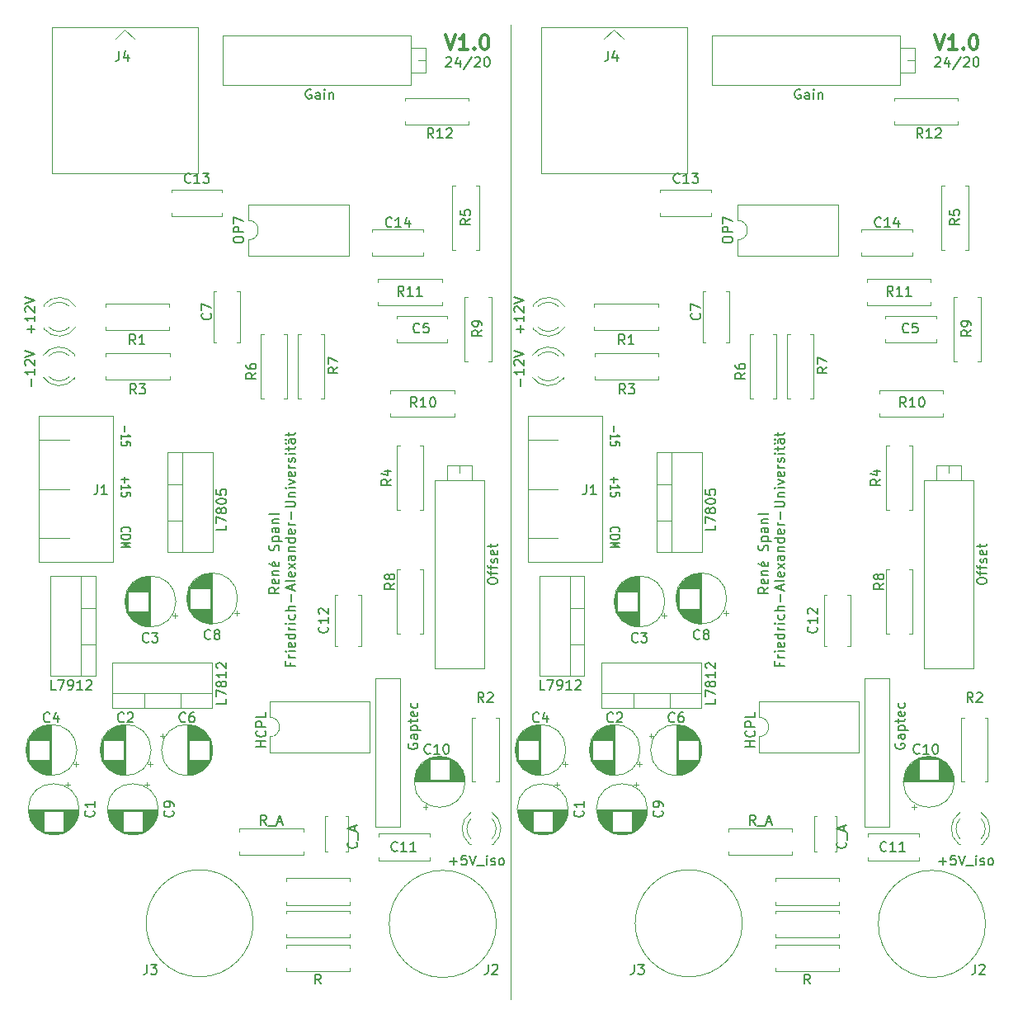
<source format=gbr>
%TF.GenerationSoftware,KiCad,Pcbnew,(5.1.5)-3*%
%TF.CreationDate,2020-06-29T12:52:55+02:00*%
%TF.ProjectId,HCPL Board,4843504c-2042-46f6-9172-642e6b696361,rev?*%
%TF.SameCoordinates,Original*%
%TF.FileFunction,Legend,Top*%
%TF.FilePolarity,Positive*%
%FSLAX46Y46*%
G04 Gerber Fmt 4.6, Leading zero omitted, Abs format (unit mm)*
G04 Created by KiCad (PCBNEW (5.1.5)-3) date 2020-06-29 12:52:55*
%MOMM*%
%LPD*%
G04 APERTURE LIST*
%ADD10C,0.120000*%
%ADD11C,0.300000*%
%ADD12C,0.150000*%
%ADD13C,0.187500*%
G04 APERTURE END LIST*
D10*
X121480000Y-122040000D02*
X121480000Y-22040000D01*
D11*
X164994285Y-23118571D02*
X165494285Y-24618571D01*
X165994285Y-23118571D01*
X167280000Y-24618571D02*
X166422857Y-24618571D01*
X166851428Y-24618571D02*
X166851428Y-23118571D01*
X166708571Y-23332857D01*
X166565714Y-23475714D01*
X166422857Y-23547142D01*
X167922857Y-24475714D02*
X167994285Y-24547142D01*
X167922857Y-24618571D01*
X167851428Y-24547142D01*
X167922857Y-24475714D01*
X167922857Y-24618571D01*
X168922857Y-23118571D02*
X169065714Y-23118571D01*
X169208571Y-23190000D01*
X169280000Y-23261428D01*
X169351428Y-23404285D01*
X169422857Y-23690000D01*
X169422857Y-24047142D01*
X169351428Y-24332857D01*
X169280000Y-24475714D01*
X169208571Y-24547142D01*
X169065714Y-24618571D01*
X168922857Y-24618571D01*
X168780000Y-24547142D01*
X168708571Y-24475714D01*
X168637142Y-24332857D01*
X168565714Y-24047142D01*
X168565714Y-23690000D01*
X168637142Y-23404285D01*
X168708571Y-23261428D01*
X168780000Y-23190000D01*
X168922857Y-23118571D01*
D12*
X165041904Y-25487619D02*
X165089523Y-25440000D01*
X165184761Y-25392380D01*
X165422857Y-25392380D01*
X165518095Y-25440000D01*
X165565714Y-25487619D01*
X165613333Y-25582857D01*
X165613333Y-25678095D01*
X165565714Y-25820952D01*
X164994285Y-26392380D01*
X165613333Y-26392380D01*
X166470476Y-25725714D02*
X166470476Y-26392380D01*
X166232380Y-25344761D02*
X165994285Y-26059047D01*
X166613333Y-26059047D01*
X167708571Y-25344761D02*
X166851428Y-26630476D01*
X167994285Y-25487619D02*
X168041904Y-25440000D01*
X168137142Y-25392380D01*
X168375238Y-25392380D01*
X168470476Y-25440000D01*
X168518095Y-25487619D01*
X168565714Y-25582857D01*
X168565714Y-25678095D01*
X168518095Y-25820952D01*
X167946666Y-26392380D01*
X168565714Y-26392380D01*
X169184761Y-25392380D02*
X169280000Y-25392380D01*
X169375238Y-25440000D01*
X169422857Y-25487619D01*
X169470476Y-25582857D01*
X169518095Y-25773333D01*
X169518095Y-26011428D01*
X169470476Y-26201904D01*
X169422857Y-26297142D01*
X169375238Y-26344761D01*
X169280000Y-26392380D01*
X169184761Y-26392380D01*
X169089523Y-26344761D01*
X169041904Y-26297142D01*
X168994285Y-26201904D01*
X168946666Y-26011428D01*
X168946666Y-25773333D01*
X168994285Y-25582857D01*
X169041904Y-25487619D01*
X169089523Y-25440000D01*
X169184761Y-25392380D01*
X147907380Y-79797142D02*
X147431190Y-80130476D01*
X147907380Y-80368571D02*
X146907380Y-80368571D01*
X146907380Y-79987619D01*
X146955000Y-79892380D01*
X147002619Y-79844761D01*
X147097857Y-79797142D01*
X147240714Y-79797142D01*
X147335952Y-79844761D01*
X147383571Y-79892380D01*
X147431190Y-79987619D01*
X147431190Y-80368571D01*
X147859761Y-78987619D02*
X147907380Y-79082857D01*
X147907380Y-79273333D01*
X147859761Y-79368571D01*
X147764523Y-79416190D01*
X147383571Y-79416190D01*
X147288333Y-79368571D01*
X147240714Y-79273333D01*
X147240714Y-79082857D01*
X147288333Y-78987619D01*
X147383571Y-78940000D01*
X147478809Y-78940000D01*
X147574047Y-79416190D01*
X147240714Y-78511428D02*
X147907380Y-78511428D01*
X147335952Y-78511428D02*
X147288333Y-78463809D01*
X147240714Y-78368571D01*
X147240714Y-78225714D01*
X147288333Y-78130476D01*
X147383571Y-78082857D01*
X147907380Y-78082857D01*
X147859761Y-77225714D02*
X147907380Y-77320952D01*
X147907380Y-77511428D01*
X147859761Y-77606666D01*
X147764523Y-77654285D01*
X147383571Y-77654285D01*
X147288333Y-77606666D01*
X147240714Y-77511428D01*
X147240714Y-77320952D01*
X147288333Y-77225714D01*
X147383571Y-77178095D01*
X147478809Y-77178095D01*
X147574047Y-77654285D01*
X146859761Y-77320952D02*
X147002619Y-77463809D01*
X147859761Y-76035238D02*
X147907380Y-75892380D01*
X147907380Y-75654285D01*
X147859761Y-75559047D01*
X147812142Y-75511428D01*
X147716904Y-75463809D01*
X147621666Y-75463809D01*
X147526428Y-75511428D01*
X147478809Y-75559047D01*
X147431190Y-75654285D01*
X147383571Y-75844761D01*
X147335952Y-75940000D01*
X147288333Y-75987619D01*
X147193095Y-76035238D01*
X147097857Y-76035238D01*
X147002619Y-75987619D01*
X146955000Y-75940000D01*
X146907380Y-75844761D01*
X146907380Y-75606666D01*
X146955000Y-75463809D01*
X147240714Y-75035238D02*
X148240714Y-75035238D01*
X147288333Y-75035238D02*
X147240714Y-74940000D01*
X147240714Y-74749523D01*
X147288333Y-74654285D01*
X147335952Y-74606666D01*
X147431190Y-74559047D01*
X147716904Y-74559047D01*
X147812142Y-74606666D01*
X147859761Y-74654285D01*
X147907380Y-74749523D01*
X147907380Y-74940000D01*
X147859761Y-75035238D01*
X147907380Y-73701904D02*
X147383571Y-73701904D01*
X147288333Y-73749523D01*
X147240714Y-73844761D01*
X147240714Y-74035238D01*
X147288333Y-74130476D01*
X147859761Y-73701904D02*
X147907380Y-73797142D01*
X147907380Y-74035238D01*
X147859761Y-74130476D01*
X147764523Y-74178095D01*
X147669285Y-74178095D01*
X147574047Y-74130476D01*
X147526428Y-74035238D01*
X147526428Y-73797142D01*
X147478809Y-73701904D01*
X147240714Y-73225714D02*
X147907380Y-73225714D01*
X147335952Y-73225714D02*
X147288333Y-73178095D01*
X147240714Y-73082857D01*
X147240714Y-72940000D01*
X147288333Y-72844761D01*
X147383571Y-72797142D01*
X147907380Y-72797142D01*
X147907380Y-72178095D02*
X147859761Y-72273333D01*
X147764523Y-72320952D01*
X146907380Y-72320952D01*
X149033571Y-87511428D02*
X149033571Y-87844761D01*
X149557380Y-87844761D02*
X148557380Y-87844761D01*
X148557380Y-87368571D01*
X149557380Y-86987619D02*
X148890714Y-86987619D01*
X149081190Y-86987619D02*
X148985952Y-86940000D01*
X148938333Y-86892380D01*
X148890714Y-86797142D01*
X148890714Y-86701904D01*
X149557380Y-86368571D02*
X148890714Y-86368571D01*
X148557380Y-86368571D02*
X148605000Y-86416190D01*
X148652619Y-86368571D01*
X148605000Y-86320952D01*
X148557380Y-86368571D01*
X148652619Y-86368571D01*
X149509761Y-85511428D02*
X149557380Y-85606666D01*
X149557380Y-85797142D01*
X149509761Y-85892380D01*
X149414523Y-85940000D01*
X149033571Y-85940000D01*
X148938333Y-85892380D01*
X148890714Y-85797142D01*
X148890714Y-85606666D01*
X148938333Y-85511428D01*
X149033571Y-85463809D01*
X149128809Y-85463809D01*
X149224047Y-85940000D01*
X149557380Y-84606666D02*
X148557380Y-84606666D01*
X149509761Y-84606666D02*
X149557380Y-84701904D01*
X149557380Y-84892380D01*
X149509761Y-84987619D01*
X149462142Y-85035238D01*
X149366904Y-85082857D01*
X149081190Y-85082857D01*
X148985952Y-85035238D01*
X148938333Y-84987619D01*
X148890714Y-84892380D01*
X148890714Y-84701904D01*
X148938333Y-84606666D01*
X149557380Y-84130476D02*
X148890714Y-84130476D01*
X149081190Y-84130476D02*
X148985952Y-84082857D01*
X148938333Y-84035238D01*
X148890714Y-83940000D01*
X148890714Y-83844761D01*
X149557380Y-83511428D02*
X148890714Y-83511428D01*
X148557380Y-83511428D02*
X148605000Y-83559047D01*
X148652619Y-83511428D01*
X148605000Y-83463809D01*
X148557380Y-83511428D01*
X148652619Y-83511428D01*
X149509761Y-82606666D02*
X149557380Y-82701904D01*
X149557380Y-82892380D01*
X149509761Y-82987619D01*
X149462142Y-83035238D01*
X149366904Y-83082857D01*
X149081190Y-83082857D01*
X148985952Y-83035238D01*
X148938333Y-82987619D01*
X148890714Y-82892380D01*
X148890714Y-82701904D01*
X148938333Y-82606666D01*
X149557380Y-82178095D02*
X148557380Y-82178095D01*
X149557380Y-81749523D02*
X149033571Y-81749523D01*
X148938333Y-81797142D01*
X148890714Y-81892380D01*
X148890714Y-82035238D01*
X148938333Y-82130476D01*
X148985952Y-82178095D01*
X149176428Y-81273333D02*
X149176428Y-80511428D01*
X149271666Y-80082857D02*
X149271666Y-79606666D01*
X149557380Y-80178095D02*
X148557380Y-79844761D01*
X149557380Y-79511428D01*
X149557380Y-79035238D02*
X149509761Y-79130476D01*
X149414523Y-79178095D01*
X148557380Y-79178095D01*
X149509761Y-78273333D02*
X149557380Y-78368571D01*
X149557380Y-78559047D01*
X149509761Y-78654285D01*
X149414523Y-78701904D01*
X149033571Y-78701904D01*
X148938333Y-78654285D01*
X148890714Y-78559047D01*
X148890714Y-78368571D01*
X148938333Y-78273333D01*
X149033571Y-78225714D01*
X149128809Y-78225714D01*
X149224047Y-78701904D01*
X149557380Y-77892380D02*
X148890714Y-77368571D01*
X148890714Y-77892380D02*
X149557380Y-77368571D01*
X149557380Y-76559047D02*
X149033571Y-76559047D01*
X148938333Y-76606666D01*
X148890714Y-76701904D01*
X148890714Y-76892380D01*
X148938333Y-76987619D01*
X149509761Y-76559047D02*
X149557380Y-76654285D01*
X149557380Y-76892380D01*
X149509761Y-76987619D01*
X149414523Y-77035238D01*
X149319285Y-77035238D01*
X149224047Y-76987619D01*
X149176428Y-76892380D01*
X149176428Y-76654285D01*
X149128809Y-76559047D01*
X148890714Y-76082857D02*
X149557380Y-76082857D01*
X148985952Y-76082857D02*
X148938333Y-76035238D01*
X148890714Y-75940000D01*
X148890714Y-75797142D01*
X148938333Y-75701904D01*
X149033571Y-75654285D01*
X149557380Y-75654285D01*
X149557380Y-74749523D02*
X148557380Y-74749523D01*
X149509761Y-74749523D02*
X149557380Y-74844761D01*
X149557380Y-75035238D01*
X149509761Y-75130476D01*
X149462142Y-75178095D01*
X149366904Y-75225714D01*
X149081190Y-75225714D01*
X148985952Y-75178095D01*
X148938333Y-75130476D01*
X148890714Y-75035238D01*
X148890714Y-74844761D01*
X148938333Y-74749523D01*
X149509761Y-73892380D02*
X149557380Y-73987619D01*
X149557380Y-74178095D01*
X149509761Y-74273333D01*
X149414523Y-74320952D01*
X149033571Y-74320952D01*
X148938333Y-74273333D01*
X148890714Y-74178095D01*
X148890714Y-73987619D01*
X148938333Y-73892380D01*
X149033571Y-73844761D01*
X149128809Y-73844761D01*
X149224047Y-74320952D01*
X149557380Y-73416190D02*
X148890714Y-73416190D01*
X149081190Y-73416190D02*
X148985952Y-73368571D01*
X148938333Y-73320952D01*
X148890714Y-73225714D01*
X148890714Y-73130476D01*
X149176428Y-72797142D02*
X149176428Y-72035238D01*
X148557380Y-71559047D02*
X149366904Y-71559047D01*
X149462142Y-71511428D01*
X149509761Y-71463809D01*
X149557380Y-71368571D01*
X149557380Y-71178095D01*
X149509761Y-71082857D01*
X149462142Y-71035238D01*
X149366904Y-70987619D01*
X148557380Y-70987619D01*
X148890714Y-70511428D02*
X149557380Y-70511428D01*
X148985952Y-70511428D02*
X148938333Y-70463809D01*
X148890714Y-70368571D01*
X148890714Y-70225714D01*
X148938333Y-70130476D01*
X149033571Y-70082857D01*
X149557380Y-70082857D01*
X149557380Y-69606666D02*
X148890714Y-69606666D01*
X148557380Y-69606666D02*
X148605000Y-69654285D01*
X148652619Y-69606666D01*
X148605000Y-69559047D01*
X148557380Y-69606666D01*
X148652619Y-69606666D01*
X148890714Y-69225714D02*
X149557380Y-68987619D01*
X148890714Y-68749523D01*
X149509761Y-67987619D02*
X149557380Y-68082857D01*
X149557380Y-68273333D01*
X149509761Y-68368571D01*
X149414523Y-68416190D01*
X149033571Y-68416190D01*
X148938333Y-68368571D01*
X148890714Y-68273333D01*
X148890714Y-68082857D01*
X148938333Y-67987619D01*
X149033571Y-67940000D01*
X149128809Y-67940000D01*
X149224047Y-68416190D01*
X149557380Y-67511428D02*
X148890714Y-67511428D01*
X149081190Y-67511428D02*
X148985952Y-67463809D01*
X148938333Y-67416190D01*
X148890714Y-67320952D01*
X148890714Y-67225714D01*
X149509761Y-66940000D02*
X149557380Y-66844761D01*
X149557380Y-66654285D01*
X149509761Y-66559047D01*
X149414523Y-66511428D01*
X149366904Y-66511428D01*
X149271666Y-66559047D01*
X149224047Y-66654285D01*
X149224047Y-66797142D01*
X149176428Y-66892380D01*
X149081190Y-66940000D01*
X149033571Y-66940000D01*
X148938333Y-66892380D01*
X148890714Y-66797142D01*
X148890714Y-66654285D01*
X148938333Y-66559047D01*
X149557380Y-66082857D02*
X148890714Y-66082857D01*
X148557380Y-66082857D02*
X148605000Y-66130476D01*
X148652619Y-66082857D01*
X148605000Y-66035238D01*
X148557380Y-66082857D01*
X148652619Y-66082857D01*
X148890714Y-65749523D02*
X148890714Y-65368571D01*
X148557380Y-65606666D02*
X149414523Y-65606666D01*
X149509761Y-65559047D01*
X149557380Y-65463809D01*
X149557380Y-65368571D01*
X149557380Y-64606666D02*
X149033571Y-64606666D01*
X148938333Y-64654285D01*
X148890714Y-64749523D01*
X148890714Y-64940000D01*
X148938333Y-65035238D01*
X149509761Y-64606666D02*
X149557380Y-64701904D01*
X149557380Y-64940000D01*
X149509761Y-65035238D01*
X149414523Y-65082857D01*
X149319285Y-65082857D01*
X149224047Y-65035238D01*
X149176428Y-64940000D01*
X149176428Y-64701904D01*
X149128809Y-64606666D01*
X148557380Y-65035238D02*
X148605000Y-64987619D01*
X148652619Y-65035238D01*
X148605000Y-65082857D01*
X148557380Y-65035238D01*
X148652619Y-65035238D01*
X148557380Y-64654285D02*
X148605000Y-64606666D01*
X148652619Y-64654285D01*
X148605000Y-64701904D01*
X148557380Y-64654285D01*
X148652619Y-64654285D01*
X148890714Y-64273333D02*
X148890714Y-63892380D01*
X148557380Y-64130476D02*
X149414523Y-64130476D01*
X149509761Y-64082857D01*
X149557380Y-63987619D01*
X149557380Y-63892380D01*
D13*
X132058571Y-63238571D02*
X132058571Y-63810000D01*
X131677619Y-64560000D02*
X131677619Y-64131428D01*
X131677619Y-64345714D02*
X132677619Y-64345714D01*
X132534761Y-64274285D01*
X132439523Y-64202857D01*
X132391904Y-64131428D01*
X132677619Y-65238571D02*
X132677619Y-64881428D01*
X132201428Y-64845714D01*
X132249047Y-64881428D01*
X132296666Y-64952857D01*
X132296666Y-65131428D01*
X132249047Y-65202857D01*
X132201428Y-65238571D01*
X132106190Y-65274285D01*
X131868095Y-65274285D01*
X131772857Y-65238571D01*
X131725238Y-65202857D01*
X131677619Y-65131428D01*
X131677619Y-64952857D01*
X131725238Y-64881428D01*
X131772857Y-64845714D01*
X132058571Y-68452857D02*
X132058571Y-69024285D01*
X131677619Y-68738571D02*
X132439523Y-68738571D01*
X131677619Y-69774285D02*
X131677619Y-69345714D01*
X131677619Y-69560000D02*
X132677619Y-69560000D01*
X132534761Y-69488571D01*
X132439523Y-69417142D01*
X132391904Y-69345714D01*
X132677619Y-70452857D02*
X132677619Y-70095714D01*
X132201428Y-70060000D01*
X132249047Y-70095714D01*
X132296666Y-70167142D01*
X132296666Y-70345714D01*
X132249047Y-70417142D01*
X132201428Y-70452857D01*
X132106190Y-70488571D01*
X131868095Y-70488571D01*
X131772857Y-70452857D01*
X131725238Y-70417142D01*
X131677619Y-70345714D01*
X131677619Y-70167142D01*
X131725238Y-70095714D01*
X131772857Y-70060000D01*
X131772857Y-74095714D02*
X131725238Y-74060000D01*
X131677619Y-73952857D01*
X131677619Y-73881428D01*
X131725238Y-73774285D01*
X131820476Y-73702857D01*
X131915714Y-73667142D01*
X132106190Y-73631428D01*
X132249047Y-73631428D01*
X132439523Y-73667142D01*
X132534761Y-73702857D01*
X132630000Y-73774285D01*
X132677619Y-73881428D01*
X132677619Y-73952857D01*
X132630000Y-74060000D01*
X132582380Y-74095714D01*
X132677619Y-74560000D02*
X132677619Y-74702857D01*
X132630000Y-74774285D01*
X132534761Y-74845714D01*
X132344285Y-74881428D01*
X132010952Y-74881428D01*
X131820476Y-74845714D01*
X131725238Y-74774285D01*
X131677619Y-74702857D01*
X131677619Y-74560000D01*
X131725238Y-74488571D01*
X131820476Y-74417142D01*
X132010952Y-74381428D01*
X132344285Y-74381428D01*
X132534761Y-74417142D01*
X132630000Y-74488571D01*
X132677619Y-74560000D01*
X131677619Y-75202857D02*
X132677619Y-75202857D01*
X131963333Y-75452857D01*
X132677619Y-75702857D01*
X131677619Y-75702857D01*
D12*
X114841904Y-25487619D02*
X114889523Y-25440000D01*
X114984761Y-25392380D01*
X115222857Y-25392380D01*
X115318095Y-25440000D01*
X115365714Y-25487619D01*
X115413333Y-25582857D01*
X115413333Y-25678095D01*
X115365714Y-25820952D01*
X114794285Y-26392380D01*
X115413333Y-26392380D01*
X116270476Y-25725714D02*
X116270476Y-26392380D01*
X116032380Y-25344761D02*
X115794285Y-26059047D01*
X116413333Y-26059047D01*
X117508571Y-25344761D02*
X116651428Y-26630476D01*
X117794285Y-25487619D02*
X117841904Y-25440000D01*
X117937142Y-25392380D01*
X118175238Y-25392380D01*
X118270476Y-25440000D01*
X118318095Y-25487619D01*
X118365714Y-25582857D01*
X118365714Y-25678095D01*
X118318095Y-25820952D01*
X117746666Y-26392380D01*
X118365714Y-26392380D01*
X118984761Y-25392380D02*
X119080000Y-25392380D01*
X119175238Y-25440000D01*
X119222857Y-25487619D01*
X119270476Y-25582857D01*
X119318095Y-25773333D01*
X119318095Y-26011428D01*
X119270476Y-26201904D01*
X119222857Y-26297142D01*
X119175238Y-26344761D01*
X119080000Y-26392380D01*
X118984761Y-26392380D01*
X118889523Y-26344761D01*
X118841904Y-26297142D01*
X118794285Y-26201904D01*
X118746666Y-26011428D01*
X118746666Y-25773333D01*
X118794285Y-25582857D01*
X118841904Y-25487619D01*
X118889523Y-25440000D01*
X118984761Y-25392380D01*
D11*
X114794285Y-23118571D02*
X115294285Y-24618571D01*
X115794285Y-23118571D01*
X117080000Y-24618571D02*
X116222857Y-24618571D01*
X116651428Y-24618571D02*
X116651428Y-23118571D01*
X116508571Y-23332857D01*
X116365714Y-23475714D01*
X116222857Y-23547142D01*
X117722857Y-24475714D02*
X117794285Y-24547142D01*
X117722857Y-24618571D01*
X117651428Y-24547142D01*
X117722857Y-24475714D01*
X117722857Y-24618571D01*
X118722857Y-23118571D02*
X118865714Y-23118571D01*
X119008571Y-23190000D01*
X119080000Y-23261428D01*
X119151428Y-23404285D01*
X119222857Y-23690000D01*
X119222857Y-24047142D01*
X119151428Y-24332857D01*
X119080000Y-24475714D01*
X119008571Y-24547142D01*
X118865714Y-24618571D01*
X118722857Y-24618571D01*
X118580000Y-24547142D01*
X118508571Y-24475714D01*
X118437142Y-24332857D01*
X118365714Y-24047142D01*
X118365714Y-23690000D01*
X118437142Y-23404285D01*
X118508571Y-23261428D01*
X118580000Y-23190000D01*
X118722857Y-23118571D01*
D13*
X81858571Y-63238571D02*
X81858571Y-63810000D01*
X81477619Y-64560000D02*
X81477619Y-64131428D01*
X81477619Y-64345714D02*
X82477619Y-64345714D01*
X82334761Y-64274285D01*
X82239523Y-64202857D01*
X82191904Y-64131428D01*
X82477619Y-65238571D02*
X82477619Y-64881428D01*
X82001428Y-64845714D01*
X82049047Y-64881428D01*
X82096666Y-64952857D01*
X82096666Y-65131428D01*
X82049047Y-65202857D01*
X82001428Y-65238571D01*
X81906190Y-65274285D01*
X81668095Y-65274285D01*
X81572857Y-65238571D01*
X81525238Y-65202857D01*
X81477619Y-65131428D01*
X81477619Y-64952857D01*
X81525238Y-64881428D01*
X81572857Y-64845714D01*
X81858571Y-68452857D02*
X81858571Y-69024285D01*
X81477619Y-68738571D02*
X82239523Y-68738571D01*
X81477619Y-69774285D02*
X81477619Y-69345714D01*
X81477619Y-69560000D02*
X82477619Y-69560000D01*
X82334761Y-69488571D01*
X82239523Y-69417142D01*
X82191904Y-69345714D01*
X82477619Y-70452857D02*
X82477619Y-70095714D01*
X82001428Y-70060000D01*
X82049047Y-70095714D01*
X82096666Y-70167142D01*
X82096666Y-70345714D01*
X82049047Y-70417142D01*
X82001428Y-70452857D01*
X81906190Y-70488571D01*
X81668095Y-70488571D01*
X81572857Y-70452857D01*
X81525238Y-70417142D01*
X81477619Y-70345714D01*
X81477619Y-70167142D01*
X81525238Y-70095714D01*
X81572857Y-70060000D01*
X81572857Y-74095714D02*
X81525238Y-74060000D01*
X81477619Y-73952857D01*
X81477619Y-73881428D01*
X81525238Y-73774285D01*
X81620476Y-73702857D01*
X81715714Y-73667142D01*
X81906190Y-73631428D01*
X82049047Y-73631428D01*
X82239523Y-73667142D01*
X82334761Y-73702857D01*
X82430000Y-73774285D01*
X82477619Y-73881428D01*
X82477619Y-73952857D01*
X82430000Y-74060000D01*
X82382380Y-74095714D01*
X82477619Y-74560000D02*
X82477619Y-74702857D01*
X82430000Y-74774285D01*
X82334761Y-74845714D01*
X82144285Y-74881428D01*
X81810952Y-74881428D01*
X81620476Y-74845714D01*
X81525238Y-74774285D01*
X81477619Y-74702857D01*
X81477619Y-74560000D01*
X81525238Y-74488571D01*
X81620476Y-74417142D01*
X81810952Y-74381428D01*
X82144285Y-74381428D01*
X82334761Y-74417142D01*
X82430000Y-74488571D01*
X82477619Y-74560000D01*
X81477619Y-75202857D02*
X82477619Y-75202857D01*
X81763333Y-75452857D01*
X82477619Y-75702857D01*
X81477619Y-75702857D01*
D12*
X97707380Y-79797142D02*
X97231190Y-80130476D01*
X97707380Y-80368571D02*
X96707380Y-80368571D01*
X96707380Y-79987619D01*
X96755000Y-79892380D01*
X96802619Y-79844761D01*
X96897857Y-79797142D01*
X97040714Y-79797142D01*
X97135952Y-79844761D01*
X97183571Y-79892380D01*
X97231190Y-79987619D01*
X97231190Y-80368571D01*
X97659761Y-78987619D02*
X97707380Y-79082857D01*
X97707380Y-79273333D01*
X97659761Y-79368571D01*
X97564523Y-79416190D01*
X97183571Y-79416190D01*
X97088333Y-79368571D01*
X97040714Y-79273333D01*
X97040714Y-79082857D01*
X97088333Y-78987619D01*
X97183571Y-78940000D01*
X97278809Y-78940000D01*
X97374047Y-79416190D01*
X97040714Y-78511428D02*
X97707380Y-78511428D01*
X97135952Y-78511428D02*
X97088333Y-78463809D01*
X97040714Y-78368571D01*
X97040714Y-78225714D01*
X97088333Y-78130476D01*
X97183571Y-78082857D01*
X97707380Y-78082857D01*
X97659761Y-77225714D02*
X97707380Y-77320952D01*
X97707380Y-77511428D01*
X97659761Y-77606666D01*
X97564523Y-77654285D01*
X97183571Y-77654285D01*
X97088333Y-77606666D01*
X97040714Y-77511428D01*
X97040714Y-77320952D01*
X97088333Y-77225714D01*
X97183571Y-77178095D01*
X97278809Y-77178095D01*
X97374047Y-77654285D01*
X96659761Y-77320952D02*
X96802619Y-77463809D01*
X97659761Y-76035238D02*
X97707380Y-75892380D01*
X97707380Y-75654285D01*
X97659761Y-75559047D01*
X97612142Y-75511428D01*
X97516904Y-75463809D01*
X97421666Y-75463809D01*
X97326428Y-75511428D01*
X97278809Y-75559047D01*
X97231190Y-75654285D01*
X97183571Y-75844761D01*
X97135952Y-75940000D01*
X97088333Y-75987619D01*
X96993095Y-76035238D01*
X96897857Y-76035238D01*
X96802619Y-75987619D01*
X96755000Y-75940000D01*
X96707380Y-75844761D01*
X96707380Y-75606666D01*
X96755000Y-75463809D01*
X97040714Y-75035238D02*
X98040714Y-75035238D01*
X97088333Y-75035238D02*
X97040714Y-74940000D01*
X97040714Y-74749523D01*
X97088333Y-74654285D01*
X97135952Y-74606666D01*
X97231190Y-74559047D01*
X97516904Y-74559047D01*
X97612142Y-74606666D01*
X97659761Y-74654285D01*
X97707380Y-74749523D01*
X97707380Y-74940000D01*
X97659761Y-75035238D01*
X97707380Y-73701904D02*
X97183571Y-73701904D01*
X97088333Y-73749523D01*
X97040714Y-73844761D01*
X97040714Y-74035238D01*
X97088333Y-74130476D01*
X97659761Y-73701904D02*
X97707380Y-73797142D01*
X97707380Y-74035238D01*
X97659761Y-74130476D01*
X97564523Y-74178095D01*
X97469285Y-74178095D01*
X97374047Y-74130476D01*
X97326428Y-74035238D01*
X97326428Y-73797142D01*
X97278809Y-73701904D01*
X97040714Y-73225714D02*
X97707380Y-73225714D01*
X97135952Y-73225714D02*
X97088333Y-73178095D01*
X97040714Y-73082857D01*
X97040714Y-72940000D01*
X97088333Y-72844761D01*
X97183571Y-72797142D01*
X97707380Y-72797142D01*
X97707380Y-72178095D02*
X97659761Y-72273333D01*
X97564523Y-72320952D01*
X96707380Y-72320952D01*
X98833571Y-87511428D02*
X98833571Y-87844761D01*
X99357380Y-87844761D02*
X98357380Y-87844761D01*
X98357380Y-87368571D01*
X99357380Y-86987619D02*
X98690714Y-86987619D01*
X98881190Y-86987619D02*
X98785952Y-86940000D01*
X98738333Y-86892380D01*
X98690714Y-86797142D01*
X98690714Y-86701904D01*
X99357380Y-86368571D02*
X98690714Y-86368571D01*
X98357380Y-86368571D02*
X98405000Y-86416190D01*
X98452619Y-86368571D01*
X98405000Y-86320952D01*
X98357380Y-86368571D01*
X98452619Y-86368571D01*
X99309761Y-85511428D02*
X99357380Y-85606666D01*
X99357380Y-85797142D01*
X99309761Y-85892380D01*
X99214523Y-85940000D01*
X98833571Y-85940000D01*
X98738333Y-85892380D01*
X98690714Y-85797142D01*
X98690714Y-85606666D01*
X98738333Y-85511428D01*
X98833571Y-85463809D01*
X98928809Y-85463809D01*
X99024047Y-85940000D01*
X99357380Y-84606666D02*
X98357380Y-84606666D01*
X99309761Y-84606666D02*
X99357380Y-84701904D01*
X99357380Y-84892380D01*
X99309761Y-84987619D01*
X99262142Y-85035238D01*
X99166904Y-85082857D01*
X98881190Y-85082857D01*
X98785952Y-85035238D01*
X98738333Y-84987619D01*
X98690714Y-84892380D01*
X98690714Y-84701904D01*
X98738333Y-84606666D01*
X99357380Y-84130476D02*
X98690714Y-84130476D01*
X98881190Y-84130476D02*
X98785952Y-84082857D01*
X98738333Y-84035238D01*
X98690714Y-83940000D01*
X98690714Y-83844761D01*
X99357380Y-83511428D02*
X98690714Y-83511428D01*
X98357380Y-83511428D02*
X98405000Y-83559047D01*
X98452619Y-83511428D01*
X98405000Y-83463809D01*
X98357380Y-83511428D01*
X98452619Y-83511428D01*
X99309761Y-82606666D02*
X99357380Y-82701904D01*
X99357380Y-82892380D01*
X99309761Y-82987619D01*
X99262142Y-83035238D01*
X99166904Y-83082857D01*
X98881190Y-83082857D01*
X98785952Y-83035238D01*
X98738333Y-82987619D01*
X98690714Y-82892380D01*
X98690714Y-82701904D01*
X98738333Y-82606666D01*
X99357380Y-82178095D02*
X98357380Y-82178095D01*
X99357380Y-81749523D02*
X98833571Y-81749523D01*
X98738333Y-81797142D01*
X98690714Y-81892380D01*
X98690714Y-82035238D01*
X98738333Y-82130476D01*
X98785952Y-82178095D01*
X98976428Y-81273333D02*
X98976428Y-80511428D01*
X99071666Y-80082857D02*
X99071666Y-79606666D01*
X99357380Y-80178095D02*
X98357380Y-79844761D01*
X99357380Y-79511428D01*
X99357380Y-79035238D02*
X99309761Y-79130476D01*
X99214523Y-79178095D01*
X98357380Y-79178095D01*
X99309761Y-78273333D02*
X99357380Y-78368571D01*
X99357380Y-78559047D01*
X99309761Y-78654285D01*
X99214523Y-78701904D01*
X98833571Y-78701904D01*
X98738333Y-78654285D01*
X98690714Y-78559047D01*
X98690714Y-78368571D01*
X98738333Y-78273333D01*
X98833571Y-78225714D01*
X98928809Y-78225714D01*
X99024047Y-78701904D01*
X99357380Y-77892380D02*
X98690714Y-77368571D01*
X98690714Y-77892380D02*
X99357380Y-77368571D01*
X99357380Y-76559047D02*
X98833571Y-76559047D01*
X98738333Y-76606666D01*
X98690714Y-76701904D01*
X98690714Y-76892380D01*
X98738333Y-76987619D01*
X99309761Y-76559047D02*
X99357380Y-76654285D01*
X99357380Y-76892380D01*
X99309761Y-76987619D01*
X99214523Y-77035238D01*
X99119285Y-77035238D01*
X99024047Y-76987619D01*
X98976428Y-76892380D01*
X98976428Y-76654285D01*
X98928809Y-76559047D01*
X98690714Y-76082857D02*
X99357380Y-76082857D01*
X98785952Y-76082857D02*
X98738333Y-76035238D01*
X98690714Y-75940000D01*
X98690714Y-75797142D01*
X98738333Y-75701904D01*
X98833571Y-75654285D01*
X99357380Y-75654285D01*
X99357380Y-74749523D02*
X98357380Y-74749523D01*
X99309761Y-74749523D02*
X99357380Y-74844761D01*
X99357380Y-75035238D01*
X99309761Y-75130476D01*
X99262142Y-75178095D01*
X99166904Y-75225714D01*
X98881190Y-75225714D01*
X98785952Y-75178095D01*
X98738333Y-75130476D01*
X98690714Y-75035238D01*
X98690714Y-74844761D01*
X98738333Y-74749523D01*
X99309761Y-73892380D02*
X99357380Y-73987619D01*
X99357380Y-74178095D01*
X99309761Y-74273333D01*
X99214523Y-74320952D01*
X98833571Y-74320952D01*
X98738333Y-74273333D01*
X98690714Y-74178095D01*
X98690714Y-73987619D01*
X98738333Y-73892380D01*
X98833571Y-73844761D01*
X98928809Y-73844761D01*
X99024047Y-74320952D01*
X99357380Y-73416190D02*
X98690714Y-73416190D01*
X98881190Y-73416190D02*
X98785952Y-73368571D01*
X98738333Y-73320952D01*
X98690714Y-73225714D01*
X98690714Y-73130476D01*
X98976428Y-72797142D02*
X98976428Y-72035238D01*
X98357380Y-71559047D02*
X99166904Y-71559047D01*
X99262142Y-71511428D01*
X99309761Y-71463809D01*
X99357380Y-71368571D01*
X99357380Y-71178095D01*
X99309761Y-71082857D01*
X99262142Y-71035238D01*
X99166904Y-70987619D01*
X98357380Y-70987619D01*
X98690714Y-70511428D02*
X99357380Y-70511428D01*
X98785952Y-70511428D02*
X98738333Y-70463809D01*
X98690714Y-70368571D01*
X98690714Y-70225714D01*
X98738333Y-70130476D01*
X98833571Y-70082857D01*
X99357380Y-70082857D01*
X99357380Y-69606666D02*
X98690714Y-69606666D01*
X98357380Y-69606666D02*
X98405000Y-69654285D01*
X98452619Y-69606666D01*
X98405000Y-69559047D01*
X98357380Y-69606666D01*
X98452619Y-69606666D01*
X98690714Y-69225714D02*
X99357380Y-68987619D01*
X98690714Y-68749523D01*
X99309761Y-67987619D02*
X99357380Y-68082857D01*
X99357380Y-68273333D01*
X99309761Y-68368571D01*
X99214523Y-68416190D01*
X98833571Y-68416190D01*
X98738333Y-68368571D01*
X98690714Y-68273333D01*
X98690714Y-68082857D01*
X98738333Y-67987619D01*
X98833571Y-67940000D01*
X98928809Y-67940000D01*
X99024047Y-68416190D01*
X99357380Y-67511428D02*
X98690714Y-67511428D01*
X98881190Y-67511428D02*
X98785952Y-67463809D01*
X98738333Y-67416190D01*
X98690714Y-67320952D01*
X98690714Y-67225714D01*
X99309761Y-66940000D02*
X99357380Y-66844761D01*
X99357380Y-66654285D01*
X99309761Y-66559047D01*
X99214523Y-66511428D01*
X99166904Y-66511428D01*
X99071666Y-66559047D01*
X99024047Y-66654285D01*
X99024047Y-66797142D01*
X98976428Y-66892380D01*
X98881190Y-66940000D01*
X98833571Y-66940000D01*
X98738333Y-66892380D01*
X98690714Y-66797142D01*
X98690714Y-66654285D01*
X98738333Y-66559047D01*
X99357380Y-66082857D02*
X98690714Y-66082857D01*
X98357380Y-66082857D02*
X98405000Y-66130476D01*
X98452619Y-66082857D01*
X98405000Y-66035238D01*
X98357380Y-66082857D01*
X98452619Y-66082857D01*
X98690714Y-65749523D02*
X98690714Y-65368571D01*
X98357380Y-65606666D02*
X99214523Y-65606666D01*
X99309761Y-65559047D01*
X99357380Y-65463809D01*
X99357380Y-65368571D01*
X99357380Y-64606666D02*
X98833571Y-64606666D01*
X98738333Y-64654285D01*
X98690714Y-64749523D01*
X98690714Y-64940000D01*
X98738333Y-65035238D01*
X99309761Y-64606666D02*
X99357380Y-64701904D01*
X99357380Y-64940000D01*
X99309761Y-65035238D01*
X99214523Y-65082857D01*
X99119285Y-65082857D01*
X99024047Y-65035238D01*
X98976428Y-64940000D01*
X98976428Y-64701904D01*
X98928809Y-64606666D01*
X98357380Y-65035238D02*
X98405000Y-64987619D01*
X98452619Y-65035238D01*
X98405000Y-65082857D01*
X98357380Y-65035238D01*
X98452619Y-65035238D01*
X98357380Y-64654285D02*
X98405000Y-64606666D01*
X98452619Y-64654285D01*
X98405000Y-64701904D01*
X98357380Y-64654285D01*
X98452619Y-64654285D01*
X98690714Y-64273333D02*
X98690714Y-63892380D01*
X98357380Y-64130476D02*
X99214523Y-64130476D01*
X99309761Y-64082857D01*
X99357380Y-63987619D01*
X99357380Y-63892380D01*
D10*
%TO.C,C1*%
X127384000Y-102566000D02*
G75*
G03X127384000Y-102566000I-2620000J0D01*
G01*
X127344000Y-102566000D02*
X122184000Y-102566000D01*
X127344000Y-102606000D02*
X122184000Y-102606000D01*
X127343000Y-102646000D02*
X122185000Y-102646000D01*
X127342000Y-102686000D02*
X122186000Y-102686000D01*
X127340000Y-102726000D02*
X122188000Y-102726000D01*
X127337000Y-102766000D02*
X122191000Y-102766000D01*
X127333000Y-102806000D02*
X125804000Y-102806000D01*
X123724000Y-102806000D02*
X122195000Y-102806000D01*
X127329000Y-102846000D02*
X125804000Y-102846000D01*
X123724000Y-102846000D02*
X122199000Y-102846000D01*
X127325000Y-102886000D02*
X125804000Y-102886000D01*
X123724000Y-102886000D02*
X122203000Y-102886000D01*
X127320000Y-102926000D02*
X125804000Y-102926000D01*
X123724000Y-102926000D02*
X122208000Y-102926000D01*
X127314000Y-102966000D02*
X125804000Y-102966000D01*
X123724000Y-102966000D02*
X122214000Y-102966000D01*
X127307000Y-103006000D02*
X125804000Y-103006000D01*
X123724000Y-103006000D02*
X122221000Y-103006000D01*
X127300000Y-103046000D02*
X125804000Y-103046000D01*
X123724000Y-103046000D02*
X122228000Y-103046000D01*
X127292000Y-103086000D02*
X125804000Y-103086000D01*
X123724000Y-103086000D02*
X122236000Y-103086000D01*
X127284000Y-103126000D02*
X125804000Y-103126000D01*
X123724000Y-103126000D02*
X122244000Y-103126000D01*
X127275000Y-103166000D02*
X125804000Y-103166000D01*
X123724000Y-103166000D02*
X122253000Y-103166000D01*
X127265000Y-103206000D02*
X125804000Y-103206000D01*
X123724000Y-103206000D02*
X122263000Y-103206000D01*
X127255000Y-103246000D02*
X125804000Y-103246000D01*
X123724000Y-103246000D02*
X122273000Y-103246000D01*
X127244000Y-103287000D02*
X125804000Y-103287000D01*
X123724000Y-103287000D02*
X122284000Y-103287000D01*
X127232000Y-103327000D02*
X125804000Y-103327000D01*
X123724000Y-103327000D02*
X122296000Y-103327000D01*
X127219000Y-103367000D02*
X125804000Y-103367000D01*
X123724000Y-103367000D02*
X122309000Y-103367000D01*
X127206000Y-103407000D02*
X125804000Y-103407000D01*
X123724000Y-103407000D02*
X122322000Y-103407000D01*
X127192000Y-103447000D02*
X125804000Y-103447000D01*
X123724000Y-103447000D02*
X122336000Y-103447000D01*
X127178000Y-103487000D02*
X125804000Y-103487000D01*
X123724000Y-103487000D02*
X122350000Y-103487000D01*
X127162000Y-103527000D02*
X125804000Y-103527000D01*
X123724000Y-103527000D02*
X122366000Y-103527000D01*
X127146000Y-103567000D02*
X125804000Y-103567000D01*
X123724000Y-103567000D02*
X122382000Y-103567000D01*
X127129000Y-103607000D02*
X125804000Y-103607000D01*
X123724000Y-103607000D02*
X122399000Y-103607000D01*
X127112000Y-103647000D02*
X125804000Y-103647000D01*
X123724000Y-103647000D02*
X122416000Y-103647000D01*
X127093000Y-103687000D02*
X125804000Y-103687000D01*
X123724000Y-103687000D02*
X122435000Y-103687000D01*
X127074000Y-103727000D02*
X125804000Y-103727000D01*
X123724000Y-103727000D02*
X122454000Y-103727000D01*
X127054000Y-103767000D02*
X125804000Y-103767000D01*
X123724000Y-103767000D02*
X122474000Y-103767000D01*
X127032000Y-103807000D02*
X125804000Y-103807000D01*
X123724000Y-103807000D02*
X122496000Y-103807000D01*
X127011000Y-103847000D02*
X125804000Y-103847000D01*
X123724000Y-103847000D02*
X122517000Y-103847000D01*
X126988000Y-103887000D02*
X125804000Y-103887000D01*
X123724000Y-103887000D02*
X122540000Y-103887000D01*
X126964000Y-103927000D02*
X125804000Y-103927000D01*
X123724000Y-103927000D02*
X122564000Y-103927000D01*
X126939000Y-103967000D02*
X125804000Y-103967000D01*
X123724000Y-103967000D02*
X122589000Y-103967000D01*
X126913000Y-104007000D02*
X125804000Y-104007000D01*
X123724000Y-104007000D02*
X122615000Y-104007000D01*
X126886000Y-104047000D02*
X125804000Y-104047000D01*
X123724000Y-104047000D02*
X122642000Y-104047000D01*
X126859000Y-104087000D02*
X125804000Y-104087000D01*
X123724000Y-104087000D02*
X122669000Y-104087000D01*
X126829000Y-104127000D02*
X125804000Y-104127000D01*
X123724000Y-104127000D02*
X122699000Y-104127000D01*
X126799000Y-104167000D02*
X125804000Y-104167000D01*
X123724000Y-104167000D02*
X122729000Y-104167000D01*
X126768000Y-104207000D02*
X125804000Y-104207000D01*
X123724000Y-104207000D02*
X122760000Y-104207000D01*
X126735000Y-104247000D02*
X125804000Y-104247000D01*
X123724000Y-104247000D02*
X122793000Y-104247000D01*
X126701000Y-104287000D02*
X125804000Y-104287000D01*
X123724000Y-104287000D02*
X122827000Y-104287000D01*
X126665000Y-104327000D02*
X125804000Y-104327000D01*
X123724000Y-104327000D02*
X122863000Y-104327000D01*
X126628000Y-104367000D02*
X125804000Y-104367000D01*
X123724000Y-104367000D02*
X122900000Y-104367000D01*
X126590000Y-104407000D02*
X125804000Y-104407000D01*
X123724000Y-104407000D02*
X122938000Y-104407000D01*
X126549000Y-104447000D02*
X125804000Y-104447000D01*
X123724000Y-104447000D02*
X122979000Y-104447000D01*
X126507000Y-104487000D02*
X125804000Y-104487000D01*
X123724000Y-104487000D02*
X123021000Y-104487000D01*
X126463000Y-104527000D02*
X125804000Y-104527000D01*
X123724000Y-104527000D02*
X123065000Y-104527000D01*
X126417000Y-104567000D02*
X125804000Y-104567000D01*
X123724000Y-104567000D02*
X123111000Y-104567000D01*
X126369000Y-104607000D02*
X125804000Y-104607000D01*
X123724000Y-104607000D02*
X123159000Y-104607000D01*
X126318000Y-104647000D02*
X125804000Y-104647000D01*
X123724000Y-104647000D02*
X123210000Y-104647000D01*
X126264000Y-104687000D02*
X125804000Y-104687000D01*
X123724000Y-104687000D02*
X123264000Y-104687000D01*
X126207000Y-104727000D02*
X125804000Y-104727000D01*
X123724000Y-104727000D02*
X123321000Y-104727000D01*
X126147000Y-104767000D02*
X125804000Y-104767000D01*
X123724000Y-104767000D02*
X123381000Y-104767000D01*
X126083000Y-104807000D02*
X125804000Y-104807000D01*
X123724000Y-104807000D02*
X123445000Y-104807000D01*
X126015000Y-104847000D02*
X125804000Y-104847000D01*
X123724000Y-104847000D02*
X123513000Y-104847000D01*
X125942000Y-104887000D02*
X123586000Y-104887000D01*
X125862000Y-104927000D02*
X123666000Y-104927000D01*
X125775000Y-104967000D02*
X123753000Y-104967000D01*
X125679000Y-105007000D02*
X123849000Y-105007000D01*
X125569000Y-105047000D02*
X123959000Y-105047000D01*
X125441000Y-105087000D02*
X124087000Y-105087000D01*
X125282000Y-105127000D02*
X124246000Y-105127000D01*
X125048000Y-105167000D02*
X124480000Y-105167000D01*
X126239000Y-99761225D02*
X126239000Y-100261225D01*
X126489000Y-100011225D02*
X125989000Y-100011225D01*
%TO.C,R1*%
X130066500Y-50670000D02*
X130066500Y-51000000D01*
X136606500Y-50670000D02*
X130066500Y-50670000D01*
X136606500Y-51000000D02*
X136606500Y-50670000D01*
X130066500Y-53410000D02*
X130066500Y-53080000D01*
X136606500Y-53410000D02*
X130066500Y-53410000D01*
X136606500Y-53080000D02*
X136606500Y-53410000D01*
%TO.C,C3*%
X137310000Y-81250000D02*
G75*
G03X137310000Y-81250000I-2620000J0D01*
G01*
X134690000Y-83830000D02*
X134690000Y-78670000D01*
X134650000Y-83830000D02*
X134650000Y-78670000D01*
X134610000Y-83829000D02*
X134610000Y-78671000D01*
X134570000Y-83828000D02*
X134570000Y-78672000D01*
X134530000Y-83826000D02*
X134530000Y-78674000D01*
X134490000Y-83823000D02*
X134490000Y-78677000D01*
X134450000Y-83819000D02*
X134450000Y-82290000D01*
X134450000Y-80210000D02*
X134450000Y-78681000D01*
X134410000Y-83815000D02*
X134410000Y-82290000D01*
X134410000Y-80210000D02*
X134410000Y-78685000D01*
X134370000Y-83811000D02*
X134370000Y-82290000D01*
X134370000Y-80210000D02*
X134370000Y-78689000D01*
X134330000Y-83806000D02*
X134330000Y-82290000D01*
X134330000Y-80210000D02*
X134330000Y-78694000D01*
X134290000Y-83800000D02*
X134290000Y-82290000D01*
X134290000Y-80210000D02*
X134290000Y-78700000D01*
X134250000Y-83793000D02*
X134250000Y-82290000D01*
X134250000Y-80210000D02*
X134250000Y-78707000D01*
X134210000Y-83786000D02*
X134210000Y-82290000D01*
X134210000Y-80210000D02*
X134210000Y-78714000D01*
X134170000Y-83778000D02*
X134170000Y-82290000D01*
X134170000Y-80210000D02*
X134170000Y-78722000D01*
X134130000Y-83770000D02*
X134130000Y-82290000D01*
X134130000Y-80210000D02*
X134130000Y-78730000D01*
X134090000Y-83761000D02*
X134090000Y-82290000D01*
X134090000Y-80210000D02*
X134090000Y-78739000D01*
X134050000Y-83751000D02*
X134050000Y-82290000D01*
X134050000Y-80210000D02*
X134050000Y-78749000D01*
X134010000Y-83741000D02*
X134010000Y-82290000D01*
X134010000Y-80210000D02*
X134010000Y-78759000D01*
X133969000Y-83730000D02*
X133969000Y-82290000D01*
X133969000Y-80210000D02*
X133969000Y-78770000D01*
X133929000Y-83718000D02*
X133929000Y-82290000D01*
X133929000Y-80210000D02*
X133929000Y-78782000D01*
X133889000Y-83705000D02*
X133889000Y-82290000D01*
X133889000Y-80210000D02*
X133889000Y-78795000D01*
X133849000Y-83692000D02*
X133849000Y-82290000D01*
X133849000Y-80210000D02*
X133849000Y-78808000D01*
X133809000Y-83678000D02*
X133809000Y-82290000D01*
X133809000Y-80210000D02*
X133809000Y-78822000D01*
X133769000Y-83664000D02*
X133769000Y-82290000D01*
X133769000Y-80210000D02*
X133769000Y-78836000D01*
X133729000Y-83648000D02*
X133729000Y-82290000D01*
X133729000Y-80210000D02*
X133729000Y-78852000D01*
X133689000Y-83632000D02*
X133689000Y-82290000D01*
X133689000Y-80210000D02*
X133689000Y-78868000D01*
X133649000Y-83615000D02*
X133649000Y-82290000D01*
X133649000Y-80210000D02*
X133649000Y-78885000D01*
X133609000Y-83598000D02*
X133609000Y-82290000D01*
X133609000Y-80210000D02*
X133609000Y-78902000D01*
X133569000Y-83579000D02*
X133569000Y-82290000D01*
X133569000Y-80210000D02*
X133569000Y-78921000D01*
X133529000Y-83560000D02*
X133529000Y-82290000D01*
X133529000Y-80210000D02*
X133529000Y-78940000D01*
X133489000Y-83540000D02*
X133489000Y-82290000D01*
X133489000Y-80210000D02*
X133489000Y-78960000D01*
X133449000Y-83518000D02*
X133449000Y-82290000D01*
X133449000Y-80210000D02*
X133449000Y-78982000D01*
X133409000Y-83497000D02*
X133409000Y-82290000D01*
X133409000Y-80210000D02*
X133409000Y-79003000D01*
X133369000Y-83474000D02*
X133369000Y-82290000D01*
X133369000Y-80210000D02*
X133369000Y-79026000D01*
X133329000Y-83450000D02*
X133329000Y-82290000D01*
X133329000Y-80210000D02*
X133329000Y-79050000D01*
X133289000Y-83425000D02*
X133289000Y-82290000D01*
X133289000Y-80210000D02*
X133289000Y-79075000D01*
X133249000Y-83399000D02*
X133249000Y-82290000D01*
X133249000Y-80210000D02*
X133249000Y-79101000D01*
X133209000Y-83372000D02*
X133209000Y-82290000D01*
X133209000Y-80210000D02*
X133209000Y-79128000D01*
X133169000Y-83345000D02*
X133169000Y-82290000D01*
X133169000Y-80210000D02*
X133169000Y-79155000D01*
X133129000Y-83315000D02*
X133129000Y-82290000D01*
X133129000Y-80210000D02*
X133129000Y-79185000D01*
X133089000Y-83285000D02*
X133089000Y-82290000D01*
X133089000Y-80210000D02*
X133089000Y-79215000D01*
X133049000Y-83254000D02*
X133049000Y-82290000D01*
X133049000Y-80210000D02*
X133049000Y-79246000D01*
X133009000Y-83221000D02*
X133009000Y-82290000D01*
X133009000Y-80210000D02*
X133009000Y-79279000D01*
X132969000Y-83187000D02*
X132969000Y-82290000D01*
X132969000Y-80210000D02*
X132969000Y-79313000D01*
X132929000Y-83151000D02*
X132929000Y-82290000D01*
X132929000Y-80210000D02*
X132929000Y-79349000D01*
X132889000Y-83114000D02*
X132889000Y-82290000D01*
X132889000Y-80210000D02*
X132889000Y-79386000D01*
X132849000Y-83076000D02*
X132849000Y-82290000D01*
X132849000Y-80210000D02*
X132849000Y-79424000D01*
X132809000Y-83035000D02*
X132809000Y-82290000D01*
X132809000Y-80210000D02*
X132809000Y-79465000D01*
X132769000Y-82993000D02*
X132769000Y-82290000D01*
X132769000Y-80210000D02*
X132769000Y-79507000D01*
X132729000Y-82949000D02*
X132729000Y-82290000D01*
X132729000Y-80210000D02*
X132729000Y-79551000D01*
X132689000Y-82903000D02*
X132689000Y-82290000D01*
X132689000Y-80210000D02*
X132689000Y-79597000D01*
X132649000Y-82855000D02*
X132649000Y-82290000D01*
X132649000Y-80210000D02*
X132649000Y-79645000D01*
X132609000Y-82804000D02*
X132609000Y-82290000D01*
X132609000Y-80210000D02*
X132609000Y-79696000D01*
X132569000Y-82750000D02*
X132569000Y-82290000D01*
X132569000Y-80210000D02*
X132569000Y-79750000D01*
X132529000Y-82693000D02*
X132529000Y-82290000D01*
X132529000Y-80210000D02*
X132529000Y-79807000D01*
X132489000Y-82633000D02*
X132489000Y-82290000D01*
X132489000Y-80210000D02*
X132489000Y-79867000D01*
X132449000Y-82569000D02*
X132449000Y-82290000D01*
X132449000Y-80210000D02*
X132449000Y-79931000D01*
X132409000Y-82501000D02*
X132409000Y-82290000D01*
X132409000Y-80210000D02*
X132409000Y-79999000D01*
X132369000Y-82428000D02*
X132369000Y-80072000D01*
X132329000Y-82348000D02*
X132329000Y-80152000D01*
X132289000Y-82261000D02*
X132289000Y-80239000D01*
X132249000Y-82165000D02*
X132249000Y-80335000D01*
X132209000Y-82055000D02*
X132209000Y-80445000D01*
X132169000Y-81927000D02*
X132169000Y-80573000D01*
X132129000Y-81768000D02*
X132129000Y-80732000D01*
X132089000Y-81534000D02*
X132089000Y-80966000D01*
X137494775Y-82725000D02*
X136994775Y-82725000D01*
X137244775Y-82975000D02*
X137244775Y-82475000D01*
%TO.C,R3*%
X130130000Y-55750000D02*
X130130000Y-56080000D01*
X136670000Y-55750000D02*
X130130000Y-55750000D01*
X136670000Y-56080000D02*
X136670000Y-55750000D01*
X130130000Y-58490000D02*
X130130000Y-58160000D01*
X136670000Y-58490000D02*
X130130000Y-58490000D01*
X136670000Y-58160000D02*
X136670000Y-58490000D01*
%TO.C,R_A*%
X143846000Y-104518000D02*
X143846000Y-104848000D01*
X150386000Y-104518000D02*
X143846000Y-104518000D01*
X150386000Y-104848000D02*
X150386000Y-104518000D01*
X143846000Y-107258000D02*
X143846000Y-106928000D01*
X150386000Y-107258000D02*
X143846000Y-107258000D01*
X150386000Y-106928000D02*
X150386000Y-107258000D01*
%TO.C,R2*%
X167710000Y-99720000D02*
X168040000Y-99720000D01*
X167710000Y-93180000D02*
X167710000Y-99720000D01*
X168040000Y-93180000D02*
X167710000Y-93180000D01*
X170450000Y-99720000D02*
X170120000Y-99720000D01*
X170450000Y-93180000D02*
X170450000Y-99720000D01*
X170120000Y-93180000D02*
X170450000Y-93180000D01*
%TO.C,J4*%
X132080000Y-22540000D02*
X133080000Y-23540000D01*
X132080000Y-22540000D02*
X131080000Y-23540000D01*
X124580000Y-37340000D02*
X124580000Y-22340000D01*
X139580000Y-37340000D02*
X124580000Y-37340000D01*
X139580000Y-22340000D02*
X139580000Y-37340000D01*
X124580000Y-22340000D02*
X139580000Y-22340000D01*
%TO.C,C5*%
X159950000Y-51940000D02*
X165190000Y-51940000D01*
X159950000Y-54680000D02*
X165190000Y-54680000D01*
X159950000Y-51940000D02*
X159950000Y-52255000D01*
X159950000Y-54365000D02*
X159950000Y-54680000D01*
X165190000Y-51940000D02*
X165190000Y-52255000D01*
X165190000Y-54365000D02*
X165190000Y-54680000D01*
%TO.C,R_Shunt1*%
X155180000Y-112370000D02*
X155180000Y-112040000D01*
X148640000Y-112370000D02*
X155180000Y-112370000D01*
X148640000Y-112040000D02*
X148640000Y-112370000D01*
X155180000Y-109630000D02*
X155180000Y-109960000D01*
X148640000Y-109630000D02*
X155180000Y-109630000D01*
X148640000Y-109960000D02*
X148640000Y-109630000D01*
%TO.C,Offset*%
X168955000Y-68820000D02*
X168955000Y-88110000D01*
X163885000Y-68820000D02*
X163885000Y-88110000D01*
X168955000Y-68820000D02*
X163885000Y-68820000D01*
X168955000Y-88110000D02*
X163885000Y-88110000D01*
X167719000Y-67300000D02*
X167719000Y-68819000D01*
X165120000Y-67300000D02*
X165120000Y-68819000D01*
X167719000Y-67300000D02*
X165120000Y-67300000D01*
X167719000Y-68819000D02*
X165120000Y-68819000D01*
X166420000Y-67300000D02*
X166420000Y-68059000D01*
%TO.C,Gain*%
X162920000Y-25710000D02*
X162161000Y-25710000D01*
X161401000Y-27009000D02*
X161401000Y-24410000D01*
X162920000Y-27009000D02*
X162920000Y-24410000D01*
X162920000Y-24410000D02*
X161401000Y-24410000D01*
X162920000Y-27009000D02*
X161401000Y-27009000D01*
X142110000Y-28245000D02*
X142110000Y-23175000D01*
X161400000Y-28245000D02*
X161400000Y-23175000D01*
X161400000Y-23175000D02*
X142110000Y-23175000D01*
X161400000Y-28245000D02*
X142110000Y-28245000D01*
%TO.C,OP7*%
X144770000Y-42150000D02*
G75*
G02X144770000Y-44150000I0J-1000000D01*
G01*
X144770000Y-40500000D02*
X144770000Y-42150000D01*
X155050000Y-40500000D02*
X144770000Y-40500000D01*
X155050000Y-45800000D02*
X155050000Y-40500000D01*
X144770000Y-45800000D02*
X155050000Y-45800000D01*
X144770000Y-44150000D02*
X144770000Y-45800000D01*
%TO.C,C4*%
X127150000Y-96490000D02*
G75*
G03X127150000Y-96490000I-2620000J0D01*
G01*
X124530000Y-99070000D02*
X124530000Y-93910000D01*
X124490000Y-99070000D02*
X124490000Y-93910000D01*
X124450000Y-99069000D02*
X124450000Y-93911000D01*
X124410000Y-99068000D02*
X124410000Y-93912000D01*
X124370000Y-99066000D02*
X124370000Y-93914000D01*
X124330000Y-99063000D02*
X124330000Y-93917000D01*
X124290000Y-99059000D02*
X124290000Y-97530000D01*
X124290000Y-95450000D02*
X124290000Y-93921000D01*
X124250000Y-99055000D02*
X124250000Y-97530000D01*
X124250000Y-95450000D02*
X124250000Y-93925000D01*
X124210000Y-99051000D02*
X124210000Y-97530000D01*
X124210000Y-95450000D02*
X124210000Y-93929000D01*
X124170000Y-99046000D02*
X124170000Y-97530000D01*
X124170000Y-95450000D02*
X124170000Y-93934000D01*
X124130000Y-99040000D02*
X124130000Y-97530000D01*
X124130000Y-95450000D02*
X124130000Y-93940000D01*
X124090000Y-99033000D02*
X124090000Y-97530000D01*
X124090000Y-95450000D02*
X124090000Y-93947000D01*
X124050000Y-99026000D02*
X124050000Y-97530000D01*
X124050000Y-95450000D02*
X124050000Y-93954000D01*
X124010000Y-99018000D02*
X124010000Y-97530000D01*
X124010000Y-95450000D02*
X124010000Y-93962000D01*
X123970000Y-99010000D02*
X123970000Y-97530000D01*
X123970000Y-95450000D02*
X123970000Y-93970000D01*
X123930000Y-99001000D02*
X123930000Y-97530000D01*
X123930000Y-95450000D02*
X123930000Y-93979000D01*
X123890000Y-98991000D02*
X123890000Y-97530000D01*
X123890000Y-95450000D02*
X123890000Y-93989000D01*
X123850000Y-98981000D02*
X123850000Y-97530000D01*
X123850000Y-95450000D02*
X123850000Y-93999000D01*
X123809000Y-98970000D02*
X123809000Y-97530000D01*
X123809000Y-95450000D02*
X123809000Y-94010000D01*
X123769000Y-98958000D02*
X123769000Y-97530000D01*
X123769000Y-95450000D02*
X123769000Y-94022000D01*
X123729000Y-98945000D02*
X123729000Y-97530000D01*
X123729000Y-95450000D02*
X123729000Y-94035000D01*
X123689000Y-98932000D02*
X123689000Y-97530000D01*
X123689000Y-95450000D02*
X123689000Y-94048000D01*
X123649000Y-98918000D02*
X123649000Y-97530000D01*
X123649000Y-95450000D02*
X123649000Y-94062000D01*
X123609000Y-98904000D02*
X123609000Y-97530000D01*
X123609000Y-95450000D02*
X123609000Y-94076000D01*
X123569000Y-98888000D02*
X123569000Y-97530000D01*
X123569000Y-95450000D02*
X123569000Y-94092000D01*
X123529000Y-98872000D02*
X123529000Y-97530000D01*
X123529000Y-95450000D02*
X123529000Y-94108000D01*
X123489000Y-98855000D02*
X123489000Y-97530000D01*
X123489000Y-95450000D02*
X123489000Y-94125000D01*
X123449000Y-98838000D02*
X123449000Y-97530000D01*
X123449000Y-95450000D02*
X123449000Y-94142000D01*
X123409000Y-98819000D02*
X123409000Y-97530000D01*
X123409000Y-95450000D02*
X123409000Y-94161000D01*
X123369000Y-98800000D02*
X123369000Y-97530000D01*
X123369000Y-95450000D02*
X123369000Y-94180000D01*
X123329000Y-98780000D02*
X123329000Y-97530000D01*
X123329000Y-95450000D02*
X123329000Y-94200000D01*
X123289000Y-98758000D02*
X123289000Y-97530000D01*
X123289000Y-95450000D02*
X123289000Y-94222000D01*
X123249000Y-98737000D02*
X123249000Y-97530000D01*
X123249000Y-95450000D02*
X123249000Y-94243000D01*
X123209000Y-98714000D02*
X123209000Y-97530000D01*
X123209000Y-95450000D02*
X123209000Y-94266000D01*
X123169000Y-98690000D02*
X123169000Y-97530000D01*
X123169000Y-95450000D02*
X123169000Y-94290000D01*
X123129000Y-98665000D02*
X123129000Y-97530000D01*
X123129000Y-95450000D02*
X123129000Y-94315000D01*
X123089000Y-98639000D02*
X123089000Y-97530000D01*
X123089000Y-95450000D02*
X123089000Y-94341000D01*
X123049000Y-98612000D02*
X123049000Y-97530000D01*
X123049000Y-95450000D02*
X123049000Y-94368000D01*
X123009000Y-98585000D02*
X123009000Y-97530000D01*
X123009000Y-95450000D02*
X123009000Y-94395000D01*
X122969000Y-98555000D02*
X122969000Y-97530000D01*
X122969000Y-95450000D02*
X122969000Y-94425000D01*
X122929000Y-98525000D02*
X122929000Y-97530000D01*
X122929000Y-95450000D02*
X122929000Y-94455000D01*
X122889000Y-98494000D02*
X122889000Y-97530000D01*
X122889000Y-95450000D02*
X122889000Y-94486000D01*
X122849000Y-98461000D02*
X122849000Y-97530000D01*
X122849000Y-95450000D02*
X122849000Y-94519000D01*
X122809000Y-98427000D02*
X122809000Y-97530000D01*
X122809000Y-95450000D02*
X122809000Y-94553000D01*
X122769000Y-98391000D02*
X122769000Y-97530000D01*
X122769000Y-95450000D02*
X122769000Y-94589000D01*
X122729000Y-98354000D02*
X122729000Y-97530000D01*
X122729000Y-95450000D02*
X122729000Y-94626000D01*
X122689000Y-98316000D02*
X122689000Y-97530000D01*
X122689000Y-95450000D02*
X122689000Y-94664000D01*
X122649000Y-98275000D02*
X122649000Y-97530000D01*
X122649000Y-95450000D02*
X122649000Y-94705000D01*
X122609000Y-98233000D02*
X122609000Y-97530000D01*
X122609000Y-95450000D02*
X122609000Y-94747000D01*
X122569000Y-98189000D02*
X122569000Y-97530000D01*
X122569000Y-95450000D02*
X122569000Y-94791000D01*
X122529000Y-98143000D02*
X122529000Y-97530000D01*
X122529000Y-95450000D02*
X122529000Y-94837000D01*
X122489000Y-98095000D02*
X122489000Y-97530000D01*
X122489000Y-95450000D02*
X122489000Y-94885000D01*
X122449000Y-98044000D02*
X122449000Y-97530000D01*
X122449000Y-95450000D02*
X122449000Y-94936000D01*
X122409000Y-97990000D02*
X122409000Y-97530000D01*
X122409000Y-95450000D02*
X122409000Y-94990000D01*
X122369000Y-97933000D02*
X122369000Y-97530000D01*
X122369000Y-95450000D02*
X122369000Y-95047000D01*
X122329000Y-97873000D02*
X122329000Y-97530000D01*
X122329000Y-95450000D02*
X122329000Y-95107000D01*
X122289000Y-97809000D02*
X122289000Y-97530000D01*
X122289000Y-95450000D02*
X122289000Y-95171000D01*
X122249000Y-97741000D02*
X122249000Y-97530000D01*
X122249000Y-95450000D02*
X122249000Y-95239000D01*
X122209000Y-97668000D02*
X122209000Y-95312000D01*
X122169000Y-97588000D02*
X122169000Y-95392000D01*
X122129000Y-97501000D02*
X122129000Y-95479000D01*
X122089000Y-97405000D02*
X122089000Y-95575000D01*
X122049000Y-97295000D02*
X122049000Y-95685000D01*
X122009000Y-97167000D02*
X122009000Y-95813000D01*
X121969000Y-97008000D02*
X121969000Y-95972000D01*
X121929000Y-96774000D02*
X121929000Y-96206000D01*
X127334775Y-97965000D02*
X126834775Y-97965000D01*
X127084775Y-98215000D02*
X127084775Y-97715000D01*
%TO.C,C2*%
X134770000Y-96490000D02*
G75*
G03X134770000Y-96490000I-2620000J0D01*
G01*
X132150000Y-99070000D02*
X132150000Y-93910000D01*
X132110000Y-99070000D02*
X132110000Y-93910000D01*
X132070000Y-99069000D02*
X132070000Y-93911000D01*
X132030000Y-99068000D02*
X132030000Y-93912000D01*
X131990000Y-99066000D02*
X131990000Y-93914000D01*
X131950000Y-99063000D02*
X131950000Y-93917000D01*
X131910000Y-99059000D02*
X131910000Y-97530000D01*
X131910000Y-95450000D02*
X131910000Y-93921000D01*
X131870000Y-99055000D02*
X131870000Y-97530000D01*
X131870000Y-95450000D02*
X131870000Y-93925000D01*
X131830000Y-99051000D02*
X131830000Y-97530000D01*
X131830000Y-95450000D02*
X131830000Y-93929000D01*
X131790000Y-99046000D02*
X131790000Y-97530000D01*
X131790000Y-95450000D02*
X131790000Y-93934000D01*
X131750000Y-99040000D02*
X131750000Y-97530000D01*
X131750000Y-95450000D02*
X131750000Y-93940000D01*
X131710000Y-99033000D02*
X131710000Y-97530000D01*
X131710000Y-95450000D02*
X131710000Y-93947000D01*
X131670000Y-99026000D02*
X131670000Y-97530000D01*
X131670000Y-95450000D02*
X131670000Y-93954000D01*
X131630000Y-99018000D02*
X131630000Y-97530000D01*
X131630000Y-95450000D02*
X131630000Y-93962000D01*
X131590000Y-99010000D02*
X131590000Y-97530000D01*
X131590000Y-95450000D02*
X131590000Y-93970000D01*
X131550000Y-99001000D02*
X131550000Y-97530000D01*
X131550000Y-95450000D02*
X131550000Y-93979000D01*
X131510000Y-98991000D02*
X131510000Y-97530000D01*
X131510000Y-95450000D02*
X131510000Y-93989000D01*
X131470000Y-98981000D02*
X131470000Y-97530000D01*
X131470000Y-95450000D02*
X131470000Y-93999000D01*
X131429000Y-98970000D02*
X131429000Y-97530000D01*
X131429000Y-95450000D02*
X131429000Y-94010000D01*
X131389000Y-98958000D02*
X131389000Y-97530000D01*
X131389000Y-95450000D02*
X131389000Y-94022000D01*
X131349000Y-98945000D02*
X131349000Y-97530000D01*
X131349000Y-95450000D02*
X131349000Y-94035000D01*
X131309000Y-98932000D02*
X131309000Y-97530000D01*
X131309000Y-95450000D02*
X131309000Y-94048000D01*
X131269000Y-98918000D02*
X131269000Y-97530000D01*
X131269000Y-95450000D02*
X131269000Y-94062000D01*
X131229000Y-98904000D02*
X131229000Y-97530000D01*
X131229000Y-95450000D02*
X131229000Y-94076000D01*
X131189000Y-98888000D02*
X131189000Y-97530000D01*
X131189000Y-95450000D02*
X131189000Y-94092000D01*
X131149000Y-98872000D02*
X131149000Y-97530000D01*
X131149000Y-95450000D02*
X131149000Y-94108000D01*
X131109000Y-98855000D02*
X131109000Y-97530000D01*
X131109000Y-95450000D02*
X131109000Y-94125000D01*
X131069000Y-98838000D02*
X131069000Y-97530000D01*
X131069000Y-95450000D02*
X131069000Y-94142000D01*
X131029000Y-98819000D02*
X131029000Y-97530000D01*
X131029000Y-95450000D02*
X131029000Y-94161000D01*
X130989000Y-98800000D02*
X130989000Y-97530000D01*
X130989000Y-95450000D02*
X130989000Y-94180000D01*
X130949000Y-98780000D02*
X130949000Y-97530000D01*
X130949000Y-95450000D02*
X130949000Y-94200000D01*
X130909000Y-98758000D02*
X130909000Y-97530000D01*
X130909000Y-95450000D02*
X130909000Y-94222000D01*
X130869000Y-98737000D02*
X130869000Y-97530000D01*
X130869000Y-95450000D02*
X130869000Y-94243000D01*
X130829000Y-98714000D02*
X130829000Y-97530000D01*
X130829000Y-95450000D02*
X130829000Y-94266000D01*
X130789000Y-98690000D02*
X130789000Y-97530000D01*
X130789000Y-95450000D02*
X130789000Y-94290000D01*
X130749000Y-98665000D02*
X130749000Y-97530000D01*
X130749000Y-95450000D02*
X130749000Y-94315000D01*
X130709000Y-98639000D02*
X130709000Y-97530000D01*
X130709000Y-95450000D02*
X130709000Y-94341000D01*
X130669000Y-98612000D02*
X130669000Y-97530000D01*
X130669000Y-95450000D02*
X130669000Y-94368000D01*
X130629000Y-98585000D02*
X130629000Y-97530000D01*
X130629000Y-95450000D02*
X130629000Y-94395000D01*
X130589000Y-98555000D02*
X130589000Y-97530000D01*
X130589000Y-95450000D02*
X130589000Y-94425000D01*
X130549000Y-98525000D02*
X130549000Y-97530000D01*
X130549000Y-95450000D02*
X130549000Y-94455000D01*
X130509000Y-98494000D02*
X130509000Y-97530000D01*
X130509000Y-95450000D02*
X130509000Y-94486000D01*
X130469000Y-98461000D02*
X130469000Y-97530000D01*
X130469000Y-95450000D02*
X130469000Y-94519000D01*
X130429000Y-98427000D02*
X130429000Y-97530000D01*
X130429000Y-95450000D02*
X130429000Y-94553000D01*
X130389000Y-98391000D02*
X130389000Y-97530000D01*
X130389000Y-95450000D02*
X130389000Y-94589000D01*
X130349000Y-98354000D02*
X130349000Y-97530000D01*
X130349000Y-95450000D02*
X130349000Y-94626000D01*
X130309000Y-98316000D02*
X130309000Y-97530000D01*
X130309000Y-95450000D02*
X130309000Y-94664000D01*
X130269000Y-98275000D02*
X130269000Y-97530000D01*
X130269000Y-95450000D02*
X130269000Y-94705000D01*
X130229000Y-98233000D02*
X130229000Y-97530000D01*
X130229000Y-95450000D02*
X130229000Y-94747000D01*
X130189000Y-98189000D02*
X130189000Y-97530000D01*
X130189000Y-95450000D02*
X130189000Y-94791000D01*
X130149000Y-98143000D02*
X130149000Y-97530000D01*
X130149000Y-95450000D02*
X130149000Y-94837000D01*
X130109000Y-98095000D02*
X130109000Y-97530000D01*
X130109000Y-95450000D02*
X130109000Y-94885000D01*
X130069000Y-98044000D02*
X130069000Y-97530000D01*
X130069000Y-95450000D02*
X130069000Y-94936000D01*
X130029000Y-97990000D02*
X130029000Y-97530000D01*
X130029000Y-95450000D02*
X130029000Y-94990000D01*
X129989000Y-97933000D02*
X129989000Y-97530000D01*
X129989000Y-95450000D02*
X129989000Y-95047000D01*
X129949000Y-97873000D02*
X129949000Y-97530000D01*
X129949000Y-95450000D02*
X129949000Y-95107000D01*
X129909000Y-97809000D02*
X129909000Y-97530000D01*
X129909000Y-95450000D02*
X129909000Y-95171000D01*
X129869000Y-97741000D02*
X129869000Y-97530000D01*
X129869000Y-95450000D02*
X129869000Y-95239000D01*
X129829000Y-97668000D02*
X129829000Y-95312000D01*
X129789000Y-97588000D02*
X129789000Y-95392000D01*
X129749000Y-97501000D02*
X129749000Y-95479000D01*
X129709000Y-97405000D02*
X129709000Y-95575000D01*
X129669000Y-97295000D02*
X129669000Y-95685000D01*
X129629000Y-97167000D02*
X129629000Y-95813000D01*
X129589000Y-97008000D02*
X129589000Y-95972000D01*
X129549000Y-96774000D02*
X129549000Y-96206000D01*
X134954775Y-97965000D02*
X134454775Y-97965000D01*
X134704775Y-98215000D02*
X134704775Y-97715000D01*
%TO.C,L7912*%
X129050000Y-85641000D02*
X127540000Y-85641000D01*
X129050000Y-81940000D02*
X127540000Y-81940000D01*
X127540000Y-78670000D02*
X127540000Y-88910000D01*
X129050000Y-88910000D02*
X124409000Y-88910000D01*
X129050000Y-78670000D02*
X124409000Y-78670000D01*
X124409000Y-78670000D02*
X124409000Y-88910000D01*
X129050000Y-78670000D02*
X129050000Y-88910000D01*
%TO.C,L7812*%
X134089000Y-92140000D02*
X134089000Y-90630000D01*
X137790000Y-92140000D02*
X137790000Y-90630000D01*
X141060000Y-90630000D02*
X130820000Y-90630000D01*
X130820000Y-92140000D02*
X130820000Y-87499000D01*
X141060000Y-92140000D02*
X141060000Y-87499000D01*
X141060000Y-87499000D02*
X130820000Y-87499000D01*
X141060000Y-92140000D02*
X130820000Y-92140000D01*
%TO.C,C_A*%
X154708500Y-103262500D02*
X154953500Y-103262500D01*
X152613500Y-103262500D02*
X152858500Y-103262500D01*
X154708500Y-106902500D02*
X154953500Y-106902500D01*
X152613500Y-106902500D02*
X152858500Y-106902500D01*
X154953500Y-106902500D02*
X154953500Y-103262500D01*
X152613500Y-106902500D02*
X152613500Y-103262500D01*
%TO.C,Gaptec*%
X160324000Y-89124000D02*
X160324000Y-104364000D01*
X160324000Y-104364000D02*
X157784000Y-104364000D01*
X157784000Y-104364000D02*
X157784000Y-89124000D01*
X157784000Y-89124000D02*
X160324000Y-89124000D01*
%TO.C,C7*%
X141174000Y-54700000D02*
X141174000Y-49460000D01*
X143914000Y-54700000D02*
X143914000Y-49460000D01*
X141174000Y-54700000D02*
X141489000Y-54700000D01*
X143599000Y-54700000D02*
X143914000Y-54700000D01*
X141174000Y-49460000D02*
X141489000Y-49460000D01*
X143599000Y-49460000D02*
X143914000Y-49460000D01*
%TO.C,C10*%
X167008000Y-99748500D02*
G75*
G03X167008000Y-99748500I-2620000J0D01*
G01*
X161808000Y-99748500D02*
X166968000Y-99748500D01*
X161808000Y-99708500D02*
X166968000Y-99708500D01*
X161809000Y-99668500D02*
X166967000Y-99668500D01*
X161810000Y-99628500D02*
X166966000Y-99628500D01*
X161812000Y-99588500D02*
X166964000Y-99588500D01*
X161815000Y-99548500D02*
X166961000Y-99548500D01*
X161819000Y-99508500D02*
X163348000Y-99508500D01*
X165428000Y-99508500D02*
X166957000Y-99508500D01*
X161823000Y-99468500D02*
X163348000Y-99468500D01*
X165428000Y-99468500D02*
X166953000Y-99468500D01*
X161827000Y-99428500D02*
X163348000Y-99428500D01*
X165428000Y-99428500D02*
X166949000Y-99428500D01*
X161832000Y-99388500D02*
X163348000Y-99388500D01*
X165428000Y-99388500D02*
X166944000Y-99388500D01*
X161838000Y-99348500D02*
X163348000Y-99348500D01*
X165428000Y-99348500D02*
X166938000Y-99348500D01*
X161845000Y-99308500D02*
X163348000Y-99308500D01*
X165428000Y-99308500D02*
X166931000Y-99308500D01*
X161852000Y-99268500D02*
X163348000Y-99268500D01*
X165428000Y-99268500D02*
X166924000Y-99268500D01*
X161860000Y-99228500D02*
X163348000Y-99228500D01*
X165428000Y-99228500D02*
X166916000Y-99228500D01*
X161868000Y-99188500D02*
X163348000Y-99188500D01*
X165428000Y-99188500D02*
X166908000Y-99188500D01*
X161877000Y-99148500D02*
X163348000Y-99148500D01*
X165428000Y-99148500D02*
X166899000Y-99148500D01*
X161887000Y-99108500D02*
X163348000Y-99108500D01*
X165428000Y-99108500D02*
X166889000Y-99108500D01*
X161897000Y-99068500D02*
X163348000Y-99068500D01*
X165428000Y-99068500D02*
X166879000Y-99068500D01*
X161908000Y-99027500D02*
X163348000Y-99027500D01*
X165428000Y-99027500D02*
X166868000Y-99027500D01*
X161920000Y-98987500D02*
X163348000Y-98987500D01*
X165428000Y-98987500D02*
X166856000Y-98987500D01*
X161933000Y-98947500D02*
X163348000Y-98947500D01*
X165428000Y-98947500D02*
X166843000Y-98947500D01*
X161946000Y-98907500D02*
X163348000Y-98907500D01*
X165428000Y-98907500D02*
X166830000Y-98907500D01*
X161960000Y-98867500D02*
X163348000Y-98867500D01*
X165428000Y-98867500D02*
X166816000Y-98867500D01*
X161974000Y-98827500D02*
X163348000Y-98827500D01*
X165428000Y-98827500D02*
X166802000Y-98827500D01*
X161990000Y-98787500D02*
X163348000Y-98787500D01*
X165428000Y-98787500D02*
X166786000Y-98787500D01*
X162006000Y-98747500D02*
X163348000Y-98747500D01*
X165428000Y-98747500D02*
X166770000Y-98747500D01*
X162023000Y-98707500D02*
X163348000Y-98707500D01*
X165428000Y-98707500D02*
X166753000Y-98707500D01*
X162040000Y-98667500D02*
X163348000Y-98667500D01*
X165428000Y-98667500D02*
X166736000Y-98667500D01*
X162059000Y-98627500D02*
X163348000Y-98627500D01*
X165428000Y-98627500D02*
X166717000Y-98627500D01*
X162078000Y-98587500D02*
X163348000Y-98587500D01*
X165428000Y-98587500D02*
X166698000Y-98587500D01*
X162098000Y-98547500D02*
X163348000Y-98547500D01*
X165428000Y-98547500D02*
X166678000Y-98547500D01*
X162120000Y-98507500D02*
X163348000Y-98507500D01*
X165428000Y-98507500D02*
X166656000Y-98507500D01*
X162141000Y-98467500D02*
X163348000Y-98467500D01*
X165428000Y-98467500D02*
X166635000Y-98467500D01*
X162164000Y-98427500D02*
X163348000Y-98427500D01*
X165428000Y-98427500D02*
X166612000Y-98427500D01*
X162188000Y-98387500D02*
X163348000Y-98387500D01*
X165428000Y-98387500D02*
X166588000Y-98387500D01*
X162213000Y-98347500D02*
X163348000Y-98347500D01*
X165428000Y-98347500D02*
X166563000Y-98347500D01*
X162239000Y-98307500D02*
X163348000Y-98307500D01*
X165428000Y-98307500D02*
X166537000Y-98307500D01*
X162266000Y-98267500D02*
X163348000Y-98267500D01*
X165428000Y-98267500D02*
X166510000Y-98267500D01*
X162293000Y-98227500D02*
X163348000Y-98227500D01*
X165428000Y-98227500D02*
X166483000Y-98227500D01*
X162323000Y-98187500D02*
X163348000Y-98187500D01*
X165428000Y-98187500D02*
X166453000Y-98187500D01*
X162353000Y-98147500D02*
X163348000Y-98147500D01*
X165428000Y-98147500D02*
X166423000Y-98147500D01*
X162384000Y-98107500D02*
X163348000Y-98107500D01*
X165428000Y-98107500D02*
X166392000Y-98107500D01*
X162417000Y-98067500D02*
X163348000Y-98067500D01*
X165428000Y-98067500D02*
X166359000Y-98067500D01*
X162451000Y-98027500D02*
X163348000Y-98027500D01*
X165428000Y-98027500D02*
X166325000Y-98027500D01*
X162487000Y-97987500D02*
X163348000Y-97987500D01*
X165428000Y-97987500D02*
X166289000Y-97987500D01*
X162524000Y-97947500D02*
X163348000Y-97947500D01*
X165428000Y-97947500D02*
X166252000Y-97947500D01*
X162562000Y-97907500D02*
X163348000Y-97907500D01*
X165428000Y-97907500D02*
X166214000Y-97907500D01*
X162603000Y-97867500D02*
X163348000Y-97867500D01*
X165428000Y-97867500D02*
X166173000Y-97867500D01*
X162645000Y-97827500D02*
X163348000Y-97827500D01*
X165428000Y-97827500D02*
X166131000Y-97827500D01*
X162689000Y-97787500D02*
X163348000Y-97787500D01*
X165428000Y-97787500D02*
X166087000Y-97787500D01*
X162735000Y-97747500D02*
X163348000Y-97747500D01*
X165428000Y-97747500D02*
X166041000Y-97747500D01*
X162783000Y-97707500D02*
X163348000Y-97707500D01*
X165428000Y-97707500D02*
X165993000Y-97707500D01*
X162834000Y-97667500D02*
X163348000Y-97667500D01*
X165428000Y-97667500D02*
X165942000Y-97667500D01*
X162888000Y-97627500D02*
X163348000Y-97627500D01*
X165428000Y-97627500D02*
X165888000Y-97627500D01*
X162945000Y-97587500D02*
X163348000Y-97587500D01*
X165428000Y-97587500D02*
X165831000Y-97587500D01*
X163005000Y-97547500D02*
X163348000Y-97547500D01*
X165428000Y-97547500D02*
X165771000Y-97547500D01*
X163069000Y-97507500D02*
X163348000Y-97507500D01*
X165428000Y-97507500D02*
X165707000Y-97507500D01*
X163137000Y-97467500D02*
X163348000Y-97467500D01*
X165428000Y-97467500D02*
X165639000Y-97467500D01*
X163210000Y-97427500D02*
X165566000Y-97427500D01*
X163290000Y-97387500D02*
X165486000Y-97387500D01*
X163377000Y-97347500D02*
X165399000Y-97347500D01*
X163473000Y-97307500D02*
X165303000Y-97307500D01*
X163583000Y-97267500D02*
X165193000Y-97267500D01*
X163711000Y-97227500D02*
X165065000Y-97227500D01*
X163870000Y-97187500D02*
X164906000Y-97187500D01*
X164104000Y-97147500D02*
X164672000Y-97147500D01*
X162913000Y-102553275D02*
X162913000Y-102053275D01*
X162663000Y-102303275D02*
X163163000Y-102303275D01*
%TO.C,R4*%
X162710000Y-65280000D02*
X162380000Y-65280000D01*
X162710000Y-71820000D02*
X162710000Y-65280000D01*
X162380000Y-71820000D02*
X162710000Y-71820000D01*
X159970000Y-65280000D02*
X160300000Y-65280000D01*
X159970000Y-71820000D02*
X159970000Y-65280000D01*
X160300000Y-71820000D02*
X159970000Y-71820000D01*
%TO.C,C8*%
X143650000Y-80940000D02*
G75*
G03X143650000Y-80940000I-2620000J0D01*
G01*
X141030000Y-83520000D02*
X141030000Y-78360000D01*
X140990000Y-83520000D02*
X140990000Y-78360000D01*
X140950000Y-83519000D02*
X140950000Y-78361000D01*
X140910000Y-83518000D02*
X140910000Y-78362000D01*
X140870000Y-83516000D02*
X140870000Y-78364000D01*
X140830000Y-83513000D02*
X140830000Y-78367000D01*
X140790000Y-83509000D02*
X140790000Y-81980000D01*
X140790000Y-79900000D02*
X140790000Y-78371000D01*
X140750000Y-83505000D02*
X140750000Y-81980000D01*
X140750000Y-79900000D02*
X140750000Y-78375000D01*
X140710000Y-83501000D02*
X140710000Y-81980000D01*
X140710000Y-79900000D02*
X140710000Y-78379000D01*
X140670000Y-83496000D02*
X140670000Y-81980000D01*
X140670000Y-79900000D02*
X140670000Y-78384000D01*
X140630000Y-83490000D02*
X140630000Y-81980000D01*
X140630000Y-79900000D02*
X140630000Y-78390000D01*
X140590000Y-83483000D02*
X140590000Y-81980000D01*
X140590000Y-79900000D02*
X140590000Y-78397000D01*
X140550000Y-83476000D02*
X140550000Y-81980000D01*
X140550000Y-79900000D02*
X140550000Y-78404000D01*
X140510000Y-83468000D02*
X140510000Y-81980000D01*
X140510000Y-79900000D02*
X140510000Y-78412000D01*
X140470000Y-83460000D02*
X140470000Y-81980000D01*
X140470000Y-79900000D02*
X140470000Y-78420000D01*
X140430000Y-83451000D02*
X140430000Y-81980000D01*
X140430000Y-79900000D02*
X140430000Y-78429000D01*
X140390000Y-83441000D02*
X140390000Y-81980000D01*
X140390000Y-79900000D02*
X140390000Y-78439000D01*
X140350000Y-83431000D02*
X140350000Y-81980000D01*
X140350000Y-79900000D02*
X140350000Y-78449000D01*
X140309000Y-83420000D02*
X140309000Y-81980000D01*
X140309000Y-79900000D02*
X140309000Y-78460000D01*
X140269000Y-83408000D02*
X140269000Y-81980000D01*
X140269000Y-79900000D02*
X140269000Y-78472000D01*
X140229000Y-83395000D02*
X140229000Y-81980000D01*
X140229000Y-79900000D02*
X140229000Y-78485000D01*
X140189000Y-83382000D02*
X140189000Y-81980000D01*
X140189000Y-79900000D02*
X140189000Y-78498000D01*
X140149000Y-83368000D02*
X140149000Y-81980000D01*
X140149000Y-79900000D02*
X140149000Y-78512000D01*
X140109000Y-83354000D02*
X140109000Y-81980000D01*
X140109000Y-79900000D02*
X140109000Y-78526000D01*
X140069000Y-83338000D02*
X140069000Y-81980000D01*
X140069000Y-79900000D02*
X140069000Y-78542000D01*
X140029000Y-83322000D02*
X140029000Y-81980000D01*
X140029000Y-79900000D02*
X140029000Y-78558000D01*
X139989000Y-83305000D02*
X139989000Y-81980000D01*
X139989000Y-79900000D02*
X139989000Y-78575000D01*
X139949000Y-83288000D02*
X139949000Y-81980000D01*
X139949000Y-79900000D02*
X139949000Y-78592000D01*
X139909000Y-83269000D02*
X139909000Y-81980000D01*
X139909000Y-79900000D02*
X139909000Y-78611000D01*
X139869000Y-83250000D02*
X139869000Y-81980000D01*
X139869000Y-79900000D02*
X139869000Y-78630000D01*
X139829000Y-83230000D02*
X139829000Y-81980000D01*
X139829000Y-79900000D02*
X139829000Y-78650000D01*
X139789000Y-83208000D02*
X139789000Y-81980000D01*
X139789000Y-79900000D02*
X139789000Y-78672000D01*
X139749000Y-83187000D02*
X139749000Y-81980000D01*
X139749000Y-79900000D02*
X139749000Y-78693000D01*
X139709000Y-83164000D02*
X139709000Y-81980000D01*
X139709000Y-79900000D02*
X139709000Y-78716000D01*
X139669000Y-83140000D02*
X139669000Y-81980000D01*
X139669000Y-79900000D02*
X139669000Y-78740000D01*
X139629000Y-83115000D02*
X139629000Y-81980000D01*
X139629000Y-79900000D02*
X139629000Y-78765000D01*
X139589000Y-83089000D02*
X139589000Y-81980000D01*
X139589000Y-79900000D02*
X139589000Y-78791000D01*
X139549000Y-83062000D02*
X139549000Y-81980000D01*
X139549000Y-79900000D02*
X139549000Y-78818000D01*
X139509000Y-83035000D02*
X139509000Y-81980000D01*
X139509000Y-79900000D02*
X139509000Y-78845000D01*
X139469000Y-83005000D02*
X139469000Y-81980000D01*
X139469000Y-79900000D02*
X139469000Y-78875000D01*
X139429000Y-82975000D02*
X139429000Y-81980000D01*
X139429000Y-79900000D02*
X139429000Y-78905000D01*
X139389000Y-82944000D02*
X139389000Y-81980000D01*
X139389000Y-79900000D02*
X139389000Y-78936000D01*
X139349000Y-82911000D02*
X139349000Y-81980000D01*
X139349000Y-79900000D02*
X139349000Y-78969000D01*
X139309000Y-82877000D02*
X139309000Y-81980000D01*
X139309000Y-79900000D02*
X139309000Y-79003000D01*
X139269000Y-82841000D02*
X139269000Y-81980000D01*
X139269000Y-79900000D02*
X139269000Y-79039000D01*
X139229000Y-82804000D02*
X139229000Y-81980000D01*
X139229000Y-79900000D02*
X139229000Y-79076000D01*
X139189000Y-82766000D02*
X139189000Y-81980000D01*
X139189000Y-79900000D02*
X139189000Y-79114000D01*
X139149000Y-82725000D02*
X139149000Y-81980000D01*
X139149000Y-79900000D02*
X139149000Y-79155000D01*
X139109000Y-82683000D02*
X139109000Y-81980000D01*
X139109000Y-79900000D02*
X139109000Y-79197000D01*
X139069000Y-82639000D02*
X139069000Y-81980000D01*
X139069000Y-79900000D02*
X139069000Y-79241000D01*
X139029000Y-82593000D02*
X139029000Y-81980000D01*
X139029000Y-79900000D02*
X139029000Y-79287000D01*
X138989000Y-82545000D02*
X138989000Y-81980000D01*
X138989000Y-79900000D02*
X138989000Y-79335000D01*
X138949000Y-82494000D02*
X138949000Y-81980000D01*
X138949000Y-79900000D02*
X138949000Y-79386000D01*
X138909000Y-82440000D02*
X138909000Y-81980000D01*
X138909000Y-79900000D02*
X138909000Y-79440000D01*
X138869000Y-82383000D02*
X138869000Y-81980000D01*
X138869000Y-79900000D02*
X138869000Y-79497000D01*
X138829000Y-82323000D02*
X138829000Y-81980000D01*
X138829000Y-79900000D02*
X138829000Y-79557000D01*
X138789000Y-82259000D02*
X138789000Y-81980000D01*
X138789000Y-79900000D02*
X138789000Y-79621000D01*
X138749000Y-82191000D02*
X138749000Y-81980000D01*
X138749000Y-79900000D02*
X138749000Y-79689000D01*
X138709000Y-82118000D02*
X138709000Y-79762000D01*
X138669000Y-82038000D02*
X138669000Y-79842000D01*
X138629000Y-81951000D02*
X138629000Y-79929000D01*
X138589000Y-81855000D02*
X138589000Y-80025000D01*
X138549000Y-81745000D02*
X138549000Y-80135000D01*
X138509000Y-81617000D02*
X138509000Y-80263000D01*
X138469000Y-81458000D02*
X138469000Y-80422000D01*
X138429000Y-81224000D02*
X138429000Y-80656000D01*
X143834775Y-82415000D02*
X143334775Y-82415000D01*
X143584775Y-82665000D02*
X143584775Y-82165000D01*
%TO.C,C13*%
X136836000Y-38986000D02*
X142076000Y-38986000D01*
X136836000Y-41726000D02*
X142076000Y-41726000D01*
X136836000Y-38986000D02*
X136836000Y-39301000D01*
X136836000Y-41411000D02*
X136836000Y-41726000D01*
X142076000Y-38986000D02*
X142076000Y-39301000D01*
X142076000Y-41411000D02*
X142076000Y-41726000D01*
%TO.C,C12*%
X153620000Y-85815000D02*
X153620000Y-80575000D01*
X156360000Y-85815000D02*
X156360000Y-80575000D01*
X153620000Y-85815000D02*
X153935000Y-85815000D01*
X156045000Y-85815000D02*
X156360000Y-85815000D01*
X153620000Y-80575000D02*
X153935000Y-80575000D01*
X156045000Y-80575000D02*
X156360000Y-80575000D01*
%TO.C,C6*%
X141080000Y-96490000D02*
G75*
G03X141080000Y-96490000I-2620000J0D01*
G01*
X138460000Y-93910000D02*
X138460000Y-99070000D01*
X138500000Y-93910000D02*
X138500000Y-99070000D01*
X138540000Y-93911000D02*
X138540000Y-99069000D01*
X138580000Y-93912000D02*
X138580000Y-99068000D01*
X138620000Y-93914000D02*
X138620000Y-99066000D01*
X138660000Y-93917000D02*
X138660000Y-99063000D01*
X138700000Y-93921000D02*
X138700000Y-95450000D01*
X138700000Y-97530000D02*
X138700000Y-99059000D01*
X138740000Y-93925000D02*
X138740000Y-95450000D01*
X138740000Y-97530000D02*
X138740000Y-99055000D01*
X138780000Y-93929000D02*
X138780000Y-95450000D01*
X138780000Y-97530000D02*
X138780000Y-99051000D01*
X138820000Y-93934000D02*
X138820000Y-95450000D01*
X138820000Y-97530000D02*
X138820000Y-99046000D01*
X138860000Y-93940000D02*
X138860000Y-95450000D01*
X138860000Y-97530000D02*
X138860000Y-99040000D01*
X138900000Y-93947000D02*
X138900000Y-95450000D01*
X138900000Y-97530000D02*
X138900000Y-99033000D01*
X138940000Y-93954000D02*
X138940000Y-95450000D01*
X138940000Y-97530000D02*
X138940000Y-99026000D01*
X138980000Y-93962000D02*
X138980000Y-95450000D01*
X138980000Y-97530000D02*
X138980000Y-99018000D01*
X139020000Y-93970000D02*
X139020000Y-95450000D01*
X139020000Y-97530000D02*
X139020000Y-99010000D01*
X139060000Y-93979000D02*
X139060000Y-95450000D01*
X139060000Y-97530000D02*
X139060000Y-99001000D01*
X139100000Y-93989000D02*
X139100000Y-95450000D01*
X139100000Y-97530000D02*
X139100000Y-98991000D01*
X139140000Y-93999000D02*
X139140000Y-95450000D01*
X139140000Y-97530000D02*
X139140000Y-98981000D01*
X139181000Y-94010000D02*
X139181000Y-95450000D01*
X139181000Y-97530000D02*
X139181000Y-98970000D01*
X139221000Y-94022000D02*
X139221000Y-95450000D01*
X139221000Y-97530000D02*
X139221000Y-98958000D01*
X139261000Y-94035000D02*
X139261000Y-95450000D01*
X139261000Y-97530000D02*
X139261000Y-98945000D01*
X139301000Y-94048000D02*
X139301000Y-95450000D01*
X139301000Y-97530000D02*
X139301000Y-98932000D01*
X139341000Y-94062000D02*
X139341000Y-95450000D01*
X139341000Y-97530000D02*
X139341000Y-98918000D01*
X139381000Y-94076000D02*
X139381000Y-95450000D01*
X139381000Y-97530000D02*
X139381000Y-98904000D01*
X139421000Y-94092000D02*
X139421000Y-95450000D01*
X139421000Y-97530000D02*
X139421000Y-98888000D01*
X139461000Y-94108000D02*
X139461000Y-95450000D01*
X139461000Y-97530000D02*
X139461000Y-98872000D01*
X139501000Y-94125000D02*
X139501000Y-95450000D01*
X139501000Y-97530000D02*
X139501000Y-98855000D01*
X139541000Y-94142000D02*
X139541000Y-95450000D01*
X139541000Y-97530000D02*
X139541000Y-98838000D01*
X139581000Y-94161000D02*
X139581000Y-95450000D01*
X139581000Y-97530000D02*
X139581000Y-98819000D01*
X139621000Y-94180000D02*
X139621000Y-95450000D01*
X139621000Y-97530000D02*
X139621000Y-98800000D01*
X139661000Y-94200000D02*
X139661000Y-95450000D01*
X139661000Y-97530000D02*
X139661000Y-98780000D01*
X139701000Y-94222000D02*
X139701000Y-95450000D01*
X139701000Y-97530000D02*
X139701000Y-98758000D01*
X139741000Y-94243000D02*
X139741000Y-95450000D01*
X139741000Y-97530000D02*
X139741000Y-98737000D01*
X139781000Y-94266000D02*
X139781000Y-95450000D01*
X139781000Y-97530000D02*
X139781000Y-98714000D01*
X139821000Y-94290000D02*
X139821000Y-95450000D01*
X139821000Y-97530000D02*
X139821000Y-98690000D01*
X139861000Y-94315000D02*
X139861000Y-95450000D01*
X139861000Y-97530000D02*
X139861000Y-98665000D01*
X139901000Y-94341000D02*
X139901000Y-95450000D01*
X139901000Y-97530000D02*
X139901000Y-98639000D01*
X139941000Y-94368000D02*
X139941000Y-95450000D01*
X139941000Y-97530000D02*
X139941000Y-98612000D01*
X139981000Y-94395000D02*
X139981000Y-95450000D01*
X139981000Y-97530000D02*
X139981000Y-98585000D01*
X140021000Y-94425000D02*
X140021000Y-95450000D01*
X140021000Y-97530000D02*
X140021000Y-98555000D01*
X140061000Y-94455000D02*
X140061000Y-95450000D01*
X140061000Y-97530000D02*
X140061000Y-98525000D01*
X140101000Y-94486000D02*
X140101000Y-95450000D01*
X140101000Y-97530000D02*
X140101000Y-98494000D01*
X140141000Y-94519000D02*
X140141000Y-95450000D01*
X140141000Y-97530000D02*
X140141000Y-98461000D01*
X140181000Y-94553000D02*
X140181000Y-95450000D01*
X140181000Y-97530000D02*
X140181000Y-98427000D01*
X140221000Y-94589000D02*
X140221000Y-95450000D01*
X140221000Y-97530000D02*
X140221000Y-98391000D01*
X140261000Y-94626000D02*
X140261000Y-95450000D01*
X140261000Y-97530000D02*
X140261000Y-98354000D01*
X140301000Y-94664000D02*
X140301000Y-95450000D01*
X140301000Y-97530000D02*
X140301000Y-98316000D01*
X140341000Y-94705000D02*
X140341000Y-95450000D01*
X140341000Y-97530000D02*
X140341000Y-98275000D01*
X140381000Y-94747000D02*
X140381000Y-95450000D01*
X140381000Y-97530000D02*
X140381000Y-98233000D01*
X140421000Y-94791000D02*
X140421000Y-95450000D01*
X140421000Y-97530000D02*
X140421000Y-98189000D01*
X140461000Y-94837000D02*
X140461000Y-95450000D01*
X140461000Y-97530000D02*
X140461000Y-98143000D01*
X140501000Y-94885000D02*
X140501000Y-95450000D01*
X140501000Y-97530000D02*
X140501000Y-98095000D01*
X140541000Y-94936000D02*
X140541000Y-95450000D01*
X140541000Y-97530000D02*
X140541000Y-98044000D01*
X140581000Y-94990000D02*
X140581000Y-95450000D01*
X140581000Y-97530000D02*
X140581000Y-97990000D01*
X140621000Y-95047000D02*
X140621000Y-95450000D01*
X140621000Y-97530000D02*
X140621000Y-97933000D01*
X140661000Y-95107000D02*
X140661000Y-95450000D01*
X140661000Y-97530000D02*
X140661000Y-97873000D01*
X140701000Y-95171000D02*
X140701000Y-95450000D01*
X140701000Y-97530000D02*
X140701000Y-97809000D01*
X140741000Y-95239000D02*
X140741000Y-95450000D01*
X140741000Y-97530000D02*
X140741000Y-97741000D01*
X140781000Y-95312000D02*
X140781000Y-97668000D01*
X140821000Y-95392000D02*
X140821000Y-97588000D01*
X140861000Y-95479000D02*
X140861000Y-97501000D01*
X140901000Y-95575000D02*
X140901000Y-97405000D01*
X140941000Y-95685000D02*
X140941000Y-97295000D01*
X140981000Y-95813000D02*
X140981000Y-97167000D01*
X141021000Y-95972000D02*
X141021000Y-97008000D01*
X141061000Y-96206000D02*
X141061000Y-96774000D01*
X135655225Y-95015000D02*
X136155225Y-95015000D01*
X135905225Y-94765000D02*
X135905225Y-95265000D01*
%TO.C,C9*%
X135512000Y-102566000D02*
G75*
G03X135512000Y-102566000I-2620000J0D01*
G01*
X135472000Y-102566000D02*
X130312000Y-102566000D01*
X135472000Y-102606000D02*
X130312000Y-102606000D01*
X135471000Y-102646000D02*
X130313000Y-102646000D01*
X135470000Y-102686000D02*
X130314000Y-102686000D01*
X135468000Y-102726000D02*
X130316000Y-102726000D01*
X135465000Y-102766000D02*
X130319000Y-102766000D01*
X135461000Y-102806000D02*
X133932000Y-102806000D01*
X131852000Y-102806000D02*
X130323000Y-102806000D01*
X135457000Y-102846000D02*
X133932000Y-102846000D01*
X131852000Y-102846000D02*
X130327000Y-102846000D01*
X135453000Y-102886000D02*
X133932000Y-102886000D01*
X131852000Y-102886000D02*
X130331000Y-102886000D01*
X135448000Y-102926000D02*
X133932000Y-102926000D01*
X131852000Y-102926000D02*
X130336000Y-102926000D01*
X135442000Y-102966000D02*
X133932000Y-102966000D01*
X131852000Y-102966000D02*
X130342000Y-102966000D01*
X135435000Y-103006000D02*
X133932000Y-103006000D01*
X131852000Y-103006000D02*
X130349000Y-103006000D01*
X135428000Y-103046000D02*
X133932000Y-103046000D01*
X131852000Y-103046000D02*
X130356000Y-103046000D01*
X135420000Y-103086000D02*
X133932000Y-103086000D01*
X131852000Y-103086000D02*
X130364000Y-103086000D01*
X135412000Y-103126000D02*
X133932000Y-103126000D01*
X131852000Y-103126000D02*
X130372000Y-103126000D01*
X135403000Y-103166000D02*
X133932000Y-103166000D01*
X131852000Y-103166000D02*
X130381000Y-103166000D01*
X135393000Y-103206000D02*
X133932000Y-103206000D01*
X131852000Y-103206000D02*
X130391000Y-103206000D01*
X135383000Y-103246000D02*
X133932000Y-103246000D01*
X131852000Y-103246000D02*
X130401000Y-103246000D01*
X135372000Y-103287000D02*
X133932000Y-103287000D01*
X131852000Y-103287000D02*
X130412000Y-103287000D01*
X135360000Y-103327000D02*
X133932000Y-103327000D01*
X131852000Y-103327000D02*
X130424000Y-103327000D01*
X135347000Y-103367000D02*
X133932000Y-103367000D01*
X131852000Y-103367000D02*
X130437000Y-103367000D01*
X135334000Y-103407000D02*
X133932000Y-103407000D01*
X131852000Y-103407000D02*
X130450000Y-103407000D01*
X135320000Y-103447000D02*
X133932000Y-103447000D01*
X131852000Y-103447000D02*
X130464000Y-103447000D01*
X135306000Y-103487000D02*
X133932000Y-103487000D01*
X131852000Y-103487000D02*
X130478000Y-103487000D01*
X135290000Y-103527000D02*
X133932000Y-103527000D01*
X131852000Y-103527000D02*
X130494000Y-103527000D01*
X135274000Y-103567000D02*
X133932000Y-103567000D01*
X131852000Y-103567000D02*
X130510000Y-103567000D01*
X135257000Y-103607000D02*
X133932000Y-103607000D01*
X131852000Y-103607000D02*
X130527000Y-103607000D01*
X135240000Y-103647000D02*
X133932000Y-103647000D01*
X131852000Y-103647000D02*
X130544000Y-103647000D01*
X135221000Y-103687000D02*
X133932000Y-103687000D01*
X131852000Y-103687000D02*
X130563000Y-103687000D01*
X135202000Y-103727000D02*
X133932000Y-103727000D01*
X131852000Y-103727000D02*
X130582000Y-103727000D01*
X135182000Y-103767000D02*
X133932000Y-103767000D01*
X131852000Y-103767000D02*
X130602000Y-103767000D01*
X135160000Y-103807000D02*
X133932000Y-103807000D01*
X131852000Y-103807000D02*
X130624000Y-103807000D01*
X135139000Y-103847000D02*
X133932000Y-103847000D01*
X131852000Y-103847000D02*
X130645000Y-103847000D01*
X135116000Y-103887000D02*
X133932000Y-103887000D01*
X131852000Y-103887000D02*
X130668000Y-103887000D01*
X135092000Y-103927000D02*
X133932000Y-103927000D01*
X131852000Y-103927000D02*
X130692000Y-103927000D01*
X135067000Y-103967000D02*
X133932000Y-103967000D01*
X131852000Y-103967000D02*
X130717000Y-103967000D01*
X135041000Y-104007000D02*
X133932000Y-104007000D01*
X131852000Y-104007000D02*
X130743000Y-104007000D01*
X135014000Y-104047000D02*
X133932000Y-104047000D01*
X131852000Y-104047000D02*
X130770000Y-104047000D01*
X134987000Y-104087000D02*
X133932000Y-104087000D01*
X131852000Y-104087000D02*
X130797000Y-104087000D01*
X134957000Y-104127000D02*
X133932000Y-104127000D01*
X131852000Y-104127000D02*
X130827000Y-104127000D01*
X134927000Y-104167000D02*
X133932000Y-104167000D01*
X131852000Y-104167000D02*
X130857000Y-104167000D01*
X134896000Y-104207000D02*
X133932000Y-104207000D01*
X131852000Y-104207000D02*
X130888000Y-104207000D01*
X134863000Y-104247000D02*
X133932000Y-104247000D01*
X131852000Y-104247000D02*
X130921000Y-104247000D01*
X134829000Y-104287000D02*
X133932000Y-104287000D01*
X131852000Y-104287000D02*
X130955000Y-104287000D01*
X134793000Y-104327000D02*
X133932000Y-104327000D01*
X131852000Y-104327000D02*
X130991000Y-104327000D01*
X134756000Y-104367000D02*
X133932000Y-104367000D01*
X131852000Y-104367000D02*
X131028000Y-104367000D01*
X134718000Y-104407000D02*
X133932000Y-104407000D01*
X131852000Y-104407000D02*
X131066000Y-104407000D01*
X134677000Y-104447000D02*
X133932000Y-104447000D01*
X131852000Y-104447000D02*
X131107000Y-104447000D01*
X134635000Y-104487000D02*
X133932000Y-104487000D01*
X131852000Y-104487000D02*
X131149000Y-104487000D01*
X134591000Y-104527000D02*
X133932000Y-104527000D01*
X131852000Y-104527000D02*
X131193000Y-104527000D01*
X134545000Y-104567000D02*
X133932000Y-104567000D01*
X131852000Y-104567000D02*
X131239000Y-104567000D01*
X134497000Y-104607000D02*
X133932000Y-104607000D01*
X131852000Y-104607000D02*
X131287000Y-104607000D01*
X134446000Y-104647000D02*
X133932000Y-104647000D01*
X131852000Y-104647000D02*
X131338000Y-104647000D01*
X134392000Y-104687000D02*
X133932000Y-104687000D01*
X131852000Y-104687000D02*
X131392000Y-104687000D01*
X134335000Y-104727000D02*
X133932000Y-104727000D01*
X131852000Y-104727000D02*
X131449000Y-104727000D01*
X134275000Y-104767000D02*
X133932000Y-104767000D01*
X131852000Y-104767000D02*
X131509000Y-104767000D01*
X134211000Y-104807000D02*
X133932000Y-104807000D01*
X131852000Y-104807000D02*
X131573000Y-104807000D01*
X134143000Y-104847000D02*
X133932000Y-104847000D01*
X131852000Y-104847000D02*
X131641000Y-104847000D01*
X134070000Y-104887000D02*
X131714000Y-104887000D01*
X133990000Y-104927000D02*
X131794000Y-104927000D01*
X133903000Y-104967000D02*
X131881000Y-104967000D01*
X133807000Y-105007000D02*
X131977000Y-105007000D01*
X133697000Y-105047000D02*
X132087000Y-105047000D01*
X133569000Y-105087000D02*
X132215000Y-105087000D01*
X133410000Y-105127000D02*
X132374000Y-105127000D01*
X133176000Y-105167000D02*
X132608000Y-105167000D01*
X134367000Y-99761225D02*
X134367000Y-100261225D01*
X134617000Y-100011225D02*
X134117000Y-100011225D01*
%TO.C,R7*%
X149810000Y-60390000D02*
X150140000Y-60390000D01*
X149810000Y-53850000D02*
X149810000Y-60390000D01*
X150140000Y-53850000D02*
X149810000Y-53850000D01*
X152550000Y-60390000D02*
X152220000Y-60390000D01*
X152550000Y-53850000D02*
X152550000Y-60390000D01*
X152220000Y-53850000D02*
X152550000Y-53850000D01*
%TO.C,R8*%
X162710000Y-77980000D02*
X162380000Y-77980000D01*
X162710000Y-84520000D02*
X162710000Y-77980000D01*
X162380000Y-84520000D02*
X162710000Y-84520000D01*
X159970000Y-77980000D02*
X160300000Y-77980000D01*
X159970000Y-84520000D02*
X159970000Y-77980000D01*
X160300000Y-84520000D02*
X159970000Y-84520000D01*
%TO.C,+12V*%
X127007835Y-50961392D02*
G75*
G03X123775500Y-50804484I-1672335J-1078608D01*
G01*
X127007835Y-53118608D02*
G75*
G02X123775500Y-53275516I-1672335J1078608D01*
G01*
X126376630Y-50960163D02*
G75*
G03X124294539Y-50960000I-1041130J-1079837D01*
G01*
X126376630Y-53119837D02*
G75*
G02X124294539Y-53120000I-1041130J1079837D01*
G01*
X123775500Y-53120000D02*
X123775500Y-53276000D01*
X123775500Y-50804000D02*
X123775500Y-50960000D01*
%TO.C,J3*%
X145250000Y-114270000D02*
G75*
G03X145250000Y-114270000I-5500000J0D01*
G01*
%TO.C,-12V*%
X123663165Y-58198608D02*
G75*
G03X126895500Y-58355516I1672335J1078608D01*
G01*
X123663165Y-56041392D02*
G75*
G02X126895500Y-55884484I1672335J-1078608D01*
G01*
X124294370Y-58199837D02*
G75*
G03X126376461Y-58200000I1041130J1079837D01*
G01*
X124294370Y-56040163D02*
G75*
G02X126376461Y-56040000I1041130J-1079837D01*
G01*
X126895500Y-56040000D02*
X126895500Y-55884000D01*
X126895500Y-58356000D02*
X126895500Y-58200000D01*
%TO.C,R5*%
X168425000Y-38610000D02*
X168095000Y-38610000D01*
X168425000Y-45150000D02*
X168425000Y-38610000D01*
X168095000Y-45150000D02*
X168425000Y-45150000D01*
X165685000Y-38610000D02*
X166015000Y-38610000D01*
X165685000Y-45150000D02*
X165685000Y-38610000D01*
X166015000Y-45150000D02*
X165685000Y-45150000D01*
%TO.C,R11*%
X164610000Y-50870000D02*
X164610000Y-50540000D01*
X158070000Y-50870000D02*
X164610000Y-50870000D01*
X158070000Y-50540000D02*
X158070000Y-50870000D01*
X164610000Y-48130000D02*
X164610000Y-48460000D01*
X158070000Y-48130000D02*
X164610000Y-48130000D01*
X158070000Y-48460000D02*
X158070000Y-48130000D01*
%TO.C,HCPL*%
X146950000Y-93130000D02*
G75*
G02X146950000Y-95130000I0J-1000000D01*
G01*
X146950000Y-91480000D02*
X146950000Y-93130000D01*
X157230000Y-91480000D02*
X146950000Y-91480000D01*
X157230000Y-96780000D02*
X157230000Y-91480000D01*
X146950000Y-96780000D02*
X157230000Y-96780000D01*
X146950000Y-95130000D02*
X146950000Y-96780000D01*
%TO.C,R9*%
X169695000Y-50040000D02*
X169365000Y-50040000D01*
X169695000Y-56580000D02*
X169695000Y-50040000D01*
X169365000Y-56580000D02*
X169695000Y-56580000D01*
X166955000Y-50040000D02*
X167285000Y-50040000D01*
X166955000Y-56580000D02*
X166955000Y-50040000D01*
X167285000Y-56580000D02*
X166955000Y-56580000D01*
%TO.C,J2*%
X170205500Y-114333500D02*
G75*
G03X170205500Y-114333500I-5500000J0D01*
G01*
%TO.C,+5V_iso*%
X167601392Y-102897665D02*
G75*
G03X167444484Y-106130000I1078608J-1672335D01*
G01*
X169758608Y-102897665D02*
G75*
G02X169915516Y-106130000I-1078608J-1672335D01*
G01*
X167600163Y-103528870D02*
G75*
G03X167600000Y-105610961I1079837J-1041130D01*
G01*
X169759837Y-103528870D02*
G75*
G02X169760000Y-105610961I-1079837J-1041130D01*
G01*
X169760000Y-106130000D02*
X169916000Y-106130000D01*
X167444000Y-106130000D02*
X167600000Y-106130000D01*
%TO.C,R6*%
X146000000Y-60390000D02*
X146330000Y-60390000D01*
X146000000Y-53850000D02*
X146000000Y-60390000D01*
X146330000Y-53850000D02*
X146000000Y-53850000D01*
X148740000Y-60390000D02*
X148410000Y-60390000D01*
X148740000Y-53850000D02*
X148740000Y-60390000D01*
X148410000Y-53850000D02*
X148740000Y-53850000D01*
%TO.C,R10*%
X159340000Y-59560000D02*
X159340000Y-59890000D01*
X165880000Y-59560000D02*
X159340000Y-59560000D01*
X165880000Y-59890000D02*
X165880000Y-59560000D01*
X159340000Y-62300000D02*
X159340000Y-61970000D01*
X165880000Y-62300000D02*
X159340000Y-62300000D01*
X165880000Y-61970000D02*
X165880000Y-62300000D01*
%TO.C,L7805*%
X136480000Y-69239000D02*
X137990000Y-69239000D01*
X136480000Y-72940000D02*
X137990000Y-72940000D01*
X137990000Y-76210000D02*
X137990000Y-65970000D01*
X136480000Y-65970000D02*
X141121000Y-65970000D01*
X136480000Y-76210000D02*
X141121000Y-76210000D01*
X141121000Y-76210000D02*
X141121000Y-65970000D01*
X136480000Y-76210000D02*
X136480000Y-65970000D01*
%TO.C,J1*%
X130840000Y-62200000D02*
X130840000Y-77200000D01*
X123240000Y-62200000D02*
X130840000Y-62200000D01*
X123240000Y-77200000D02*
X123240000Y-62200000D01*
X130840000Y-77200000D02*
X123240000Y-77200000D01*
X126340000Y-64700000D02*
X123240000Y-64700000D01*
X126340000Y-69700000D02*
X123240000Y-69700000D01*
X126340000Y-74700000D02*
X123240000Y-74700000D01*
%TO.C,C14*%
X162730000Y-45790000D02*
X157490000Y-45790000D01*
X162730000Y-43050000D02*
X157490000Y-43050000D01*
X162730000Y-45790000D02*
X162730000Y-45475000D01*
X162730000Y-43365000D02*
X162730000Y-43050000D01*
X157490000Y-45790000D02*
X157490000Y-45475000D01*
X157490000Y-43365000D02*
X157490000Y-43050000D01*
%TO.C,R12*%
X167360000Y-32310000D02*
X167360000Y-31980000D01*
X160820000Y-32310000D02*
X167360000Y-32310000D01*
X160820000Y-31980000D02*
X160820000Y-32310000D01*
X167360000Y-29570000D02*
X167360000Y-29900000D01*
X160820000Y-29570000D02*
X167360000Y-29570000D01*
X160820000Y-29900000D02*
X160820000Y-29570000D01*
%TO.C,R_Shunt2*%
X155170000Y-119196000D02*
X155170000Y-118866000D01*
X148630000Y-119196000D02*
X155170000Y-119196000D01*
X148630000Y-118866000D02*
X148630000Y-119196000D01*
X155170000Y-116456000D02*
X155170000Y-116786000D01*
X148630000Y-116456000D02*
X155170000Y-116456000D01*
X148630000Y-116786000D02*
X148630000Y-116456000D01*
%TO.C,R*%
X155170000Y-115703500D02*
X155170000Y-115373500D01*
X148630000Y-115703500D02*
X155170000Y-115703500D01*
X148630000Y-115373500D02*
X148630000Y-115703500D01*
X155170000Y-112963500D02*
X155170000Y-113293500D01*
X148630000Y-112963500D02*
X155170000Y-112963500D01*
X148630000Y-113293500D02*
X148630000Y-112963500D01*
%TO.C,C11*%
X158160000Y-105070000D02*
X163400000Y-105070000D01*
X158160000Y-107810000D02*
X163400000Y-107810000D01*
X158160000Y-105070000D02*
X158160000Y-105385000D01*
X158160000Y-107495000D02*
X158160000Y-107810000D01*
X163400000Y-105070000D02*
X163400000Y-105385000D01*
X163400000Y-107495000D02*
X163400000Y-107810000D01*
X113200000Y-107495000D02*
X113200000Y-107810000D01*
X113200000Y-105070000D02*
X113200000Y-105385000D01*
X107960000Y-107495000D02*
X107960000Y-107810000D01*
X107960000Y-105070000D02*
X107960000Y-105385000D01*
X107960000Y-107810000D02*
X113200000Y-107810000D01*
X107960000Y-105070000D02*
X113200000Y-105070000D01*
%TO.C,J1*%
X76140000Y-74700000D02*
X73040000Y-74700000D01*
X76140000Y-69700000D02*
X73040000Y-69700000D01*
X76140000Y-64700000D02*
X73040000Y-64700000D01*
X80640000Y-77200000D02*
X73040000Y-77200000D01*
X73040000Y-77200000D02*
X73040000Y-62200000D01*
X73040000Y-62200000D02*
X80640000Y-62200000D01*
X80640000Y-62200000D02*
X80640000Y-77200000D01*
%TO.C,L7805*%
X86280000Y-76210000D02*
X86280000Y-65970000D01*
X90921000Y-76210000D02*
X90921000Y-65970000D01*
X86280000Y-76210000D02*
X90921000Y-76210000D01*
X86280000Y-65970000D02*
X90921000Y-65970000D01*
X87790000Y-76210000D02*
X87790000Y-65970000D01*
X86280000Y-72940000D02*
X87790000Y-72940000D01*
X86280000Y-69239000D02*
X87790000Y-69239000D01*
%TO.C,R*%
X98430000Y-113293500D02*
X98430000Y-112963500D01*
X98430000Y-112963500D02*
X104970000Y-112963500D01*
X104970000Y-112963500D02*
X104970000Y-113293500D01*
X98430000Y-115373500D02*
X98430000Y-115703500D01*
X98430000Y-115703500D02*
X104970000Y-115703500D01*
X104970000Y-115703500D02*
X104970000Y-115373500D01*
%TO.C,R_Shunt2*%
X98430000Y-116786000D02*
X98430000Y-116456000D01*
X98430000Y-116456000D02*
X104970000Y-116456000D01*
X104970000Y-116456000D02*
X104970000Y-116786000D01*
X98430000Y-118866000D02*
X98430000Y-119196000D01*
X98430000Y-119196000D02*
X104970000Y-119196000D01*
X104970000Y-119196000D02*
X104970000Y-118866000D01*
%TO.C,R12*%
X110620000Y-29900000D02*
X110620000Y-29570000D01*
X110620000Y-29570000D02*
X117160000Y-29570000D01*
X117160000Y-29570000D02*
X117160000Y-29900000D01*
X110620000Y-31980000D02*
X110620000Y-32310000D01*
X110620000Y-32310000D02*
X117160000Y-32310000D01*
X117160000Y-32310000D02*
X117160000Y-31980000D01*
%TO.C,C14*%
X107290000Y-43365000D02*
X107290000Y-43050000D01*
X107290000Y-45790000D02*
X107290000Y-45475000D01*
X112530000Y-43365000D02*
X112530000Y-43050000D01*
X112530000Y-45790000D02*
X112530000Y-45475000D01*
X112530000Y-43050000D02*
X107290000Y-43050000D01*
X112530000Y-45790000D02*
X107290000Y-45790000D01*
%TO.C,C13*%
X91876000Y-41411000D02*
X91876000Y-41726000D01*
X91876000Y-38986000D02*
X91876000Y-39301000D01*
X86636000Y-41411000D02*
X86636000Y-41726000D01*
X86636000Y-38986000D02*
X86636000Y-39301000D01*
X86636000Y-41726000D02*
X91876000Y-41726000D01*
X86636000Y-38986000D02*
X91876000Y-38986000D01*
%TO.C,C12*%
X105845000Y-80575000D02*
X106160000Y-80575000D01*
X103420000Y-80575000D02*
X103735000Y-80575000D01*
X105845000Y-85815000D02*
X106160000Y-85815000D01*
X103420000Y-85815000D02*
X103735000Y-85815000D01*
X106160000Y-85815000D02*
X106160000Y-80575000D01*
X103420000Y-85815000D02*
X103420000Y-80575000D01*
%TO.C,C7*%
X93399000Y-49460000D02*
X93714000Y-49460000D01*
X90974000Y-49460000D02*
X91289000Y-49460000D01*
X93399000Y-54700000D02*
X93714000Y-54700000D01*
X90974000Y-54700000D02*
X91289000Y-54700000D01*
X93714000Y-54700000D02*
X93714000Y-49460000D01*
X90974000Y-54700000D02*
X90974000Y-49460000D01*
%TO.C,C8*%
X93384775Y-82665000D02*
X93384775Y-82165000D01*
X93634775Y-82415000D02*
X93134775Y-82415000D01*
X88229000Y-81224000D02*
X88229000Y-80656000D01*
X88269000Y-81458000D02*
X88269000Y-80422000D01*
X88309000Y-81617000D02*
X88309000Y-80263000D01*
X88349000Y-81745000D02*
X88349000Y-80135000D01*
X88389000Y-81855000D02*
X88389000Y-80025000D01*
X88429000Y-81951000D02*
X88429000Y-79929000D01*
X88469000Y-82038000D02*
X88469000Y-79842000D01*
X88509000Y-82118000D02*
X88509000Y-79762000D01*
X88549000Y-79900000D02*
X88549000Y-79689000D01*
X88549000Y-82191000D02*
X88549000Y-81980000D01*
X88589000Y-79900000D02*
X88589000Y-79621000D01*
X88589000Y-82259000D02*
X88589000Y-81980000D01*
X88629000Y-79900000D02*
X88629000Y-79557000D01*
X88629000Y-82323000D02*
X88629000Y-81980000D01*
X88669000Y-79900000D02*
X88669000Y-79497000D01*
X88669000Y-82383000D02*
X88669000Y-81980000D01*
X88709000Y-79900000D02*
X88709000Y-79440000D01*
X88709000Y-82440000D02*
X88709000Y-81980000D01*
X88749000Y-79900000D02*
X88749000Y-79386000D01*
X88749000Y-82494000D02*
X88749000Y-81980000D01*
X88789000Y-79900000D02*
X88789000Y-79335000D01*
X88789000Y-82545000D02*
X88789000Y-81980000D01*
X88829000Y-79900000D02*
X88829000Y-79287000D01*
X88829000Y-82593000D02*
X88829000Y-81980000D01*
X88869000Y-79900000D02*
X88869000Y-79241000D01*
X88869000Y-82639000D02*
X88869000Y-81980000D01*
X88909000Y-79900000D02*
X88909000Y-79197000D01*
X88909000Y-82683000D02*
X88909000Y-81980000D01*
X88949000Y-79900000D02*
X88949000Y-79155000D01*
X88949000Y-82725000D02*
X88949000Y-81980000D01*
X88989000Y-79900000D02*
X88989000Y-79114000D01*
X88989000Y-82766000D02*
X88989000Y-81980000D01*
X89029000Y-79900000D02*
X89029000Y-79076000D01*
X89029000Y-82804000D02*
X89029000Y-81980000D01*
X89069000Y-79900000D02*
X89069000Y-79039000D01*
X89069000Y-82841000D02*
X89069000Y-81980000D01*
X89109000Y-79900000D02*
X89109000Y-79003000D01*
X89109000Y-82877000D02*
X89109000Y-81980000D01*
X89149000Y-79900000D02*
X89149000Y-78969000D01*
X89149000Y-82911000D02*
X89149000Y-81980000D01*
X89189000Y-79900000D02*
X89189000Y-78936000D01*
X89189000Y-82944000D02*
X89189000Y-81980000D01*
X89229000Y-79900000D02*
X89229000Y-78905000D01*
X89229000Y-82975000D02*
X89229000Y-81980000D01*
X89269000Y-79900000D02*
X89269000Y-78875000D01*
X89269000Y-83005000D02*
X89269000Y-81980000D01*
X89309000Y-79900000D02*
X89309000Y-78845000D01*
X89309000Y-83035000D02*
X89309000Y-81980000D01*
X89349000Y-79900000D02*
X89349000Y-78818000D01*
X89349000Y-83062000D02*
X89349000Y-81980000D01*
X89389000Y-79900000D02*
X89389000Y-78791000D01*
X89389000Y-83089000D02*
X89389000Y-81980000D01*
X89429000Y-79900000D02*
X89429000Y-78765000D01*
X89429000Y-83115000D02*
X89429000Y-81980000D01*
X89469000Y-79900000D02*
X89469000Y-78740000D01*
X89469000Y-83140000D02*
X89469000Y-81980000D01*
X89509000Y-79900000D02*
X89509000Y-78716000D01*
X89509000Y-83164000D02*
X89509000Y-81980000D01*
X89549000Y-79900000D02*
X89549000Y-78693000D01*
X89549000Y-83187000D02*
X89549000Y-81980000D01*
X89589000Y-79900000D02*
X89589000Y-78672000D01*
X89589000Y-83208000D02*
X89589000Y-81980000D01*
X89629000Y-79900000D02*
X89629000Y-78650000D01*
X89629000Y-83230000D02*
X89629000Y-81980000D01*
X89669000Y-79900000D02*
X89669000Y-78630000D01*
X89669000Y-83250000D02*
X89669000Y-81980000D01*
X89709000Y-79900000D02*
X89709000Y-78611000D01*
X89709000Y-83269000D02*
X89709000Y-81980000D01*
X89749000Y-79900000D02*
X89749000Y-78592000D01*
X89749000Y-83288000D02*
X89749000Y-81980000D01*
X89789000Y-79900000D02*
X89789000Y-78575000D01*
X89789000Y-83305000D02*
X89789000Y-81980000D01*
X89829000Y-79900000D02*
X89829000Y-78558000D01*
X89829000Y-83322000D02*
X89829000Y-81980000D01*
X89869000Y-79900000D02*
X89869000Y-78542000D01*
X89869000Y-83338000D02*
X89869000Y-81980000D01*
X89909000Y-79900000D02*
X89909000Y-78526000D01*
X89909000Y-83354000D02*
X89909000Y-81980000D01*
X89949000Y-79900000D02*
X89949000Y-78512000D01*
X89949000Y-83368000D02*
X89949000Y-81980000D01*
X89989000Y-79900000D02*
X89989000Y-78498000D01*
X89989000Y-83382000D02*
X89989000Y-81980000D01*
X90029000Y-79900000D02*
X90029000Y-78485000D01*
X90029000Y-83395000D02*
X90029000Y-81980000D01*
X90069000Y-79900000D02*
X90069000Y-78472000D01*
X90069000Y-83408000D02*
X90069000Y-81980000D01*
X90109000Y-79900000D02*
X90109000Y-78460000D01*
X90109000Y-83420000D02*
X90109000Y-81980000D01*
X90150000Y-79900000D02*
X90150000Y-78449000D01*
X90150000Y-83431000D02*
X90150000Y-81980000D01*
X90190000Y-79900000D02*
X90190000Y-78439000D01*
X90190000Y-83441000D02*
X90190000Y-81980000D01*
X90230000Y-79900000D02*
X90230000Y-78429000D01*
X90230000Y-83451000D02*
X90230000Y-81980000D01*
X90270000Y-79900000D02*
X90270000Y-78420000D01*
X90270000Y-83460000D02*
X90270000Y-81980000D01*
X90310000Y-79900000D02*
X90310000Y-78412000D01*
X90310000Y-83468000D02*
X90310000Y-81980000D01*
X90350000Y-79900000D02*
X90350000Y-78404000D01*
X90350000Y-83476000D02*
X90350000Y-81980000D01*
X90390000Y-79900000D02*
X90390000Y-78397000D01*
X90390000Y-83483000D02*
X90390000Y-81980000D01*
X90430000Y-79900000D02*
X90430000Y-78390000D01*
X90430000Y-83490000D02*
X90430000Y-81980000D01*
X90470000Y-79900000D02*
X90470000Y-78384000D01*
X90470000Y-83496000D02*
X90470000Y-81980000D01*
X90510000Y-79900000D02*
X90510000Y-78379000D01*
X90510000Y-83501000D02*
X90510000Y-81980000D01*
X90550000Y-79900000D02*
X90550000Y-78375000D01*
X90550000Y-83505000D02*
X90550000Y-81980000D01*
X90590000Y-79900000D02*
X90590000Y-78371000D01*
X90590000Y-83509000D02*
X90590000Y-81980000D01*
X90630000Y-83513000D02*
X90630000Y-78367000D01*
X90670000Y-83516000D02*
X90670000Y-78364000D01*
X90710000Y-83518000D02*
X90710000Y-78362000D01*
X90750000Y-83519000D02*
X90750000Y-78361000D01*
X90790000Y-83520000D02*
X90790000Y-78360000D01*
X90830000Y-83520000D02*
X90830000Y-78360000D01*
X93450000Y-80940000D02*
G75*
G03X93450000Y-80940000I-2620000J0D01*
G01*
%TO.C,R4*%
X110100000Y-71820000D02*
X109770000Y-71820000D01*
X109770000Y-71820000D02*
X109770000Y-65280000D01*
X109770000Y-65280000D02*
X110100000Y-65280000D01*
X112180000Y-71820000D02*
X112510000Y-71820000D01*
X112510000Y-71820000D02*
X112510000Y-65280000D01*
X112510000Y-65280000D02*
X112180000Y-65280000D01*
%TO.C,C10*%
X112463000Y-102303275D02*
X112963000Y-102303275D01*
X112713000Y-102553275D02*
X112713000Y-102053275D01*
X113904000Y-97147500D02*
X114472000Y-97147500D01*
X113670000Y-97187500D02*
X114706000Y-97187500D01*
X113511000Y-97227500D02*
X114865000Y-97227500D01*
X113383000Y-97267500D02*
X114993000Y-97267500D01*
X113273000Y-97307500D02*
X115103000Y-97307500D01*
X113177000Y-97347500D02*
X115199000Y-97347500D01*
X113090000Y-97387500D02*
X115286000Y-97387500D01*
X113010000Y-97427500D02*
X115366000Y-97427500D01*
X115228000Y-97467500D02*
X115439000Y-97467500D01*
X112937000Y-97467500D02*
X113148000Y-97467500D01*
X115228000Y-97507500D02*
X115507000Y-97507500D01*
X112869000Y-97507500D02*
X113148000Y-97507500D01*
X115228000Y-97547500D02*
X115571000Y-97547500D01*
X112805000Y-97547500D02*
X113148000Y-97547500D01*
X115228000Y-97587500D02*
X115631000Y-97587500D01*
X112745000Y-97587500D02*
X113148000Y-97587500D01*
X115228000Y-97627500D02*
X115688000Y-97627500D01*
X112688000Y-97627500D02*
X113148000Y-97627500D01*
X115228000Y-97667500D02*
X115742000Y-97667500D01*
X112634000Y-97667500D02*
X113148000Y-97667500D01*
X115228000Y-97707500D02*
X115793000Y-97707500D01*
X112583000Y-97707500D02*
X113148000Y-97707500D01*
X115228000Y-97747500D02*
X115841000Y-97747500D01*
X112535000Y-97747500D02*
X113148000Y-97747500D01*
X115228000Y-97787500D02*
X115887000Y-97787500D01*
X112489000Y-97787500D02*
X113148000Y-97787500D01*
X115228000Y-97827500D02*
X115931000Y-97827500D01*
X112445000Y-97827500D02*
X113148000Y-97827500D01*
X115228000Y-97867500D02*
X115973000Y-97867500D01*
X112403000Y-97867500D02*
X113148000Y-97867500D01*
X115228000Y-97907500D02*
X116014000Y-97907500D01*
X112362000Y-97907500D02*
X113148000Y-97907500D01*
X115228000Y-97947500D02*
X116052000Y-97947500D01*
X112324000Y-97947500D02*
X113148000Y-97947500D01*
X115228000Y-97987500D02*
X116089000Y-97987500D01*
X112287000Y-97987500D02*
X113148000Y-97987500D01*
X115228000Y-98027500D02*
X116125000Y-98027500D01*
X112251000Y-98027500D02*
X113148000Y-98027500D01*
X115228000Y-98067500D02*
X116159000Y-98067500D01*
X112217000Y-98067500D02*
X113148000Y-98067500D01*
X115228000Y-98107500D02*
X116192000Y-98107500D01*
X112184000Y-98107500D02*
X113148000Y-98107500D01*
X115228000Y-98147500D02*
X116223000Y-98147500D01*
X112153000Y-98147500D02*
X113148000Y-98147500D01*
X115228000Y-98187500D02*
X116253000Y-98187500D01*
X112123000Y-98187500D02*
X113148000Y-98187500D01*
X115228000Y-98227500D02*
X116283000Y-98227500D01*
X112093000Y-98227500D02*
X113148000Y-98227500D01*
X115228000Y-98267500D02*
X116310000Y-98267500D01*
X112066000Y-98267500D02*
X113148000Y-98267500D01*
X115228000Y-98307500D02*
X116337000Y-98307500D01*
X112039000Y-98307500D02*
X113148000Y-98307500D01*
X115228000Y-98347500D02*
X116363000Y-98347500D01*
X112013000Y-98347500D02*
X113148000Y-98347500D01*
X115228000Y-98387500D02*
X116388000Y-98387500D01*
X111988000Y-98387500D02*
X113148000Y-98387500D01*
X115228000Y-98427500D02*
X116412000Y-98427500D01*
X111964000Y-98427500D02*
X113148000Y-98427500D01*
X115228000Y-98467500D02*
X116435000Y-98467500D01*
X111941000Y-98467500D02*
X113148000Y-98467500D01*
X115228000Y-98507500D02*
X116456000Y-98507500D01*
X111920000Y-98507500D02*
X113148000Y-98507500D01*
X115228000Y-98547500D02*
X116478000Y-98547500D01*
X111898000Y-98547500D02*
X113148000Y-98547500D01*
X115228000Y-98587500D02*
X116498000Y-98587500D01*
X111878000Y-98587500D02*
X113148000Y-98587500D01*
X115228000Y-98627500D02*
X116517000Y-98627500D01*
X111859000Y-98627500D02*
X113148000Y-98627500D01*
X115228000Y-98667500D02*
X116536000Y-98667500D01*
X111840000Y-98667500D02*
X113148000Y-98667500D01*
X115228000Y-98707500D02*
X116553000Y-98707500D01*
X111823000Y-98707500D02*
X113148000Y-98707500D01*
X115228000Y-98747500D02*
X116570000Y-98747500D01*
X111806000Y-98747500D02*
X113148000Y-98747500D01*
X115228000Y-98787500D02*
X116586000Y-98787500D01*
X111790000Y-98787500D02*
X113148000Y-98787500D01*
X115228000Y-98827500D02*
X116602000Y-98827500D01*
X111774000Y-98827500D02*
X113148000Y-98827500D01*
X115228000Y-98867500D02*
X116616000Y-98867500D01*
X111760000Y-98867500D02*
X113148000Y-98867500D01*
X115228000Y-98907500D02*
X116630000Y-98907500D01*
X111746000Y-98907500D02*
X113148000Y-98907500D01*
X115228000Y-98947500D02*
X116643000Y-98947500D01*
X111733000Y-98947500D02*
X113148000Y-98947500D01*
X115228000Y-98987500D02*
X116656000Y-98987500D01*
X111720000Y-98987500D02*
X113148000Y-98987500D01*
X115228000Y-99027500D02*
X116668000Y-99027500D01*
X111708000Y-99027500D02*
X113148000Y-99027500D01*
X115228000Y-99068500D02*
X116679000Y-99068500D01*
X111697000Y-99068500D02*
X113148000Y-99068500D01*
X115228000Y-99108500D02*
X116689000Y-99108500D01*
X111687000Y-99108500D02*
X113148000Y-99108500D01*
X115228000Y-99148500D02*
X116699000Y-99148500D01*
X111677000Y-99148500D02*
X113148000Y-99148500D01*
X115228000Y-99188500D02*
X116708000Y-99188500D01*
X111668000Y-99188500D02*
X113148000Y-99188500D01*
X115228000Y-99228500D02*
X116716000Y-99228500D01*
X111660000Y-99228500D02*
X113148000Y-99228500D01*
X115228000Y-99268500D02*
X116724000Y-99268500D01*
X111652000Y-99268500D02*
X113148000Y-99268500D01*
X115228000Y-99308500D02*
X116731000Y-99308500D01*
X111645000Y-99308500D02*
X113148000Y-99308500D01*
X115228000Y-99348500D02*
X116738000Y-99348500D01*
X111638000Y-99348500D02*
X113148000Y-99348500D01*
X115228000Y-99388500D02*
X116744000Y-99388500D01*
X111632000Y-99388500D02*
X113148000Y-99388500D01*
X115228000Y-99428500D02*
X116749000Y-99428500D01*
X111627000Y-99428500D02*
X113148000Y-99428500D01*
X115228000Y-99468500D02*
X116753000Y-99468500D01*
X111623000Y-99468500D02*
X113148000Y-99468500D01*
X115228000Y-99508500D02*
X116757000Y-99508500D01*
X111619000Y-99508500D02*
X113148000Y-99508500D01*
X111615000Y-99548500D02*
X116761000Y-99548500D01*
X111612000Y-99588500D02*
X116764000Y-99588500D01*
X111610000Y-99628500D02*
X116766000Y-99628500D01*
X111609000Y-99668500D02*
X116767000Y-99668500D01*
X111608000Y-99708500D02*
X116768000Y-99708500D01*
X111608000Y-99748500D02*
X116768000Y-99748500D01*
X116808000Y-99748500D02*
G75*
G03X116808000Y-99748500I-2620000J0D01*
G01*
%TO.C,C9*%
X84417000Y-100011225D02*
X83917000Y-100011225D01*
X84167000Y-99761225D02*
X84167000Y-100261225D01*
X82976000Y-105167000D02*
X82408000Y-105167000D01*
X83210000Y-105127000D02*
X82174000Y-105127000D01*
X83369000Y-105087000D02*
X82015000Y-105087000D01*
X83497000Y-105047000D02*
X81887000Y-105047000D01*
X83607000Y-105007000D02*
X81777000Y-105007000D01*
X83703000Y-104967000D02*
X81681000Y-104967000D01*
X83790000Y-104927000D02*
X81594000Y-104927000D01*
X83870000Y-104887000D02*
X81514000Y-104887000D01*
X81652000Y-104847000D02*
X81441000Y-104847000D01*
X83943000Y-104847000D02*
X83732000Y-104847000D01*
X81652000Y-104807000D02*
X81373000Y-104807000D01*
X84011000Y-104807000D02*
X83732000Y-104807000D01*
X81652000Y-104767000D02*
X81309000Y-104767000D01*
X84075000Y-104767000D02*
X83732000Y-104767000D01*
X81652000Y-104727000D02*
X81249000Y-104727000D01*
X84135000Y-104727000D02*
X83732000Y-104727000D01*
X81652000Y-104687000D02*
X81192000Y-104687000D01*
X84192000Y-104687000D02*
X83732000Y-104687000D01*
X81652000Y-104647000D02*
X81138000Y-104647000D01*
X84246000Y-104647000D02*
X83732000Y-104647000D01*
X81652000Y-104607000D02*
X81087000Y-104607000D01*
X84297000Y-104607000D02*
X83732000Y-104607000D01*
X81652000Y-104567000D02*
X81039000Y-104567000D01*
X84345000Y-104567000D02*
X83732000Y-104567000D01*
X81652000Y-104527000D02*
X80993000Y-104527000D01*
X84391000Y-104527000D02*
X83732000Y-104527000D01*
X81652000Y-104487000D02*
X80949000Y-104487000D01*
X84435000Y-104487000D02*
X83732000Y-104487000D01*
X81652000Y-104447000D02*
X80907000Y-104447000D01*
X84477000Y-104447000D02*
X83732000Y-104447000D01*
X81652000Y-104407000D02*
X80866000Y-104407000D01*
X84518000Y-104407000D02*
X83732000Y-104407000D01*
X81652000Y-104367000D02*
X80828000Y-104367000D01*
X84556000Y-104367000D02*
X83732000Y-104367000D01*
X81652000Y-104327000D02*
X80791000Y-104327000D01*
X84593000Y-104327000D02*
X83732000Y-104327000D01*
X81652000Y-104287000D02*
X80755000Y-104287000D01*
X84629000Y-104287000D02*
X83732000Y-104287000D01*
X81652000Y-104247000D02*
X80721000Y-104247000D01*
X84663000Y-104247000D02*
X83732000Y-104247000D01*
X81652000Y-104207000D02*
X80688000Y-104207000D01*
X84696000Y-104207000D02*
X83732000Y-104207000D01*
X81652000Y-104167000D02*
X80657000Y-104167000D01*
X84727000Y-104167000D02*
X83732000Y-104167000D01*
X81652000Y-104127000D02*
X80627000Y-104127000D01*
X84757000Y-104127000D02*
X83732000Y-104127000D01*
X81652000Y-104087000D02*
X80597000Y-104087000D01*
X84787000Y-104087000D02*
X83732000Y-104087000D01*
X81652000Y-104047000D02*
X80570000Y-104047000D01*
X84814000Y-104047000D02*
X83732000Y-104047000D01*
X81652000Y-104007000D02*
X80543000Y-104007000D01*
X84841000Y-104007000D02*
X83732000Y-104007000D01*
X81652000Y-103967000D02*
X80517000Y-103967000D01*
X84867000Y-103967000D02*
X83732000Y-103967000D01*
X81652000Y-103927000D02*
X80492000Y-103927000D01*
X84892000Y-103927000D02*
X83732000Y-103927000D01*
X81652000Y-103887000D02*
X80468000Y-103887000D01*
X84916000Y-103887000D02*
X83732000Y-103887000D01*
X81652000Y-103847000D02*
X80445000Y-103847000D01*
X84939000Y-103847000D02*
X83732000Y-103847000D01*
X81652000Y-103807000D02*
X80424000Y-103807000D01*
X84960000Y-103807000D02*
X83732000Y-103807000D01*
X81652000Y-103767000D02*
X80402000Y-103767000D01*
X84982000Y-103767000D02*
X83732000Y-103767000D01*
X81652000Y-103727000D02*
X80382000Y-103727000D01*
X85002000Y-103727000D02*
X83732000Y-103727000D01*
X81652000Y-103687000D02*
X80363000Y-103687000D01*
X85021000Y-103687000D02*
X83732000Y-103687000D01*
X81652000Y-103647000D02*
X80344000Y-103647000D01*
X85040000Y-103647000D02*
X83732000Y-103647000D01*
X81652000Y-103607000D02*
X80327000Y-103607000D01*
X85057000Y-103607000D02*
X83732000Y-103607000D01*
X81652000Y-103567000D02*
X80310000Y-103567000D01*
X85074000Y-103567000D02*
X83732000Y-103567000D01*
X81652000Y-103527000D02*
X80294000Y-103527000D01*
X85090000Y-103527000D02*
X83732000Y-103527000D01*
X81652000Y-103487000D02*
X80278000Y-103487000D01*
X85106000Y-103487000D02*
X83732000Y-103487000D01*
X81652000Y-103447000D02*
X80264000Y-103447000D01*
X85120000Y-103447000D02*
X83732000Y-103447000D01*
X81652000Y-103407000D02*
X80250000Y-103407000D01*
X85134000Y-103407000D02*
X83732000Y-103407000D01*
X81652000Y-103367000D02*
X80237000Y-103367000D01*
X85147000Y-103367000D02*
X83732000Y-103367000D01*
X81652000Y-103327000D02*
X80224000Y-103327000D01*
X85160000Y-103327000D02*
X83732000Y-103327000D01*
X81652000Y-103287000D02*
X80212000Y-103287000D01*
X85172000Y-103287000D02*
X83732000Y-103287000D01*
X81652000Y-103246000D02*
X80201000Y-103246000D01*
X85183000Y-103246000D02*
X83732000Y-103246000D01*
X81652000Y-103206000D02*
X80191000Y-103206000D01*
X85193000Y-103206000D02*
X83732000Y-103206000D01*
X81652000Y-103166000D02*
X80181000Y-103166000D01*
X85203000Y-103166000D02*
X83732000Y-103166000D01*
X81652000Y-103126000D02*
X80172000Y-103126000D01*
X85212000Y-103126000D02*
X83732000Y-103126000D01*
X81652000Y-103086000D02*
X80164000Y-103086000D01*
X85220000Y-103086000D02*
X83732000Y-103086000D01*
X81652000Y-103046000D02*
X80156000Y-103046000D01*
X85228000Y-103046000D02*
X83732000Y-103046000D01*
X81652000Y-103006000D02*
X80149000Y-103006000D01*
X85235000Y-103006000D02*
X83732000Y-103006000D01*
X81652000Y-102966000D02*
X80142000Y-102966000D01*
X85242000Y-102966000D02*
X83732000Y-102966000D01*
X81652000Y-102926000D02*
X80136000Y-102926000D01*
X85248000Y-102926000D02*
X83732000Y-102926000D01*
X81652000Y-102886000D02*
X80131000Y-102886000D01*
X85253000Y-102886000D02*
X83732000Y-102886000D01*
X81652000Y-102846000D02*
X80127000Y-102846000D01*
X85257000Y-102846000D02*
X83732000Y-102846000D01*
X81652000Y-102806000D02*
X80123000Y-102806000D01*
X85261000Y-102806000D02*
X83732000Y-102806000D01*
X85265000Y-102766000D02*
X80119000Y-102766000D01*
X85268000Y-102726000D02*
X80116000Y-102726000D01*
X85270000Y-102686000D02*
X80114000Y-102686000D01*
X85271000Y-102646000D02*
X80113000Y-102646000D01*
X85272000Y-102606000D02*
X80112000Y-102606000D01*
X85272000Y-102566000D02*
X80112000Y-102566000D01*
X85312000Y-102566000D02*
G75*
G03X85312000Y-102566000I-2620000J0D01*
G01*
%TO.C,C6*%
X85705225Y-94765000D02*
X85705225Y-95265000D01*
X85455225Y-95015000D02*
X85955225Y-95015000D01*
X90861000Y-96206000D02*
X90861000Y-96774000D01*
X90821000Y-95972000D02*
X90821000Y-97008000D01*
X90781000Y-95813000D02*
X90781000Y-97167000D01*
X90741000Y-95685000D02*
X90741000Y-97295000D01*
X90701000Y-95575000D02*
X90701000Y-97405000D01*
X90661000Y-95479000D02*
X90661000Y-97501000D01*
X90621000Y-95392000D02*
X90621000Y-97588000D01*
X90581000Y-95312000D02*
X90581000Y-97668000D01*
X90541000Y-97530000D02*
X90541000Y-97741000D01*
X90541000Y-95239000D02*
X90541000Y-95450000D01*
X90501000Y-97530000D02*
X90501000Y-97809000D01*
X90501000Y-95171000D02*
X90501000Y-95450000D01*
X90461000Y-97530000D02*
X90461000Y-97873000D01*
X90461000Y-95107000D02*
X90461000Y-95450000D01*
X90421000Y-97530000D02*
X90421000Y-97933000D01*
X90421000Y-95047000D02*
X90421000Y-95450000D01*
X90381000Y-97530000D02*
X90381000Y-97990000D01*
X90381000Y-94990000D02*
X90381000Y-95450000D01*
X90341000Y-97530000D02*
X90341000Y-98044000D01*
X90341000Y-94936000D02*
X90341000Y-95450000D01*
X90301000Y-97530000D02*
X90301000Y-98095000D01*
X90301000Y-94885000D02*
X90301000Y-95450000D01*
X90261000Y-97530000D02*
X90261000Y-98143000D01*
X90261000Y-94837000D02*
X90261000Y-95450000D01*
X90221000Y-97530000D02*
X90221000Y-98189000D01*
X90221000Y-94791000D02*
X90221000Y-95450000D01*
X90181000Y-97530000D02*
X90181000Y-98233000D01*
X90181000Y-94747000D02*
X90181000Y-95450000D01*
X90141000Y-97530000D02*
X90141000Y-98275000D01*
X90141000Y-94705000D02*
X90141000Y-95450000D01*
X90101000Y-97530000D02*
X90101000Y-98316000D01*
X90101000Y-94664000D02*
X90101000Y-95450000D01*
X90061000Y-97530000D02*
X90061000Y-98354000D01*
X90061000Y-94626000D02*
X90061000Y-95450000D01*
X90021000Y-97530000D02*
X90021000Y-98391000D01*
X90021000Y-94589000D02*
X90021000Y-95450000D01*
X89981000Y-97530000D02*
X89981000Y-98427000D01*
X89981000Y-94553000D02*
X89981000Y-95450000D01*
X89941000Y-97530000D02*
X89941000Y-98461000D01*
X89941000Y-94519000D02*
X89941000Y-95450000D01*
X89901000Y-97530000D02*
X89901000Y-98494000D01*
X89901000Y-94486000D02*
X89901000Y-95450000D01*
X89861000Y-97530000D02*
X89861000Y-98525000D01*
X89861000Y-94455000D02*
X89861000Y-95450000D01*
X89821000Y-97530000D02*
X89821000Y-98555000D01*
X89821000Y-94425000D02*
X89821000Y-95450000D01*
X89781000Y-97530000D02*
X89781000Y-98585000D01*
X89781000Y-94395000D02*
X89781000Y-95450000D01*
X89741000Y-97530000D02*
X89741000Y-98612000D01*
X89741000Y-94368000D02*
X89741000Y-95450000D01*
X89701000Y-97530000D02*
X89701000Y-98639000D01*
X89701000Y-94341000D02*
X89701000Y-95450000D01*
X89661000Y-97530000D02*
X89661000Y-98665000D01*
X89661000Y-94315000D02*
X89661000Y-95450000D01*
X89621000Y-97530000D02*
X89621000Y-98690000D01*
X89621000Y-94290000D02*
X89621000Y-95450000D01*
X89581000Y-97530000D02*
X89581000Y-98714000D01*
X89581000Y-94266000D02*
X89581000Y-95450000D01*
X89541000Y-97530000D02*
X89541000Y-98737000D01*
X89541000Y-94243000D02*
X89541000Y-95450000D01*
X89501000Y-97530000D02*
X89501000Y-98758000D01*
X89501000Y-94222000D02*
X89501000Y-95450000D01*
X89461000Y-97530000D02*
X89461000Y-98780000D01*
X89461000Y-94200000D02*
X89461000Y-95450000D01*
X89421000Y-97530000D02*
X89421000Y-98800000D01*
X89421000Y-94180000D02*
X89421000Y-95450000D01*
X89381000Y-97530000D02*
X89381000Y-98819000D01*
X89381000Y-94161000D02*
X89381000Y-95450000D01*
X89341000Y-97530000D02*
X89341000Y-98838000D01*
X89341000Y-94142000D02*
X89341000Y-95450000D01*
X89301000Y-97530000D02*
X89301000Y-98855000D01*
X89301000Y-94125000D02*
X89301000Y-95450000D01*
X89261000Y-97530000D02*
X89261000Y-98872000D01*
X89261000Y-94108000D02*
X89261000Y-95450000D01*
X89221000Y-97530000D02*
X89221000Y-98888000D01*
X89221000Y-94092000D02*
X89221000Y-95450000D01*
X89181000Y-97530000D02*
X89181000Y-98904000D01*
X89181000Y-94076000D02*
X89181000Y-95450000D01*
X89141000Y-97530000D02*
X89141000Y-98918000D01*
X89141000Y-94062000D02*
X89141000Y-95450000D01*
X89101000Y-97530000D02*
X89101000Y-98932000D01*
X89101000Y-94048000D02*
X89101000Y-95450000D01*
X89061000Y-97530000D02*
X89061000Y-98945000D01*
X89061000Y-94035000D02*
X89061000Y-95450000D01*
X89021000Y-97530000D02*
X89021000Y-98958000D01*
X89021000Y-94022000D02*
X89021000Y-95450000D01*
X88981000Y-97530000D02*
X88981000Y-98970000D01*
X88981000Y-94010000D02*
X88981000Y-95450000D01*
X88940000Y-97530000D02*
X88940000Y-98981000D01*
X88940000Y-93999000D02*
X88940000Y-95450000D01*
X88900000Y-97530000D02*
X88900000Y-98991000D01*
X88900000Y-93989000D02*
X88900000Y-95450000D01*
X88860000Y-97530000D02*
X88860000Y-99001000D01*
X88860000Y-93979000D02*
X88860000Y-95450000D01*
X88820000Y-97530000D02*
X88820000Y-99010000D01*
X88820000Y-93970000D02*
X88820000Y-95450000D01*
X88780000Y-97530000D02*
X88780000Y-99018000D01*
X88780000Y-93962000D02*
X88780000Y-95450000D01*
X88740000Y-97530000D02*
X88740000Y-99026000D01*
X88740000Y-93954000D02*
X88740000Y-95450000D01*
X88700000Y-97530000D02*
X88700000Y-99033000D01*
X88700000Y-93947000D02*
X88700000Y-95450000D01*
X88660000Y-97530000D02*
X88660000Y-99040000D01*
X88660000Y-93940000D02*
X88660000Y-95450000D01*
X88620000Y-97530000D02*
X88620000Y-99046000D01*
X88620000Y-93934000D02*
X88620000Y-95450000D01*
X88580000Y-97530000D02*
X88580000Y-99051000D01*
X88580000Y-93929000D02*
X88580000Y-95450000D01*
X88540000Y-97530000D02*
X88540000Y-99055000D01*
X88540000Y-93925000D02*
X88540000Y-95450000D01*
X88500000Y-97530000D02*
X88500000Y-99059000D01*
X88500000Y-93921000D02*
X88500000Y-95450000D01*
X88460000Y-93917000D02*
X88460000Y-99063000D01*
X88420000Y-93914000D02*
X88420000Y-99066000D01*
X88380000Y-93912000D02*
X88380000Y-99068000D01*
X88340000Y-93911000D02*
X88340000Y-99069000D01*
X88300000Y-93910000D02*
X88300000Y-99070000D01*
X88260000Y-93910000D02*
X88260000Y-99070000D01*
X90880000Y-96490000D02*
G75*
G03X90880000Y-96490000I-2620000J0D01*
G01*
%TO.C,C4*%
X76884775Y-98215000D02*
X76884775Y-97715000D01*
X77134775Y-97965000D02*
X76634775Y-97965000D01*
X71729000Y-96774000D02*
X71729000Y-96206000D01*
X71769000Y-97008000D02*
X71769000Y-95972000D01*
X71809000Y-97167000D02*
X71809000Y-95813000D01*
X71849000Y-97295000D02*
X71849000Y-95685000D01*
X71889000Y-97405000D02*
X71889000Y-95575000D01*
X71929000Y-97501000D02*
X71929000Y-95479000D01*
X71969000Y-97588000D02*
X71969000Y-95392000D01*
X72009000Y-97668000D02*
X72009000Y-95312000D01*
X72049000Y-95450000D02*
X72049000Y-95239000D01*
X72049000Y-97741000D02*
X72049000Y-97530000D01*
X72089000Y-95450000D02*
X72089000Y-95171000D01*
X72089000Y-97809000D02*
X72089000Y-97530000D01*
X72129000Y-95450000D02*
X72129000Y-95107000D01*
X72129000Y-97873000D02*
X72129000Y-97530000D01*
X72169000Y-95450000D02*
X72169000Y-95047000D01*
X72169000Y-97933000D02*
X72169000Y-97530000D01*
X72209000Y-95450000D02*
X72209000Y-94990000D01*
X72209000Y-97990000D02*
X72209000Y-97530000D01*
X72249000Y-95450000D02*
X72249000Y-94936000D01*
X72249000Y-98044000D02*
X72249000Y-97530000D01*
X72289000Y-95450000D02*
X72289000Y-94885000D01*
X72289000Y-98095000D02*
X72289000Y-97530000D01*
X72329000Y-95450000D02*
X72329000Y-94837000D01*
X72329000Y-98143000D02*
X72329000Y-97530000D01*
X72369000Y-95450000D02*
X72369000Y-94791000D01*
X72369000Y-98189000D02*
X72369000Y-97530000D01*
X72409000Y-95450000D02*
X72409000Y-94747000D01*
X72409000Y-98233000D02*
X72409000Y-97530000D01*
X72449000Y-95450000D02*
X72449000Y-94705000D01*
X72449000Y-98275000D02*
X72449000Y-97530000D01*
X72489000Y-95450000D02*
X72489000Y-94664000D01*
X72489000Y-98316000D02*
X72489000Y-97530000D01*
X72529000Y-95450000D02*
X72529000Y-94626000D01*
X72529000Y-98354000D02*
X72529000Y-97530000D01*
X72569000Y-95450000D02*
X72569000Y-94589000D01*
X72569000Y-98391000D02*
X72569000Y-97530000D01*
X72609000Y-95450000D02*
X72609000Y-94553000D01*
X72609000Y-98427000D02*
X72609000Y-97530000D01*
X72649000Y-95450000D02*
X72649000Y-94519000D01*
X72649000Y-98461000D02*
X72649000Y-97530000D01*
X72689000Y-95450000D02*
X72689000Y-94486000D01*
X72689000Y-98494000D02*
X72689000Y-97530000D01*
X72729000Y-95450000D02*
X72729000Y-94455000D01*
X72729000Y-98525000D02*
X72729000Y-97530000D01*
X72769000Y-95450000D02*
X72769000Y-94425000D01*
X72769000Y-98555000D02*
X72769000Y-97530000D01*
X72809000Y-95450000D02*
X72809000Y-94395000D01*
X72809000Y-98585000D02*
X72809000Y-97530000D01*
X72849000Y-95450000D02*
X72849000Y-94368000D01*
X72849000Y-98612000D02*
X72849000Y-97530000D01*
X72889000Y-95450000D02*
X72889000Y-94341000D01*
X72889000Y-98639000D02*
X72889000Y-97530000D01*
X72929000Y-95450000D02*
X72929000Y-94315000D01*
X72929000Y-98665000D02*
X72929000Y-97530000D01*
X72969000Y-95450000D02*
X72969000Y-94290000D01*
X72969000Y-98690000D02*
X72969000Y-97530000D01*
X73009000Y-95450000D02*
X73009000Y-94266000D01*
X73009000Y-98714000D02*
X73009000Y-97530000D01*
X73049000Y-95450000D02*
X73049000Y-94243000D01*
X73049000Y-98737000D02*
X73049000Y-97530000D01*
X73089000Y-95450000D02*
X73089000Y-94222000D01*
X73089000Y-98758000D02*
X73089000Y-97530000D01*
X73129000Y-95450000D02*
X73129000Y-94200000D01*
X73129000Y-98780000D02*
X73129000Y-97530000D01*
X73169000Y-95450000D02*
X73169000Y-94180000D01*
X73169000Y-98800000D02*
X73169000Y-97530000D01*
X73209000Y-95450000D02*
X73209000Y-94161000D01*
X73209000Y-98819000D02*
X73209000Y-97530000D01*
X73249000Y-95450000D02*
X73249000Y-94142000D01*
X73249000Y-98838000D02*
X73249000Y-97530000D01*
X73289000Y-95450000D02*
X73289000Y-94125000D01*
X73289000Y-98855000D02*
X73289000Y-97530000D01*
X73329000Y-95450000D02*
X73329000Y-94108000D01*
X73329000Y-98872000D02*
X73329000Y-97530000D01*
X73369000Y-95450000D02*
X73369000Y-94092000D01*
X73369000Y-98888000D02*
X73369000Y-97530000D01*
X73409000Y-95450000D02*
X73409000Y-94076000D01*
X73409000Y-98904000D02*
X73409000Y-97530000D01*
X73449000Y-95450000D02*
X73449000Y-94062000D01*
X73449000Y-98918000D02*
X73449000Y-97530000D01*
X73489000Y-95450000D02*
X73489000Y-94048000D01*
X73489000Y-98932000D02*
X73489000Y-97530000D01*
X73529000Y-95450000D02*
X73529000Y-94035000D01*
X73529000Y-98945000D02*
X73529000Y-97530000D01*
X73569000Y-95450000D02*
X73569000Y-94022000D01*
X73569000Y-98958000D02*
X73569000Y-97530000D01*
X73609000Y-95450000D02*
X73609000Y-94010000D01*
X73609000Y-98970000D02*
X73609000Y-97530000D01*
X73650000Y-95450000D02*
X73650000Y-93999000D01*
X73650000Y-98981000D02*
X73650000Y-97530000D01*
X73690000Y-95450000D02*
X73690000Y-93989000D01*
X73690000Y-98991000D02*
X73690000Y-97530000D01*
X73730000Y-95450000D02*
X73730000Y-93979000D01*
X73730000Y-99001000D02*
X73730000Y-97530000D01*
X73770000Y-95450000D02*
X73770000Y-93970000D01*
X73770000Y-99010000D02*
X73770000Y-97530000D01*
X73810000Y-95450000D02*
X73810000Y-93962000D01*
X73810000Y-99018000D02*
X73810000Y-97530000D01*
X73850000Y-95450000D02*
X73850000Y-93954000D01*
X73850000Y-99026000D02*
X73850000Y-97530000D01*
X73890000Y-95450000D02*
X73890000Y-93947000D01*
X73890000Y-99033000D02*
X73890000Y-97530000D01*
X73930000Y-95450000D02*
X73930000Y-93940000D01*
X73930000Y-99040000D02*
X73930000Y-97530000D01*
X73970000Y-95450000D02*
X73970000Y-93934000D01*
X73970000Y-99046000D02*
X73970000Y-97530000D01*
X74010000Y-95450000D02*
X74010000Y-93929000D01*
X74010000Y-99051000D02*
X74010000Y-97530000D01*
X74050000Y-95450000D02*
X74050000Y-93925000D01*
X74050000Y-99055000D02*
X74050000Y-97530000D01*
X74090000Y-95450000D02*
X74090000Y-93921000D01*
X74090000Y-99059000D02*
X74090000Y-97530000D01*
X74130000Y-99063000D02*
X74130000Y-93917000D01*
X74170000Y-99066000D02*
X74170000Y-93914000D01*
X74210000Y-99068000D02*
X74210000Y-93912000D01*
X74250000Y-99069000D02*
X74250000Y-93911000D01*
X74290000Y-99070000D02*
X74290000Y-93910000D01*
X74330000Y-99070000D02*
X74330000Y-93910000D01*
X76950000Y-96490000D02*
G75*
G03X76950000Y-96490000I-2620000J0D01*
G01*
%TO.C,C3*%
X87044775Y-82975000D02*
X87044775Y-82475000D01*
X87294775Y-82725000D02*
X86794775Y-82725000D01*
X81889000Y-81534000D02*
X81889000Y-80966000D01*
X81929000Y-81768000D02*
X81929000Y-80732000D01*
X81969000Y-81927000D02*
X81969000Y-80573000D01*
X82009000Y-82055000D02*
X82009000Y-80445000D01*
X82049000Y-82165000D02*
X82049000Y-80335000D01*
X82089000Y-82261000D02*
X82089000Y-80239000D01*
X82129000Y-82348000D02*
X82129000Y-80152000D01*
X82169000Y-82428000D02*
X82169000Y-80072000D01*
X82209000Y-80210000D02*
X82209000Y-79999000D01*
X82209000Y-82501000D02*
X82209000Y-82290000D01*
X82249000Y-80210000D02*
X82249000Y-79931000D01*
X82249000Y-82569000D02*
X82249000Y-82290000D01*
X82289000Y-80210000D02*
X82289000Y-79867000D01*
X82289000Y-82633000D02*
X82289000Y-82290000D01*
X82329000Y-80210000D02*
X82329000Y-79807000D01*
X82329000Y-82693000D02*
X82329000Y-82290000D01*
X82369000Y-80210000D02*
X82369000Y-79750000D01*
X82369000Y-82750000D02*
X82369000Y-82290000D01*
X82409000Y-80210000D02*
X82409000Y-79696000D01*
X82409000Y-82804000D02*
X82409000Y-82290000D01*
X82449000Y-80210000D02*
X82449000Y-79645000D01*
X82449000Y-82855000D02*
X82449000Y-82290000D01*
X82489000Y-80210000D02*
X82489000Y-79597000D01*
X82489000Y-82903000D02*
X82489000Y-82290000D01*
X82529000Y-80210000D02*
X82529000Y-79551000D01*
X82529000Y-82949000D02*
X82529000Y-82290000D01*
X82569000Y-80210000D02*
X82569000Y-79507000D01*
X82569000Y-82993000D02*
X82569000Y-82290000D01*
X82609000Y-80210000D02*
X82609000Y-79465000D01*
X82609000Y-83035000D02*
X82609000Y-82290000D01*
X82649000Y-80210000D02*
X82649000Y-79424000D01*
X82649000Y-83076000D02*
X82649000Y-82290000D01*
X82689000Y-80210000D02*
X82689000Y-79386000D01*
X82689000Y-83114000D02*
X82689000Y-82290000D01*
X82729000Y-80210000D02*
X82729000Y-79349000D01*
X82729000Y-83151000D02*
X82729000Y-82290000D01*
X82769000Y-80210000D02*
X82769000Y-79313000D01*
X82769000Y-83187000D02*
X82769000Y-82290000D01*
X82809000Y-80210000D02*
X82809000Y-79279000D01*
X82809000Y-83221000D02*
X82809000Y-82290000D01*
X82849000Y-80210000D02*
X82849000Y-79246000D01*
X82849000Y-83254000D02*
X82849000Y-82290000D01*
X82889000Y-80210000D02*
X82889000Y-79215000D01*
X82889000Y-83285000D02*
X82889000Y-82290000D01*
X82929000Y-80210000D02*
X82929000Y-79185000D01*
X82929000Y-83315000D02*
X82929000Y-82290000D01*
X82969000Y-80210000D02*
X82969000Y-79155000D01*
X82969000Y-83345000D02*
X82969000Y-82290000D01*
X83009000Y-80210000D02*
X83009000Y-79128000D01*
X83009000Y-83372000D02*
X83009000Y-82290000D01*
X83049000Y-80210000D02*
X83049000Y-79101000D01*
X83049000Y-83399000D02*
X83049000Y-82290000D01*
X83089000Y-80210000D02*
X83089000Y-79075000D01*
X83089000Y-83425000D02*
X83089000Y-82290000D01*
X83129000Y-80210000D02*
X83129000Y-79050000D01*
X83129000Y-83450000D02*
X83129000Y-82290000D01*
X83169000Y-80210000D02*
X83169000Y-79026000D01*
X83169000Y-83474000D02*
X83169000Y-82290000D01*
X83209000Y-80210000D02*
X83209000Y-79003000D01*
X83209000Y-83497000D02*
X83209000Y-82290000D01*
X83249000Y-80210000D02*
X83249000Y-78982000D01*
X83249000Y-83518000D02*
X83249000Y-82290000D01*
X83289000Y-80210000D02*
X83289000Y-78960000D01*
X83289000Y-83540000D02*
X83289000Y-82290000D01*
X83329000Y-80210000D02*
X83329000Y-78940000D01*
X83329000Y-83560000D02*
X83329000Y-82290000D01*
X83369000Y-80210000D02*
X83369000Y-78921000D01*
X83369000Y-83579000D02*
X83369000Y-82290000D01*
X83409000Y-80210000D02*
X83409000Y-78902000D01*
X83409000Y-83598000D02*
X83409000Y-82290000D01*
X83449000Y-80210000D02*
X83449000Y-78885000D01*
X83449000Y-83615000D02*
X83449000Y-82290000D01*
X83489000Y-80210000D02*
X83489000Y-78868000D01*
X83489000Y-83632000D02*
X83489000Y-82290000D01*
X83529000Y-80210000D02*
X83529000Y-78852000D01*
X83529000Y-83648000D02*
X83529000Y-82290000D01*
X83569000Y-80210000D02*
X83569000Y-78836000D01*
X83569000Y-83664000D02*
X83569000Y-82290000D01*
X83609000Y-80210000D02*
X83609000Y-78822000D01*
X83609000Y-83678000D02*
X83609000Y-82290000D01*
X83649000Y-80210000D02*
X83649000Y-78808000D01*
X83649000Y-83692000D02*
X83649000Y-82290000D01*
X83689000Y-80210000D02*
X83689000Y-78795000D01*
X83689000Y-83705000D02*
X83689000Y-82290000D01*
X83729000Y-80210000D02*
X83729000Y-78782000D01*
X83729000Y-83718000D02*
X83729000Y-82290000D01*
X83769000Y-80210000D02*
X83769000Y-78770000D01*
X83769000Y-83730000D02*
X83769000Y-82290000D01*
X83810000Y-80210000D02*
X83810000Y-78759000D01*
X83810000Y-83741000D02*
X83810000Y-82290000D01*
X83850000Y-80210000D02*
X83850000Y-78749000D01*
X83850000Y-83751000D02*
X83850000Y-82290000D01*
X83890000Y-80210000D02*
X83890000Y-78739000D01*
X83890000Y-83761000D02*
X83890000Y-82290000D01*
X83930000Y-80210000D02*
X83930000Y-78730000D01*
X83930000Y-83770000D02*
X83930000Y-82290000D01*
X83970000Y-80210000D02*
X83970000Y-78722000D01*
X83970000Y-83778000D02*
X83970000Y-82290000D01*
X84010000Y-80210000D02*
X84010000Y-78714000D01*
X84010000Y-83786000D02*
X84010000Y-82290000D01*
X84050000Y-80210000D02*
X84050000Y-78707000D01*
X84050000Y-83793000D02*
X84050000Y-82290000D01*
X84090000Y-80210000D02*
X84090000Y-78700000D01*
X84090000Y-83800000D02*
X84090000Y-82290000D01*
X84130000Y-80210000D02*
X84130000Y-78694000D01*
X84130000Y-83806000D02*
X84130000Y-82290000D01*
X84170000Y-80210000D02*
X84170000Y-78689000D01*
X84170000Y-83811000D02*
X84170000Y-82290000D01*
X84210000Y-80210000D02*
X84210000Y-78685000D01*
X84210000Y-83815000D02*
X84210000Y-82290000D01*
X84250000Y-80210000D02*
X84250000Y-78681000D01*
X84250000Y-83819000D02*
X84250000Y-82290000D01*
X84290000Y-83823000D02*
X84290000Y-78677000D01*
X84330000Y-83826000D02*
X84330000Y-78674000D01*
X84370000Y-83828000D02*
X84370000Y-78672000D01*
X84410000Y-83829000D02*
X84410000Y-78671000D01*
X84450000Y-83830000D02*
X84450000Y-78670000D01*
X84490000Y-83830000D02*
X84490000Y-78670000D01*
X87110000Y-81250000D02*
G75*
G03X87110000Y-81250000I-2620000J0D01*
G01*
%TO.C,C2*%
X84504775Y-98215000D02*
X84504775Y-97715000D01*
X84754775Y-97965000D02*
X84254775Y-97965000D01*
X79349000Y-96774000D02*
X79349000Y-96206000D01*
X79389000Y-97008000D02*
X79389000Y-95972000D01*
X79429000Y-97167000D02*
X79429000Y-95813000D01*
X79469000Y-97295000D02*
X79469000Y-95685000D01*
X79509000Y-97405000D02*
X79509000Y-95575000D01*
X79549000Y-97501000D02*
X79549000Y-95479000D01*
X79589000Y-97588000D02*
X79589000Y-95392000D01*
X79629000Y-97668000D02*
X79629000Y-95312000D01*
X79669000Y-95450000D02*
X79669000Y-95239000D01*
X79669000Y-97741000D02*
X79669000Y-97530000D01*
X79709000Y-95450000D02*
X79709000Y-95171000D01*
X79709000Y-97809000D02*
X79709000Y-97530000D01*
X79749000Y-95450000D02*
X79749000Y-95107000D01*
X79749000Y-97873000D02*
X79749000Y-97530000D01*
X79789000Y-95450000D02*
X79789000Y-95047000D01*
X79789000Y-97933000D02*
X79789000Y-97530000D01*
X79829000Y-95450000D02*
X79829000Y-94990000D01*
X79829000Y-97990000D02*
X79829000Y-97530000D01*
X79869000Y-95450000D02*
X79869000Y-94936000D01*
X79869000Y-98044000D02*
X79869000Y-97530000D01*
X79909000Y-95450000D02*
X79909000Y-94885000D01*
X79909000Y-98095000D02*
X79909000Y-97530000D01*
X79949000Y-95450000D02*
X79949000Y-94837000D01*
X79949000Y-98143000D02*
X79949000Y-97530000D01*
X79989000Y-95450000D02*
X79989000Y-94791000D01*
X79989000Y-98189000D02*
X79989000Y-97530000D01*
X80029000Y-95450000D02*
X80029000Y-94747000D01*
X80029000Y-98233000D02*
X80029000Y-97530000D01*
X80069000Y-95450000D02*
X80069000Y-94705000D01*
X80069000Y-98275000D02*
X80069000Y-97530000D01*
X80109000Y-95450000D02*
X80109000Y-94664000D01*
X80109000Y-98316000D02*
X80109000Y-97530000D01*
X80149000Y-95450000D02*
X80149000Y-94626000D01*
X80149000Y-98354000D02*
X80149000Y-97530000D01*
X80189000Y-95450000D02*
X80189000Y-94589000D01*
X80189000Y-98391000D02*
X80189000Y-97530000D01*
X80229000Y-95450000D02*
X80229000Y-94553000D01*
X80229000Y-98427000D02*
X80229000Y-97530000D01*
X80269000Y-95450000D02*
X80269000Y-94519000D01*
X80269000Y-98461000D02*
X80269000Y-97530000D01*
X80309000Y-95450000D02*
X80309000Y-94486000D01*
X80309000Y-98494000D02*
X80309000Y-97530000D01*
X80349000Y-95450000D02*
X80349000Y-94455000D01*
X80349000Y-98525000D02*
X80349000Y-97530000D01*
X80389000Y-95450000D02*
X80389000Y-94425000D01*
X80389000Y-98555000D02*
X80389000Y-97530000D01*
X80429000Y-95450000D02*
X80429000Y-94395000D01*
X80429000Y-98585000D02*
X80429000Y-97530000D01*
X80469000Y-95450000D02*
X80469000Y-94368000D01*
X80469000Y-98612000D02*
X80469000Y-97530000D01*
X80509000Y-95450000D02*
X80509000Y-94341000D01*
X80509000Y-98639000D02*
X80509000Y-97530000D01*
X80549000Y-95450000D02*
X80549000Y-94315000D01*
X80549000Y-98665000D02*
X80549000Y-97530000D01*
X80589000Y-95450000D02*
X80589000Y-94290000D01*
X80589000Y-98690000D02*
X80589000Y-97530000D01*
X80629000Y-95450000D02*
X80629000Y-94266000D01*
X80629000Y-98714000D02*
X80629000Y-97530000D01*
X80669000Y-95450000D02*
X80669000Y-94243000D01*
X80669000Y-98737000D02*
X80669000Y-97530000D01*
X80709000Y-95450000D02*
X80709000Y-94222000D01*
X80709000Y-98758000D02*
X80709000Y-97530000D01*
X80749000Y-95450000D02*
X80749000Y-94200000D01*
X80749000Y-98780000D02*
X80749000Y-97530000D01*
X80789000Y-95450000D02*
X80789000Y-94180000D01*
X80789000Y-98800000D02*
X80789000Y-97530000D01*
X80829000Y-95450000D02*
X80829000Y-94161000D01*
X80829000Y-98819000D02*
X80829000Y-97530000D01*
X80869000Y-95450000D02*
X80869000Y-94142000D01*
X80869000Y-98838000D02*
X80869000Y-97530000D01*
X80909000Y-95450000D02*
X80909000Y-94125000D01*
X80909000Y-98855000D02*
X80909000Y-97530000D01*
X80949000Y-95450000D02*
X80949000Y-94108000D01*
X80949000Y-98872000D02*
X80949000Y-97530000D01*
X80989000Y-95450000D02*
X80989000Y-94092000D01*
X80989000Y-98888000D02*
X80989000Y-97530000D01*
X81029000Y-95450000D02*
X81029000Y-94076000D01*
X81029000Y-98904000D02*
X81029000Y-97530000D01*
X81069000Y-95450000D02*
X81069000Y-94062000D01*
X81069000Y-98918000D02*
X81069000Y-97530000D01*
X81109000Y-95450000D02*
X81109000Y-94048000D01*
X81109000Y-98932000D02*
X81109000Y-97530000D01*
X81149000Y-95450000D02*
X81149000Y-94035000D01*
X81149000Y-98945000D02*
X81149000Y-97530000D01*
X81189000Y-95450000D02*
X81189000Y-94022000D01*
X81189000Y-98958000D02*
X81189000Y-97530000D01*
X81229000Y-95450000D02*
X81229000Y-94010000D01*
X81229000Y-98970000D02*
X81229000Y-97530000D01*
X81270000Y-95450000D02*
X81270000Y-93999000D01*
X81270000Y-98981000D02*
X81270000Y-97530000D01*
X81310000Y-95450000D02*
X81310000Y-93989000D01*
X81310000Y-98991000D02*
X81310000Y-97530000D01*
X81350000Y-95450000D02*
X81350000Y-93979000D01*
X81350000Y-99001000D02*
X81350000Y-97530000D01*
X81390000Y-95450000D02*
X81390000Y-93970000D01*
X81390000Y-99010000D02*
X81390000Y-97530000D01*
X81430000Y-95450000D02*
X81430000Y-93962000D01*
X81430000Y-99018000D02*
X81430000Y-97530000D01*
X81470000Y-95450000D02*
X81470000Y-93954000D01*
X81470000Y-99026000D02*
X81470000Y-97530000D01*
X81510000Y-95450000D02*
X81510000Y-93947000D01*
X81510000Y-99033000D02*
X81510000Y-97530000D01*
X81550000Y-95450000D02*
X81550000Y-93940000D01*
X81550000Y-99040000D02*
X81550000Y-97530000D01*
X81590000Y-95450000D02*
X81590000Y-93934000D01*
X81590000Y-99046000D02*
X81590000Y-97530000D01*
X81630000Y-95450000D02*
X81630000Y-93929000D01*
X81630000Y-99051000D02*
X81630000Y-97530000D01*
X81670000Y-95450000D02*
X81670000Y-93925000D01*
X81670000Y-99055000D02*
X81670000Y-97530000D01*
X81710000Y-95450000D02*
X81710000Y-93921000D01*
X81710000Y-99059000D02*
X81710000Y-97530000D01*
X81750000Y-99063000D02*
X81750000Y-93917000D01*
X81790000Y-99066000D02*
X81790000Y-93914000D01*
X81830000Y-99068000D02*
X81830000Y-93912000D01*
X81870000Y-99069000D02*
X81870000Y-93911000D01*
X81910000Y-99070000D02*
X81910000Y-93910000D01*
X81950000Y-99070000D02*
X81950000Y-93910000D01*
X84570000Y-96490000D02*
G75*
G03X84570000Y-96490000I-2620000J0D01*
G01*
%TO.C,C1*%
X76289000Y-100011225D02*
X75789000Y-100011225D01*
X76039000Y-99761225D02*
X76039000Y-100261225D01*
X74848000Y-105167000D02*
X74280000Y-105167000D01*
X75082000Y-105127000D02*
X74046000Y-105127000D01*
X75241000Y-105087000D02*
X73887000Y-105087000D01*
X75369000Y-105047000D02*
X73759000Y-105047000D01*
X75479000Y-105007000D02*
X73649000Y-105007000D01*
X75575000Y-104967000D02*
X73553000Y-104967000D01*
X75662000Y-104927000D02*
X73466000Y-104927000D01*
X75742000Y-104887000D02*
X73386000Y-104887000D01*
X73524000Y-104847000D02*
X73313000Y-104847000D01*
X75815000Y-104847000D02*
X75604000Y-104847000D01*
X73524000Y-104807000D02*
X73245000Y-104807000D01*
X75883000Y-104807000D02*
X75604000Y-104807000D01*
X73524000Y-104767000D02*
X73181000Y-104767000D01*
X75947000Y-104767000D02*
X75604000Y-104767000D01*
X73524000Y-104727000D02*
X73121000Y-104727000D01*
X76007000Y-104727000D02*
X75604000Y-104727000D01*
X73524000Y-104687000D02*
X73064000Y-104687000D01*
X76064000Y-104687000D02*
X75604000Y-104687000D01*
X73524000Y-104647000D02*
X73010000Y-104647000D01*
X76118000Y-104647000D02*
X75604000Y-104647000D01*
X73524000Y-104607000D02*
X72959000Y-104607000D01*
X76169000Y-104607000D02*
X75604000Y-104607000D01*
X73524000Y-104567000D02*
X72911000Y-104567000D01*
X76217000Y-104567000D02*
X75604000Y-104567000D01*
X73524000Y-104527000D02*
X72865000Y-104527000D01*
X76263000Y-104527000D02*
X75604000Y-104527000D01*
X73524000Y-104487000D02*
X72821000Y-104487000D01*
X76307000Y-104487000D02*
X75604000Y-104487000D01*
X73524000Y-104447000D02*
X72779000Y-104447000D01*
X76349000Y-104447000D02*
X75604000Y-104447000D01*
X73524000Y-104407000D02*
X72738000Y-104407000D01*
X76390000Y-104407000D02*
X75604000Y-104407000D01*
X73524000Y-104367000D02*
X72700000Y-104367000D01*
X76428000Y-104367000D02*
X75604000Y-104367000D01*
X73524000Y-104327000D02*
X72663000Y-104327000D01*
X76465000Y-104327000D02*
X75604000Y-104327000D01*
X73524000Y-104287000D02*
X72627000Y-104287000D01*
X76501000Y-104287000D02*
X75604000Y-104287000D01*
X73524000Y-104247000D02*
X72593000Y-104247000D01*
X76535000Y-104247000D02*
X75604000Y-104247000D01*
X73524000Y-104207000D02*
X72560000Y-104207000D01*
X76568000Y-104207000D02*
X75604000Y-104207000D01*
X73524000Y-104167000D02*
X72529000Y-104167000D01*
X76599000Y-104167000D02*
X75604000Y-104167000D01*
X73524000Y-104127000D02*
X72499000Y-104127000D01*
X76629000Y-104127000D02*
X75604000Y-104127000D01*
X73524000Y-104087000D02*
X72469000Y-104087000D01*
X76659000Y-104087000D02*
X75604000Y-104087000D01*
X73524000Y-104047000D02*
X72442000Y-104047000D01*
X76686000Y-104047000D02*
X75604000Y-104047000D01*
X73524000Y-104007000D02*
X72415000Y-104007000D01*
X76713000Y-104007000D02*
X75604000Y-104007000D01*
X73524000Y-103967000D02*
X72389000Y-103967000D01*
X76739000Y-103967000D02*
X75604000Y-103967000D01*
X73524000Y-103927000D02*
X72364000Y-103927000D01*
X76764000Y-103927000D02*
X75604000Y-103927000D01*
X73524000Y-103887000D02*
X72340000Y-103887000D01*
X76788000Y-103887000D02*
X75604000Y-103887000D01*
X73524000Y-103847000D02*
X72317000Y-103847000D01*
X76811000Y-103847000D02*
X75604000Y-103847000D01*
X73524000Y-103807000D02*
X72296000Y-103807000D01*
X76832000Y-103807000D02*
X75604000Y-103807000D01*
X73524000Y-103767000D02*
X72274000Y-103767000D01*
X76854000Y-103767000D02*
X75604000Y-103767000D01*
X73524000Y-103727000D02*
X72254000Y-103727000D01*
X76874000Y-103727000D02*
X75604000Y-103727000D01*
X73524000Y-103687000D02*
X72235000Y-103687000D01*
X76893000Y-103687000D02*
X75604000Y-103687000D01*
X73524000Y-103647000D02*
X72216000Y-103647000D01*
X76912000Y-103647000D02*
X75604000Y-103647000D01*
X73524000Y-103607000D02*
X72199000Y-103607000D01*
X76929000Y-103607000D02*
X75604000Y-103607000D01*
X73524000Y-103567000D02*
X72182000Y-103567000D01*
X76946000Y-103567000D02*
X75604000Y-103567000D01*
X73524000Y-103527000D02*
X72166000Y-103527000D01*
X76962000Y-103527000D02*
X75604000Y-103527000D01*
X73524000Y-103487000D02*
X72150000Y-103487000D01*
X76978000Y-103487000D02*
X75604000Y-103487000D01*
X73524000Y-103447000D02*
X72136000Y-103447000D01*
X76992000Y-103447000D02*
X75604000Y-103447000D01*
X73524000Y-103407000D02*
X72122000Y-103407000D01*
X77006000Y-103407000D02*
X75604000Y-103407000D01*
X73524000Y-103367000D02*
X72109000Y-103367000D01*
X77019000Y-103367000D02*
X75604000Y-103367000D01*
X73524000Y-103327000D02*
X72096000Y-103327000D01*
X77032000Y-103327000D02*
X75604000Y-103327000D01*
X73524000Y-103287000D02*
X72084000Y-103287000D01*
X77044000Y-103287000D02*
X75604000Y-103287000D01*
X73524000Y-103246000D02*
X72073000Y-103246000D01*
X77055000Y-103246000D02*
X75604000Y-103246000D01*
X73524000Y-103206000D02*
X72063000Y-103206000D01*
X77065000Y-103206000D02*
X75604000Y-103206000D01*
X73524000Y-103166000D02*
X72053000Y-103166000D01*
X77075000Y-103166000D02*
X75604000Y-103166000D01*
X73524000Y-103126000D02*
X72044000Y-103126000D01*
X77084000Y-103126000D02*
X75604000Y-103126000D01*
X73524000Y-103086000D02*
X72036000Y-103086000D01*
X77092000Y-103086000D02*
X75604000Y-103086000D01*
X73524000Y-103046000D02*
X72028000Y-103046000D01*
X77100000Y-103046000D02*
X75604000Y-103046000D01*
X73524000Y-103006000D02*
X72021000Y-103006000D01*
X77107000Y-103006000D02*
X75604000Y-103006000D01*
X73524000Y-102966000D02*
X72014000Y-102966000D01*
X77114000Y-102966000D02*
X75604000Y-102966000D01*
X73524000Y-102926000D02*
X72008000Y-102926000D01*
X77120000Y-102926000D02*
X75604000Y-102926000D01*
X73524000Y-102886000D02*
X72003000Y-102886000D01*
X77125000Y-102886000D02*
X75604000Y-102886000D01*
X73524000Y-102846000D02*
X71999000Y-102846000D01*
X77129000Y-102846000D02*
X75604000Y-102846000D01*
X73524000Y-102806000D02*
X71995000Y-102806000D01*
X77133000Y-102806000D02*
X75604000Y-102806000D01*
X77137000Y-102766000D02*
X71991000Y-102766000D01*
X77140000Y-102726000D02*
X71988000Y-102726000D01*
X77142000Y-102686000D02*
X71986000Y-102686000D01*
X77143000Y-102646000D02*
X71985000Y-102646000D01*
X77144000Y-102606000D02*
X71984000Y-102606000D01*
X77144000Y-102566000D02*
X71984000Y-102566000D01*
X77184000Y-102566000D02*
G75*
G03X77184000Y-102566000I-2620000J0D01*
G01*
%TO.C,C5*%
X114990000Y-54365000D02*
X114990000Y-54680000D01*
X114990000Y-51940000D02*
X114990000Y-52255000D01*
X109750000Y-54365000D02*
X109750000Y-54680000D01*
X109750000Y-51940000D02*
X109750000Y-52255000D01*
X109750000Y-54680000D02*
X114990000Y-54680000D01*
X109750000Y-51940000D02*
X114990000Y-51940000D01*
%TO.C,Gaptec*%
X107584000Y-89124000D02*
X110124000Y-89124000D01*
X107584000Y-104364000D02*
X107584000Y-89124000D01*
X110124000Y-104364000D02*
X107584000Y-104364000D01*
X110124000Y-89124000D02*
X110124000Y-104364000D01*
%TO.C,Gain*%
X111200000Y-28245000D02*
X91910000Y-28245000D01*
X111200000Y-23175000D02*
X91910000Y-23175000D01*
X111200000Y-28245000D02*
X111200000Y-23175000D01*
X91910000Y-28245000D02*
X91910000Y-23175000D01*
X112720000Y-27009000D02*
X111201000Y-27009000D01*
X112720000Y-24410000D02*
X111201000Y-24410000D01*
X112720000Y-27009000D02*
X112720000Y-24410000D01*
X111201000Y-27009000D02*
X111201000Y-24410000D01*
X112720000Y-25710000D02*
X111961000Y-25710000D01*
%TO.C,Offset*%
X116220000Y-67300000D02*
X116220000Y-68059000D01*
X117519000Y-68819000D02*
X114920000Y-68819000D01*
X117519000Y-67300000D02*
X114920000Y-67300000D01*
X114920000Y-67300000D02*
X114920000Y-68819000D01*
X117519000Y-67300000D02*
X117519000Y-68819000D01*
X118755000Y-88110000D02*
X113685000Y-88110000D01*
X118755000Y-68820000D02*
X113685000Y-68820000D01*
X113685000Y-68820000D02*
X113685000Y-88110000D01*
X118755000Y-68820000D02*
X118755000Y-88110000D01*
%TO.C,L7912*%
X78850000Y-78670000D02*
X78850000Y-88910000D01*
X74209000Y-78670000D02*
X74209000Y-88910000D01*
X78850000Y-78670000D02*
X74209000Y-78670000D01*
X78850000Y-88910000D02*
X74209000Y-88910000D01*
X77340000Y-78670000D02*
X77340000Y-88910000D01*
X78850000Y-81940000D02*
X77340000Y-81940000D01*
X78850000Y-85641000D02*
X77340000Y-85641000D01*
%TO.C,J4*%
X74380000Y-22340000D02*
X89380000Y-22340000D01*
X89380000Y-22340000D02*
X89380000Y-37340000D01*
X89380000Y-37340000D02*
X74380000Y-37340000D01*
X74380000Y-37340000D02*
X74380000Y-22340000D01*
X81880000Y-22540000D02*
X80880000Y-23540000D01*
X81880000Y-22540000D02*
X82880000Y-23540000D01*
%TO.C,C_A*%
X102413500Y-106902500D02*
X102413500Y-103262500D01*
X104753500Y-106902500D02*
X104753500Y-103262500D01*
X102413500Y-106902500D02*
X102658500Y-106902500D01*
X104508500Y-106902500D02*
X104753500Y-106902500D01*
X102413500Y-103262500D02*
X102658500Y-103262500D01*
X104508500Y-103262500D02*
X104753500Y-103262500D01*
%TO.C,L7812*%
X90860000Y-92140000D02*
X80620000Y-92140000D01*
X90860000Y-87499000D02*
X80620000Y-87499000D01*
X90860000Y-92140000D02*
X90860000Y-87499000D01*
X80620000Y-92140000D02*
X80620000Y-87499000D01*
X90860000Y-90630000D02*
X80620000Y-90630000D01*
X87590000Y-92140000D02*
X87590000Y-90630000D01*
X83889000Y-92140000D02*
X83889000Y-90630000D01*
%TO.C,R2*%
X119920000Y-93180000D02*
X120250000Y-93180000D01*
X120250000Y-93180000D02*
X120250000Y-99720000D01*
X120250000Y-99720000D02*
X119920000Y-99720000D01*
X117840000Y-93180000D02*
X117510000Y-93180000D01*
X117510000Y-93180000D02*
X117510000Y-99720000D01*
X117510000Y-99720000D02*
X117840000Y-99720000D01*
%TO.C,OP7*%
X94570000Y-44150000D02*
X94570000Y-45800000D01*
X94570000Y-45800000D02*
X104850000Y-45800000D01*
X104850000Y-45800000D02*
X104850000Y-40500000D01*
X104850000Y-40500000D02*
X94570000Y-40500000D01*
X94570000Y-40500000D02*
X94570000Y-42150000D01*
X94570000Y-42150000D02*
G75*
G02X94570000Y-44150000I0J-1000000D01*
G01*
%TO.C,R_Shunt1*%
X98440000Y-109960000D02*
X98440000Y-109630000D01*
X98440000Y-109630000D02*
X104980000Y-109630000D01*
X104980000Y-109630000D02*
X104980000Y-109960000D01*
X98440000Y-112040000D02*
X98440000Y-112370000D01*
X98440000Y-112370000D02*
X104980000Y-112370000D01*
X104980000Y-112370000D02*
X104980000Y-112040000D01*
%TO.C,R_A*%
X100186000Y-106928000D02*
X100186000Y-107258000D01*
X100186000Y-107258000D02*
X93646000Y-107258000D01*
X93646000Y-107258000D02*
X93646000Y-106928000D01*
X100186000Y-104848000D02*
X100186000Y-104518000D01*
X100186000Y-104518000D02*
X93646000Y-104518000D01*
X93646000Y-104518000D02*
X93646000Y-104848000D01*
%TO.C,R3*%
X86470000Y-58160000D02*
X86470000Y-58490000D01*
X86470000Y-58490000D02*
X79930000Y-58490000D01*
X79930000Y-58490000D02*
X79930000Y-58160000D01*
X86470000Y-56080000D02*
X86470000Y-55750000D01*
X86470000Y-55750000D02*
X79930000Y-55750000D01*
X79930000Y-55750000D02*
X79930000Y-56080000D01*
%TO.C,R1*%
X86406500Y-53080000D02*
X86406500Y-53410000D01*
X86406500Y-53410000D02*
X79866500Y-53410000D01*
X79866500Y-53410000D02*
X79866500Y-53080000D01*
X86406500Y-51000000D02*
X86406500Y-50670000D01*
X86406500Y-50670000D02*
X79866500Y-50670000D01*
X79866500Y-50670000D02*
X79866500Y-51000000D01*
%TO.C,R11*%
X107870000Y-48460000D02*
X107870000Y-48130000D01*
X107870000Y-48130000D02*
X114410000Y-48130000D01*
X114410000Y-48130000D02*
X114410000Y-48460000D01*
X107870000Y-50540000D02*
X107870000Y-50870000D01*
X107870000Y-50870000D02*
X114410000Y-50870000D01*
X114410000Y-50870000D02*
X114410000Y-50540000D01*
%TO.C,R10*%
X115680000Y-61970000D02*
X115680000Y-62300000D01*
X115680000Y-62300000D02*
X109140000Y-62300000D01*
X109140000Y-62300000D02*
X109140000Y-61970000D01*
X115680000Y-59890000D02*
X115680000Y-59560000D01*
X115680000Y-59560000D02*
X109140000Y-59560000D01*
X109140000Y-59560000D02*
X109140000Y-59890000D01*
%TO.C,R9*%
X117085000Y-56580000D02*
X116755000Y-56580000D01*
X116755000Y-56580000D02*
X116755000Y-50040000D01*
X116755000Y-50040000D02*
X117085000Y-50040000D01*
X119165000Y-56580000D02*
X119495000Y-56580000D01*
X119495000Y-56580000D02*
X119495000Y-50040000D01*
X119495000Y-50040000D02*
X119165000Y-50040000D01*
%TO.C,R8*%
X110100000Y-84520000D02*
X109770000Y-84520000D01*
X109770000Y-84520000D02*
X109770000Y-77980000D01*
X109770000Y-77980000D02*
X110100000Y-77980000D01*
X112180000Y-84520000D02*
X112510000Y-84520000D01*
X112510000Y-84520000D02*
X112510000Y-77980000D01*
X112510000Y-77980000D02*
X112180000Y-77980000D01*
%TO.C,R7*%
X102020000Y-53850000D02*
X102350000Y-53850000D01*
X102350000Y-53850000D02*
X102350000Y-60390000D01*
X102350000Y-60390000D02*
X102020000Y-60390000D01*
X99940000Y-53850000D02*
X99610000Y-53850000D01*
X99610000Y-53850000D02*
X99610000Y-60390000D01*
X99610000Y-60390000D02*
X99940000Y-60390000D01*
%TO.C,R6*%
X98210000Y-53850000D02*
X98540000Y-53850000D01*
X98540000Y-53850000D02*
X98540000Y-60390000D01*
X98540000Y-60390000D02*
X98210000Y-60390000D01*
X96130000Y-53850000D02*
X95800000Y-53850000D01*
X95800000Y-53850000D02*
X95800000Y-60390000D01*
X95800000Y-60390000D02*
X96130000Y-60390000D01*
%TO.C,R5*%
X115815000Y-45150000D02*
X115485000Y-45150000D01*
X115485000Y-45150000D02*
X115485000Y-38610000D01*
X115485000Y-38610000D02*
X115815000Y-38610000D01*
X117895000Y-45150000D02*
X118225000Y-45150000D01*
X118225000Y-45150000D02*
X118225000Y-38610000D01*
X118225000Y-38610000D02*
X117895000Y-38610000D01*
%TO.C,J3*%
X95050000Y-114270000D02*
G75*
G03X95050000Y-114270000I-5500000J0D01*
G01*
%TO.C,J2*%
X120005500Y-114333500D02*
G75*
G03X120005500Y-114333500I-5500000J0D01*
G01*
%TO.C,HCPL*%
X96750000Y-95130000D02*
X96750000Y-96780000D01*
X96750000Y-96780000D02*
X107030000Y-96780000D01*
X107030000Y-96780000D02*
X107030000Y-91480000D01*
X107030000Y-91480000D02*
X96750000Y-91480000D01*
X96750000Y-91480000D02*
X96750000Y-93130000D01*
X96750000Y-93130000D02*
G75*
G02X96750000Y-95130000I0J-1000000D01*
G01*
%TO.C,-12V*%
X76695500Y-58356000D02*
X76695500Y-58200000D01*
X76695500Y-56040000D02*
X76695500Y-55884000D01*
X74094370Y-56040163D02*
G75*
G02X76176461Y-56040000I1041130J-1079837D01*
G01*
X74094370Y-58199837D02*
G75*
G03X76176461Y-58200000I1041130J1079837D01*
G01*
X73463165Y-56041392D02*
G75*
G02X76695500Y-55884484I1672335J-1078608D01*
G01*
X73463165Y-58198608D02*
G75*
G03X76695500Y-58355516I1672335J1078608D01*
G01*
%TO.C,+5V_iso*%
X117244000Y-106130000D02*
X117400000Y-106130000D01*
X119560000Y-106130000D02*
X119716000Y-106130000D01*
X119559837Y-103528870D02*
G75*
G02X119560000Y-105610961I-1079837J-1041130D01*
G01*
X117400163Y-103528870D02*
G75*
G03X117400000Y-105610961I1079837J-1041130D01*
G01*
X119558608Y-102897665D02*
G75*
G02X119715516Y-106130000I-1078608J-1672335D01*
G01*
X117401392Y-102897665D02*
G75*
G03X117244484Y-106130000I1078608J-1672335D01*
G01*
%TO.C,+12V*%
X73575500Y-50804000D02*
X73575500Y-50960000D01*
X73575500Y-53120000D02*
X73575500Y-53276000D01*
X76176630Y-53119837D02*
G75*
G02X74094539Y-53120000I-1041130J1079837D01*
G01*
X76176630Y-50960163D02*
G75*
G03X74094539Y-50960000I-1041130J-1079837D01*
G01*
X76807835Y-53118608D02*
G75*
G02X73575500Y-53275516I-1672335J1078608D01*
G01*
X76807835Y-50961392D02*
G75*
G03X73575500Y-50804484I-1672335J-1078608D01*
G01*
%TO.C,C1*%
D12*
X128871142Y-102732666D02*
X128918761Y-102780285D01*
X128966380Y-102923142D01*
X128966380Y-103018380D01*
X128918761Y-103161238D01*
X128823523Y-103256476D01*
X128728285Y-103304095D01*
X128537809Y-103351714D01*
X128394952Y-103351714D01*
X128204476Y-103304095D01*
X128109238Y-103256476D01*
X128014000Y-103161238D01*
X127966380Y-103018380D01*
X127966380Y-102923142D01*
X128014000Y-102780285D01*
X128061619Y-102732666D01*
X128966380Y-101780285D02*
X128966380Y-102351714D01*
X128966380Y-102066000D02*
X127966380Y-102066000D01*
X128109238Y-102161238D01*
X128204476Y-102256476D01*
X128252095Y-102351714D01*
%TO.C,R1*%
X133169833Y-54862380D02*
X132836500Y-54386190D01*
X132598404Y-54862380D02*
X132598404Y-53862380D01*
X132979357Y-53862380D01*
X133074595Y-53910000D01*
X133122214Y-53957619D01*
X133169833Y-54052857D01*
X133169833Y-54195714D01*
X133122214Y-54290952D01*
X133074595Y-54338571D01*
X132979357Y-54386190D01*
X132598404Y-54386190D01*
X134122214Y-54862380D02*
X133550785Y-54862380D01*
X133836500Y-54862380D02*
X133836500Y-53862380D01*
X133741261Y-54005238D01*
X133646023Y-54100476D01*
X133550785Y-54148095D01*
%TO.C,C3*%
X134523333Y-85357142D02*
X134475714Y-85404761D01*
X134332857Y-85452380D01*
X134237619Y-85452380D01*
X134094761Y-85404761D01*
X133999523Y-85309523D01*
X133951904Y-85214285D01*
X133904285Y-85023809D01*
X133904285Y-84880952D01*
X133951904Y-84690476D01*
X133999523Y-84595238D01*
X134094761Y-84500000D01*
X134237619Y-84452380D01*
X134332857Y-84452380D01*
X134475714Y-84500000D01*
X134523333Y-84547619D01*
X134856666Y-84452380D02*
X135475714Y-84452380D01*
X135142380Y-84833333D01*
X135285238Y-84833333D01*
X135380476Y-84880952D01*
X135428095Y-84928571D01*
X135475714Y-85023809D01*
X135475714Y-85261904D01*
X135428095Y-85357142D01*
X135380476Y-85404761D01*
X135285238Y-85452380D01*
X134999523Y-85452380D01*
X134904285Y-85404761D01*
X134856666Y-85357142D01*
%TO.C,R3*%
X133233333Y-59942380D02*
X132900000Y-59466190D01*
X132661904Y-59942380D02*
X132661904Y-58942380D01*
X133042857Y-58942380D01*
X133138095Y-58990000D01*
X133185714Y-59037619D01*
X133233333Y-59132857D01*
X133233333Y-59275714D01*
X133185714Y-59370952D01*
X133138095Y-59418571D01*
X133042857Y-59466190D01*
X132661904Y-59466190D01*
X133566666Y-58942380D02*
X134185714Y-58942380D01*
X133852380Y-59323333D01*
X133995238Y-59323333D01*
X134090476Y-59370952D01*
X134138095Y-59418571D01*
X134185714Y-59513809D01*
X134185714Y-59751904D01*
X134138095Y-59847142D01*
X134090476Y-59894761D01*
X133995238Y-59942380D01*
X133709523Y-59942380D01*
X133614285Y-59894761D01*
X133566666Y-59847142D01*
%TO.C,R_A*%
X146616000Y-104160380D02*
X146282666Y-103684190D01*
X146044571Y-104160380D02*
X146044571Y-103160380D01*
X146425523Y-103160380D01*
X146520761Y-103208000D01*
X146568380Y-103255619D01*
X146616000Y-103350857D01*
X146616000Y-103493714D01*
X146568380Y-103588952D01*
X146520761Y-103636571D01*
X146425523Y-103684190D01*
X146044571Y-103684190D01*
X146806476Y-104255619D02*
X147568380Y-104255619D01*
X147758857Y-103874666D02*
X148235047Y-103874666D01*
X147663619Y-104160380D02*
X147996952Y-103160380D01*
X148330285Y-104160380D01*
%TO.C,R2*%
X168913333Y-91592380D02*
X168580000Y-91116190D01*
X168341904Y-91592380D02*
X168341904Y-90592380D01*
X168722857Y-90592380D01*
X168818095Y-90640000D01*
X168865714Y-90687619D01*
X168913333Y-90782857D01*
X168913333Y-90925714D01*
X168865714Y-91020952D01*
X168818095Y-91068571D01*
X168722857Y-91116190D01*
X168341904Y-91116190D01*
X169294285Y-90687619D02*
X169341904Y-90640000D01*
X169437142Y-90592380D01*
X169675238Y-90592380D01*
X169770476Y-90640000D01*
X169818095Y-90687619D01*
X169865714Y-90782857D01*
X169865714Y-90878095D01*
X169818095Y-91020952D01*
X169246666Y-91592380D01*
X169865714Y-91592380D01*
%TO.C,J4*%
X131496666Y-24764380D02*
X131496666Y-25478666D01*
X131449047Y-25621523D01*
X131353809Y-25716761D01*
X131210952Y-25764380D01*
X131115714Y-25764380D01*
X132401428Y-25097714D02*
X132401428Y-25764380D01*
X132163333Y-24716761D02*
X131925238Y-25431047D01*
X132544285Y-25431047D01*
%TO.C,C5*%
X162313333Y-53597142D02*
X162265714Y-53644761D01*
X162122857Y-53692380D01*
X162027619Y-53692380D01*
X161884761Y-53644761D01*
X161789523Y-53549523D01*
X161741904Y-53454285D01*
X161694285Y-53263809D01*
X161694285Y-53120952D01*
X161741904Y-52930476D01*
X161789523Y-52835238D01*
X161884761Y-52740000D01*
X162027619Y-52692380D01*
X162122857Y-52692380D01*
X162265714Y-52740000D01*
X162313333Y-52787619D01*
X163218095Y-52692380D02*
X162741904Y-52692380D01*
X162694285Y-53168571D01*
X162741904Y-53120952D01*
X162837142Y-53073333D01*
X163075238Y-53073333D01*
X163170476Y-53120952D01*
X163218095Y-53168571D01*
X163265714Y-53263809D01*
X163265714Y-53501904D01*
X163218095Y-53597142D01*
X163170476Y-53644761D01*
X163075238Y-53692380D01*
X162837142Y-53692380D01*
X162741904Y-53644761D01*
X162694285Y-53597142D01*
%TO.C,Offset*%
X169332380Y-79225714D02*
X169332380Y-79035238D01*
X169380000Y-78940000D01*
X169475238Y-78844761D01*
X169665714Y-78797142D01*
X169999047Y-78797142D01*
X170189523Y-78844761D01*
X170284761Y-78940000D01*
X170332380Y-79035238D01*
X170332380Y-79225714D01*
X170284761Y-79320952D01*
X170189523Y-79416190D01*
X169999047Y-79463809D01*
X169665714Y-79463809D01*
X169475238Y-79416190D01*
X169380000Y-79320952D01*
X169332380Y-79225714D01*
X169665714Y-78511428D02*
X169665714Y-78130476D01*
X170332380Y-78368571D02*
X169475238Y-78368571D01*
X169380000Y-78320952D01*
X169332380Y-78225714D01*
X169332380Y-78130476D01*
X169665714Y-77940000D02*
X169665714Y-77559047D01*
X170332380Y-77797142D02*
X169475238Y-77797142D01*
X169380000Y-77749523D01*
X169332380Y-77654285D01*
X169332380Y-77559047D01*
X170284761Y-77273333D02*
X170332380Y-77178095D01*
X170332380Y-76987619D01*
X170284761Y-76892380D01*
X170189523Y-76844761D01*
X170141904Y-76844761D01*
X170046666Y-76892380D01*
X169999047Y-76987619D01*
X169999047Y-77130476D01*
X169951428Y-77225714D01*
X169856190Y-77273333D01*
X169808571Y-77273333D01*
X169713333Y-77225714D01*
X169665714Y-77130476D01*
X169665714Y-76987619D01*
X169713333Y-76892380D01*
X170284761Y-76035238D02*
X170332380Y-76130476D01*
X170332380Y-76320952D01*
X170284761Y-76416190D01*
X170189523Y-76463809D01*
X169808571Y-76463809D01*
X169713333Y-76416190D01*
X169665714Y-76320952D01*
X169665714Y-76130476D01*
X169713333Y-76035238D01*
X169808571Y-75987619D01*
X169903809Y-75987619D01*
X169999047Y-76463809D01*
X169665714Y-75701904D02*
X169665714Y-75320952D01*
X169332380Y-75559047D02*
X170189523Y-75559047D01*
X170284761Y-75511428D01*
X170332380Y-75416190D01*
X170332380Y-75320952D01*
%TO.C,Gain*%
X151199047Y-28740000D02*
X151103809Y-28692380D01*
X150960952Y-28692380D01*
X150818095Y-28740000D01*
X150722857Y-28835238D01*
X150675238Y-28930476D01*
X150627619Y-29120952D01*
X150627619Y-29263809D01*
X150675238Y-29454285D01*
X150722857Y-29549523D01*
X150818095Y-29644761D01*
X150960952Y-29692380D01*
X151056190Y-29692380D01*
X151199047Y-29644761D01*
X151246666Y-29597142D01*
X151246666Y-29263809D01*
X151056190Y-29263809D01*
X152103809Y-29692380D02*
X152103809Y-29168571D01*
X152056190Y-29073333D01*
X151960952Y-29025714D01*
X151770476Y-29025714D01*
X151675238Y-29073333D01*
X152103809Y-29644761D02*
X152008571Y-29692380D01*
X151770476Y-29692380D01*
X151675238Y-29644761D01*
X151627619Y-29549523D01*
X151627619Y-29454285D01*
X151675238Y-29359047D01*
X151770476Y-29311428D01*
X152008571Y-29311428D01*
X152103809Y-29263809D01*
X152580000Y-29692380D02*
X152580000Y-29025714D01*
X152580000Y-28692380D02*
X152532380Y-28740000D01*
X152580000Y-28787619D01*
X152627619Y-28740000D01*
X152580000Y-28692380D01*
X152580000Y-28787619D01*
X153056190Y-29025714D02*
X153056190Y-29692380D01*
X153056190Y-29120952D02*
X153103809Y-29073333D01*
X153199047Y-29025714D01*
X153341904Y-29025714D01*
X153437142Y-29073333D01*
X153484761Y-29168571D01*
X153484761Y-29692380D01*
%TO.C,OP7*%
X143222380Y-44221428D02*
X143222380Y-44030952D01*
X143270000Y-43935714D01*
X143365238Y-43840476D01*
X143555714Y-43792857D01*
X143889047Y-43792857D01*
X144079523Y-43840476D01*
X144174761Y-43935714D01*
X144222380Y-44030952D01*
X144222380Y-44221428D01*
X144174761Y-44316666D01*
X144079523Y-44411904D01*
X143889047Y-44459523D01*
X143555714Y-44459523D01*
X143365238Y-44411904D01*
X143270000Y-44316666D01*
X143222380Y-44221428D01*
X144222380Y-43364285D02*
X143222380Y-43364285D01*
X143222380Y-42983333D01*
X143270000Y-42888095D01*
X143317619Y-42840476D01*
X143412857Y-42792857D01*
X143555714Y-42792857D01*
X143650952Y-42840476D01*
X143698571Y-42888095D01*
X143746190Y-42983333D01*
X143746190Y-43364285D01*
X143222380Y-42459523D02*
X143222380Y-41792857D01*
X144222380Y-42221428D01*
%TO.C,C4*%
X124363333Y-93545142D02*
X124315714Y-93592761D01*
X124172857Y-93640380D01*
X124077619Y-93640380D01*
X123934761Y-93592761D01*
X123839523Y-93497523D01*
X123791904Y-93402285D01*
X123744285Y-93211809D01*
X123744285Y-93068952D01*
X123791904Y-92878476D01*
X123839523Y-92783238D01*
X123934761Y-92688000D01*
X124077619Y-92640380D01*
X124172857Y-92640380D01*
X124315714Y-92688000D01*
X124363333Y-92735619D01*
X125220476Y-92973714D02*
X125220476Y-93640380D01*
X124982380Y-92592761D02*
X124744285Y-93307047D01*
X125363333Y-93307047D01*
%TO.C,C2*%
X131983333Y-93545142D02*
X131935714Y-93592761D01*
X131792857Y-93640380D01*
X131697619Y-93640380D01*
X131554761Y-93592761D01*
X131459523Y-93497523D01*
X131411904Y-93402285D01*
X131364285Y-93211809D01*
X131364285Y-93068952D01*
X131411904Y-92878476D01*
X131459523Y-92783238D01*
X131554761Y-92688000D01*
X131697619Y-92640380D01*
X131792857Y-92640380D01*
X131935714Y-92688000D01*
X131983333Y-92735619D01*
X132364285Y-92735619D02*
X132411904Y-92688000D01*
X132507142Y-92640380D01*
X132745238Y-92640380D01*
X132840476Y-92688000D01*
X132888095Y-92735619D01*
X132935714Y-92830857D01*
X132935714Y-92926095D01*
X132888095Y-93068952D01*
X132316666Y-93640380D01*
X132935714Y-93640380D01*
%TO.C,L7912*%
X124984761Y-90292380D02*
X124508571Y-90292380D01*
X124508571Y-89292380D01*
X125222857Y-89292380D02*
X125889523Y-89292380D01*
X125460952Y-90292380D01*
X126318095Y-90292380D02*
X126508571Y-90292380D01*
X126603809Y-90244761D01*
X126651428Y-90197142D01*
X126746666Y-90054285D01*
X126794285Y-89863809D01*
X126794285Y-89482857D01*
X126746666Y-89387619D01*
X126699047Y-89340000D01*
X126603809Y-89292380D01*
X126413333Y-89292380D01*
X126318095Y-89340000D01*
X126270476Y-89387619D01*
X126222857Y-89482857D01*
X126222857Y-89720952D01*
X126270476Y-89816190D01*
X126318095Y-89863809D01*
X126413333Y-89911428D01*
X126603809Y-89911428D01*
X126699047Y-89863809D01*
X126746666Y-89816190D01*
X126794285Y-89720952D01*
X127746666Y-90292380D02*
X127175238Y-90292380D01*
X127460952Y-90292380D02*
X127460952Y-89292380D01*
X127365714Y-89435238D01*
X127270476Y-89530476D01*
X127175238Y-89578095D01*
X128127619Y-89387619D02*
X128175238Y-89340000D01*
X128270476Y-89292380D01*
X128508571Y-89292380D01*
X128603809Y-89340000D01*
X128651428Y-89387619D01*
X128699047Y-89482857D01*
X128699047Y-89578095D01*
X128651428Y-89720952D01*
X128080000Y-90292380D01*
X128699047Y-90292380D01*
%TO.C,L7812*%
X142488380Y-91235238D02*
X142488380Y-91711428D01*
X141488380Y-91711428D01*
X141488380Y-90997142D02*
X141488380Y-90330476D01*
X142488380Y-90759047D01*
X141916952Y-89806666D02*
X141869333Y-89901904D01*
X141821714Y-89949523D01*
X141726476Y-89997142D01*
X141678857Y-89997142D01*
X141583619Y-89949523D01*
X141536000Y-89901904D01*
X141488380Y-89806666D01*
X141488380Y-89616190D01*
X141536000Y-89520952D01*
X141583619Y-89473333D01*
X141678857Y-89425714D01*
X141726476Y-89425714D01*
X141821714Y-89473333D01*
X141869333Y-89520952D01*
X141916952Y-89616190D01*
X141916952Y-89806666D01*
X141964571Y-89901904D01*
X142012190Y-89949523D01*
X142107428Y-89997142D01*
X142297904Y-89997142D01*
X142393142Y-89949523D01*
X142440761Y-89901904D01*
X142488380Y-89806666D01*
X142488380Y-89616190D01*
X142440761Y-89520952D01*
X142393142Y-89473333D01*
X142297904Y-89425714D01*
X142107428Y-89425714D01*
X142012190Y-89473333D01*
X141964571Y-89520952D01*
X141916952Y-89616190D01*
X142488380Y-88473333D02*
X142488380Y-89044761D01*
X142488380Y-88759047D02*
X141488380Y-88759047D01*
X141631238Y-88854285D01*
X141726476Y-88949523D01*
X141774095Y-89044761D01*
X141583619Y-88092380D02*
X141536000Y-88044761D01*
X141488380Y-87949523D01*
X141488380Y-87711428D01*
X141536000Y-87616190D01*
X141583619Y-87568571D01*
X141678857Y-87520952D01*
X141774095Y-87520952D01*
X141916952Y-87568571D01*
X142488380Y-88140000D01*
X142488380Y-87520952D01*
%TO.C,C_A*%
X155837142Y-105940000D02*
X155884761Y-105987619D01*
X155932380Y-106130476D01*
X155932380Y-106225714D01*
X155884761Y-106368571D01*
X155789523Y-106463809D01*
X155694285Y-106511428D01*
X155503809Y-106559047D01*
X155360952Y-106559047D01*
X155170476Y-106511428D01*
X155075238Y-106463809D01*
X154980000Y-106368571D01*
X154932380Y-106225714D01*
X154932380Y-106130476D01*
X154980000Y-105987619D01*
X155027619Y-105940000D01*
X156027619Y-105749523D02*
X156027619Y-104987619D01*
X155646666Y-104797142D02*
X155646666Y-104320952D01*
X155932380Y-104892380D02*
X154932380Y-104559047D01*
X155932380Y-104225714D01*
%TO.C,Gaptec*%
X160980000Y-95825714D02*
X160932380Y-95920952D01*
X160932380Y-96063809D01*
X160980000Y-96206666D01*
X161075238Y-96301904D01*
X161170476Y-96349523D01*
X161360952Y-96397142D01*
X161503809Y-96397142D01*
X161694285Y-96349523D01*
X161789523Y-96301904D01*
X161884761Y-96206666D01*
X161932380Y-96063809D01*
X161932380Y-95968571D01*
X161884761Y-95825714D01*
X161837142Y-95778095D01*
X161503809Y-95778095D01*
X161503809Y-95968571D01*
X161932380Y-94920952D02*
X161408571Y-94920952D01*
X161313333Y-94968571D01*
X161265714Y-95063809D01*
X161265714Y-95254285D01*
X161313333Y-95349523D01*
X161884761Y-94920952D02*
X161932380Y-95016190D01*
X161932380Y-95254285D01*
X161884761Y-95349523D01*
X161789523Y-95397142D01*
X161694285Y-95397142D01*
X161599047Y-95349523D01*
X161551428Y-95254285D01*
X161551428Y-95016190D01*
X161503809Y-94920952D01*
X161265714Y-94444761D02*
X162265714Y-94444761D01*
X161313333Y-94444761D02*
X161265714Y-94349523D01*
X161265714Y-94159047D01*
X161313333Y-94063809D01*
X161360952Y-94016190D01*
X161456190Y-93968571D01*
X161741904Y-93968571D01*
X161837142Y-94016190D01*
X161884761Y-94063809D01*
X161932380Y-94159047D01*
X161932380Y-94349523D01*
X161884761Y-94444761D01*
X161265714Y-93682857D02*
X161265714Y-93301904D01*
X160932380Y-93540000D02*
X161789523Y-93540000D01*
X161884761Y-93492380D01*
X161932380Y-93397142D01*
X161932380Y-93301904D01*
X161884761Y-92587619D02*
X161932380Y-92682857D01*
X161932380Y-92873333D01*
X161884761Y-92968571D01*
X161789523Y-93016190D01*
X161408571Y-93016190D01*
X161313333Y-92968571D01*
X161265714Y-92873333D01*
X161265714Y-92682857D01*
X161313333Y-92587619D01*
X161408571Y-92540000D01*
X161503809Y-92540000D01*
X161599047Y-93016190D01*
X161884761Y-91682857D02*
X161932380Y-91778095D01*
X161932380Y-91968571D01*
X161884761Y-92063809D01*
X161837142Y-92111428D01*
X161741904Y-92159047D01*
X161456190Y-92159047D01*
X161360952Y-92111428D01*
X161313333Y-92063809D01*
X161265714Y-91968571D01*
X161265714Y-91778095D01*
X161313333Y-91682857D01*
%TO.C,C7*%
X140869142Y-51698666D02*
X140916761Y-51746285D01*
X140964380Y-51889142D01*
X140964380Y-51984380D01*
X140916761Y-52127238D01*
X140821523Y-52222476D01*
X140726285Y-52270095D01*
X140535809Y-52317714D01*
X140392952Y-52317714D01*
X140202476Y-52270095D01*
X140107238Y-52222476D01*
X140012000Y-52127238D01*
X139964380Y-51984380D01*
X139964380Y-51889142D01*
X140012000Y-51746285D01*
X140059619Y-51698666D01*
X139964380Y-51365333D02*
X139964380Y-50698666D01*
X140964380Y-51127238D01*
%TO.C,C10*%
X163437142Y-96797142D02*
X163389523Y-96844761D01*
X163246666Y-96892380D01*
X163151428Y-96892380D01*
X163008571Y-96844761D01*
X162913333Y-96749523D01*
X162865714Y-96654285D01*
X162818095Y-96463809D01*
X162818095Y-96320952D01*
X162865714Y-96130476D01*
X162913333Y-96035238D01*
X163008571Y-95940000D01*
X163151428Y-95892380D01*
X163246666Y-95892380D01*
X163389523Y-95940000D01*
X163437142Y-95987619D01*
X164389523Y-96892380D02*
X163818095Y-96892380D01*
X164103809Y-96892380D02*
X164103809Y-95892380D01*
X164008571Y-96035238D01*
X163913333Y-96130476D01*
X163818095Y-96178095D01*
X165008571Y-95892380D02*
X165103809Y-95892380D01*
X165199047Y-95940000D01*
X165246666Y-95987619D01*
X165294285Y-96082857D01*
X165341904Y-96273333D01*
X165341904Y-96511428D01*
X165294285Y-96701904D01*
X165246666Y-96797142D01*
X165199047Y-96844761D01*
X165103809Y-96892380D01*
X165008571Y-96892380D01*
X164913333Y-96844761D01*
X164865714Y-96797142D01*
X164818095Y-96701904D01*
X164770476Y-96511428D01*
X164770476Y-96273333D01*
X164818095Y-96082857D01*
X164865714Y-95987619D01*
X164913333Y-95940000D01*
X165008571Y-95892380D01*
%TO.C,R4*%
X159422380Y-68716666D02*
X158946190Y-69050000D01*
X159422380Y-69288095D02*
X158422380Y-69288095D01*
X158422380Y-68907142D01*
X158470000Y-68811904D01*
X158517619Y-68764285D01*
X158612857Y-68716666D01*
X158755714Y-68716666D01*
X158850952Y-68764285D01*
X158898571Y-68811904D01*
X158946190Y-68907142D01*
X158946190Y-69288095D01*
X158755714Y-67859523D02*
X159422380Y-67859523D01*
X158374761Y-68097619D02*
X159089047Y-68335714D01*
X159089047Y-67716666D01*
%TO.C,C8*%
X140863333Y-85047142D02*
X140815714Y-85094761D01*
X140672857Y-85142380D01*
X140577619Y-85142380D01*
X140434761Y-85094761D01*
X140339523Y-84999523D01*
X140291904Y-84904285D01*
X140244285Y-84713809D01*
X140244285Y-84570952D01*
X140291904Y-84380476D01*
X140339523Y-84285238D01*
X140434761Y-84190000D01*
X140577619Y-84142380D01*
X140672857Y-84142380D01*
X140815714Y-84190000D01*
X140863333Y-84237619D01*
X141434761Y-84570952D02*
X141339523Y-84523333D01*
X141291904Y-84475714D01*
X141244285Y-84380476D01*
X141244285Y-84332857D01*
X141291904Y-84237619D01*
X141339523Y-84190000D01*
X141434761Y-84142380D01*
X141625238Y-84142380D01*
X141720476Y-84190000D01*
X141768095Y-84237619D01*
X141815714Y-84332857D01*
X141815714Y-84380476D01*
X141768095Y-84475714D01*
X141720476Y-84523333D01*
X141625238Y-84570952D01*
X141434761Y-84570952D01*
X141339523Y-84618571D01*
X141291904Y-84666190D01*
X141244285Y-84761428D01*
X141244285Y-84951904D01*
X141291904Y-85047142D01*
X141339523Y-85094761D01*
X141434761Y-85142380D01*
X141625238Y-85142380D01*
X141720476Y-85094761D01*
X141768095Y-85047142D01*
X141815714Y-84951904D01*
X141815714Y-84761428D01*
X141768095Y-84666190D01*
X141720476Y-84618571D01*
X141625238Y-84570952D01*
%TO.C,C13*%
X138813142Y-38213142D02*
X138765523Y-38260761D01*
X138622666Y-38308380D01*
X138527428Y-38308380D01*
X138384571Y-38260761D01*
X138289333Y-38165523D01*
X138241714Y-38070285D01*
X138194095Y-37879809D01*
X138194095Y-37736952D01*
X138241714Y-37546476D01*
X138289333Y-37451238D01*
X138384571Y-37356000D01*
X138527428Y-37308380D01*
X138622666Y-37308380D01*
X138765523Y-37356000D01*
X138813142Y-37403619D01*
X139765523Y-38308380D02*
X139194095Y-38308380D01*
X139479809Y-38308380D02*
X139479809Y-37308380D01*
X139384571Y-37451238D01*
X139289333Y-37546476D01*
X139194095Y-37594095D01*
X140098857Y-37308380D02*
X140717904Y-37308380D01*
X140384571Y-37689333D01*
X140527428Y-37689333D01*
X140622666Y-37736952D01*
X140670285Y-37784571D01*
X140717904Y-37879809D01*
X140717904Y-38117904D01*
X140670285Y-38213142D01*
X140622666Y-38260761D01*
X140527428Y-38308380D01*
X140241714Y-38308380D01*
X140146476Y-38260761D01*
X140098857Y-38213142D01*
%TO.C,C12*%
X152847142Y-83837857D02*
X152894761Y-83885476D01*
X152942380Y-84028333D01*
X152942380Y-84123571D01*
X152894761Y-84266428D01*
X152799523Y-84361666D01*
X152704285Y-84409285D01*
X152513809Y-84456904D01*
X152370952Y-84456904D01*
X152180476Y-84409285D01*
X152085238Y-84361666D01*
X151990000Y-84266428D01*
X151942380Y-84123571D01*
X151942380Y-84028333D01*
X151990000Y-83885476D01*
X152037619Y-83837857D01*
X152942380Y-82885476D02*
X152942380Y-83456904D01*
X152942380Y-83171190D02*
X151942380Y-83171190D01*
X152085238Y-83266428D01*
X152180476Y-83361666D01*
X152228095Y-83456904D01*
X152037619Y-82504523D02*
X151990000Y-82456904D01*
X151942380Y-82361666D01*
X151942380Y-82123571D01*
X151990000Y-82028333D01*
X152037619Y-81980714D01*
X152132857Y-81933095D01*
X152228095Y-81933095D01*
X152370952Y-81980714D01*
X152942380Y-82552142D01*
X152942380Y-81933095D01*
%TO.C,C6*%
X138293333Y-93545142D02*
X138245714Y-93592761D01*
X138102857Y-93640380D01*
X138007619Y-93640380D01*
X137864761Y-93592761D01*
X137769523Y-93497523D01*
X137721904Y-93402285D01*
X137674285Y-93211809D01*
X137674285Y-93068952D01*
X137721904Y-92878476D01*
X137769523Y-92783238D01*
X137864761Y-92688000D01*
X138007619Y-92640380D01*
X138102857Y-92640380D01*
X138245714Y-92688000D01*
X138293333Y-92735619D01*
X139150476Y-92640380D02*
X138960000Y-92640380D01*
X138864761Y-92688000D01*
X138817142Y-92735619D01*
X138721904Y-92878476D01*
X138674285Y-93068952D01*
X138674285Y-93449904D01*
X138721904Y-93545142D01*
X138769523Y-93592761D01*
X138864761Y-93640380D01*
X139055238Y-93640380D01*
X139150476Y-93592761D01*
X139198095Y-93545142D01*
X139245714Y-93449904D01*
X139245714Y-93211809D01*
X139198095Y-93116571D01*
X139150476Y-93068952D01*
X139055238Y-93021333D01*
X138864761Y-93021333D01*
X138769523Y-93068952D01*
X138721904Y-93116571D01*
X138674285Y-93211809D01*
%TO.C,C9*%
X136999142Y-102732666D02*
X137046761Y-102780285D01*
X137094380Y-102923142D01*
X137094380Y-103018380D01*
X137046761Y-103161238D01*
X136951523Y-103256476D01*
X136856285Y-103304095D01*
X136665809Y-103351714D01*
X136522952Y-103351714D01*
X136332476Y-103304095D01*
X136237238Y-103256476D01*
X136142000Y-103161238D01*
X136094380Y-103018380D01*
X136094380Y-102923142D01*
X136142000Y-102780285D01*
X136189619Y-102732666D01*
X137094380Y-102256476D02*
X137094380Y-102066000D01*
X137046761Y-101970761D01*
X136999142Y-101923142D01*
X136856285Y-101827904D01*
X136665809Y-101780285D01*
X136284857Y-101780285D01*
X136189619Y-101827904D01*
X136142000Y-101875523D01*
X136094380Y-101970761D01*
X136094380Y-102161238D01*
X136142000Y-102256476D01*
X136189619Y-102304095D01*
X136284857Y-102351714D01*
X136522952Y-102351714D01*
X136618190Y-102304095D01*
X136665809Y-102256476D01*
X136713428Y-102161238D01*
X136713428Y-101970761D01*
X136665809Y-101875523D01*
X136618190Y-101827904D01*
X136522952Y-101780285D01*
%TO.C,R7*%
X153932380Y-57206666D02*
X153456190Y-57540000D01*
X153932380Y-57778095D02*
X152932380Y-57778095D01*
X152932380Y-57397142D01*
X152980000Y-57301904D01*
X153027619Y-57254285D01*
X153122857Y-57206666D01*
X153265714Y-57206666D01*
X153360952Y-57254285D01*
X153408571Y-57301904D01*
X153456190Y-57397142D01*
X153456190Y-57778095D01*
X152932380Y-56873333D02*
X152932380Y-56206666D01*
X153932380Y-56635238D01*
%TO.C,R8*%
X159760380Y-79384666D02*
X159284190Y-79718000D01*
X159760380Y-79956095D02*
X158760380Y-79956095D01*
X158760380Y-79575142D01*
X158808000Y-79479904D01*
X158855619Y-79432285D01*
X158950857Y-79384666D01*
X159093714Y-79384666D01*
X159188952Y-79432285D01*
X159236571Y-79479904D01*
X159284190Y-79575142D01*
X159284190Y-79956095D01*
X159188952Y-78813238D02*
X159141333Y-78908476D01*
X159093714Y-78956095D01*
X158998476Y-79003714D01*
X158950857Y-79003714D01*
X158855619Y-78956095D01*
X158808000Y-78908476D01*
X158760380Y-78813238D01*
X158760380Y-78622761D01*
X158808000Y-78527523D01*
X158855619Y-78479904D01*
X158950857Y-78432285D01*
X158998476Y-78432285D01*
X159093714Y-78479904D01*
X159141333Y-78527523D01*
X159188952Y-78622761D01*
X159188952Y-78813238D01*
X159236571Y-78908476D01*
X159284190Y-78956095D01*
X159379428Y-79003714D01*
X159569904Y-79003714D01*
X159665142Y-78956095D01*
X159712761Y-78908476D01*
X159760380Y-78813238D01*
X159760380Y-78622761D01*
X159712761Y-78527523D01*
X159665142Y-78479904D01*
X159569904Y-78432285D01*
X159379428Y-78432285D01*
X159284190Y-78479904D01*
X159236571Y-78527523D01*
X159188952Y-78622761D01*
%TO.C,+12V*%
X122446928Y-53691904D02*
X122446928Y-52930000D01*
X122827880Y-53310952D02*
X122065976Y-53310952D01*
X122827880Y-51930000D02*
X122827880Y-52501428D01*
X122827880Y-52215714D02*
X121827880Y-52215714D01*
X121970738Y-52310952D01*
X122065976Y-52406190D01*
X122113595Y-52501428D01*
X121923119Y-51549047D02*
X121875500Y-51501428D01*
X121827880Y-51406190D01*
X121827880Y-51168095D01*
X121875500Y-51072857D01*
X121923119Y-51025238D01*
X122018357Y-50977619D01*
X122113595Y-50977619D01*
X122256452Y-51025238D01*
X122827880Y-51596666D01*
X122827880Y-50977619D01*
X121827880Y-50691904D02*
X122827880Y-50358571D01*
X121827880Y-50025238D01*
%TO.C,J3*%
X134146666Y-118492380D02*
X134146666Y-119206666D01*
X134099047Y-119349523D01*
X134003809Y-119444761D01*
X133860952Y-119492380D01*
X133765714Y-119492380D01*
X134527619Y-118492380D02*
X135146666Y-118492380D01*
X134813333Y-118873333D01*
X134956190Y-118873333D01*
X135051428Y-118920952D01*
X135099047Y-118968571D01*
X135146666Y-119063809D01*
X135146666Y-119301904D01*
X135099047Y-119397142D01*
X135051428Y-119444761D01*
X134956190Y-119492380D01*
X134670476Y-119492380D01*
X134575238Y-119444761D01*
X134527619Y-119397142D01*
%TO.C,-12V*%
X122446928Y-59151904D02*
X122446928Y-58390000D01*
X122827880Y-57390000D02*
X122827880Y-57961428D01*
X122827880Y-57675714D02*
X121827880Y-57675714D01*
X121970738Y-57770952D01*
X122065976Y-57866190D01*
X122113595Y-57961428D01*
X121923119Y-57009047D02*
X121875500Y-56961428D01*
X121827880Y-56866190D01*
X121827880Y-56628095D01*
X121875500Y-56532857D01*
X121923119Y-56485238D01*
X122018357Y-56437619D01*
X122113595Y-56437619D01*
X122256452Y-56485238D01*
X122827880Y-57056666D01*
X122827880Y-56437619D01*
X121827880Y-56151904D02*
X122827880Y-55818571D01*
X121827880Y-55485238D01*
%TO.C,R5*%
X167532380Y-42006666D02*
X167056190Y-42340000D01*
X167532380Y-42578095D02*
X166532380Y-42578095D01*
X166532380Y-42197142D01*
X166580000Y-42101904D01*
X166627619Y-42054285D01*
X166722857Y-42006666D01*
X166865714Y-42006666D01*
X166960952Y-42054285D01*
X167008571Y-42101904D01*
X167056190Y-42197142D01*
X167056190Y-42578095D01*
X166532380Y-41101904D02*
X166532380Y-41578095D01*
X167008571Y-41625714D01*
X166960952Y-41578095D01*
X166913333Y-41482857D01*
X166913333Y-41244761D01*
X166960952Y-41149523D01*
X167008571Y-41101904D01*
X167103809Y-41054285D01*
X167341904Y-41054285D01*
X167437142Y-41101904D01*
X167484761Y-41149523D01*
X167532380Y-41244761D01*
X167532380Y-41482857D01*
X167484761Y-41578095D01*
X167437142Y-41625714D01*
%TO.C,R11*%
X160697142Y-49892380D02*
X160363809Y-49416190D01*
X160125714Y-49892380D02*
X160125714Y-48892380D01*
X160506666Y-48892380D01*
X160601904Y-48940000D01*
X160649523Y-48987619D01*
X160697142Y-49082857D01*
X160697142Y-49225714D01*
X160649523Y-49320952D01*
X160601904Y-49368571D01*
X160506666Y-49416190D01*
X160125714Y-49416190D01*
X161649523Y-49892380D02*
X161078095Y-49892380D01*
X161363809Y-49892380D02*
X161363809Y-48892380D01*
X161268571Y-49035238D01*
X161173333Y-49130476D01*
X161078095Y-49178095D01*
X162601904Y-49892380D02*
X162030476Y-49892380D01*
X162316190Y-49892380D02*
X162316190Y-48892380D01*
X162220952Y-49035238D01*
X162125714Y-49130476D01*
X162030476Y-49178095D01*
%TO.C,HCPL*%
X146552380Y-96130476D02*
X145552380Y-96130476D01*
X146028571Y-96130476D02*
X146028571Y-95559047D01*
X146552380Y-95559047D02*
X145552380Y-95559047D01*
X146457142Y-94511428D02*
X146504761Y-94559047D01*
X146552380Y-94701904D01*
X146552380Y-94797142D01*
X146504761Y-94940000D01*
X146409523Y-95035238D01*
X146314285Y-95082857D01*
X146123809Y-95130476D01*
X145980952Y-95130476D01*
X145790476Y-95082857D01*
X145695238Y-95035238D01*
X145600000Y-94940000D01*
X145552380Y-94797142D01*
X145552380Y-94701904D01*
X145600000Y-94559047D01*
X145647619Y-94511428D01*
X146552380Y-94082857D02*
X145552380Y-94082857D01*
X145552380Y-93701904D01*
X145600000Y-93606666D01*
X145647619Y-93559047D01*
X145742857Y-93511428D01*
X145885714Y-93511428D01*
X145980952Y-93559047D01*
X146028571Y-93606666D01*
X146076190Y-93701904D01*
X146076190Y-94082857D01*
X146552380Y-92606666D02*
X146552380Y-93082857D01*
X145552380Y-93082857D01*
%TO.C,R9*%
X168732380Y-53406666D02*
X168256190Y-53740000D01*
X168732380Y-53978095D02*
X167732380Y-53978095D01*
X167732380Y-53597142D01*
X167780000Y-53501904D01*
X167827619Y-53454285D01*
X167922857Y-53406666D01*
X168065714Y-53406666D01*
X168160952Y-53454285D01*
X168208571Y-53501904D01*
X168256190Y-53597142D01*
X168256190Y-53978095D01*
X168732380Y-52930476D02*
X168732380Y-52740000D01*
X168684761Y-52644761D01*
X168637142Y-52597142D01*
X168494285Y-52501904D01*
X168303809Y-52454285D01*
X167922857Y-52454285D01*
X167827619Y-52501904D01*
X167780000Y-52549523D01*
X167732380Y-52644761D01*
X167732380Y-52835238D01*
X167780000Y-52930476D01*
X167827619Y-52978095D01*
X167922857Y-53025714D01*
X168160952Y-53025714D01*
X168256190Y-52978095D01*
X168303809Y-52930476D01*
X168351428Y-52835238D01*
X168351428Y-52644761D01*
X168303809Y-52549523D01*
X168256190Y-52501904D01*
X168160952Y-52454285D01*
%TO.C,J2*%
X169146666Y-118492380D02*
X169146666Y-119206666D01*
X169099047Y-119349523D01*
X169003809Y-119444761D01*
X168860952Y-119492380D01*
X168765714Y-119492380D01*
X169575238Y-118587619D02*
X169622857Y-118540000D01*
X169718095Y-118492380D01*
X169956190Y-118492380D01*
X170051428Y-118540000D01*
X170099047Y-118587619D01*
X170146666Y-118682857D01*
X170146666Y-118778095D01*
X170099047Y-118920952D01*
X169527619Y-119492380D01*
X170146666Y-119492380D01*
%TO.C,+5V_iso*%
X165428095Y-107911428D02*
X166190000Y-107911428D01*
X165809047Y-108292380D02*
X165809047Y-107530476D01*
X167142380Y-107292380D02*
X166666190Y-107292380D01*
X166618571Y-107768571D01*
X166666190Y-107720952D01*
X166761428Y-107673333D01*
X166999523Y-107673333D01*
X167094761Y-107720952D01*
X167142380Y-107768571D01*
X167190000Y-107863809D01*
X167190000Y-108101904D01*
X167142380Y-108197142D01*
X167094761Y-108244761D01*
X166999523Y-108292380D01*
X166761428Y-108292380D01*
X166666190Y-108244761D01*
X166618571Y-108197142D01*
X167475714Y-107292380D02*
X167809047Y-108292380D01*
X168142380Y-107292380D01*
X168237619Y-108387619D02*
X168999523Y-108387619D01*
X169237619Y-108292380D02*
X169237619Y-107625714D01*
X169237619Y-107292380D02*
X169190000Y-107340000D01*
X169237619Y-107387619D01*
X169285238Y-107340000D01*
X169237619Y-107292380D01*
X169237619Y-107387619D01*
X169666190Y-108244761D02*
X169761428Y-108292380D01*
X169951904Y-108292380D01*
X170047142Y-108244761D01*
X170094761Y-108149523D01*
X170094761Y-108101904D01*
X170047142Y-108006666D01*
X169951904Y-107959047D01*
X169809047Y-107959047D01*
X169713809Y-107911428D01*
X169666190Y-107816190D01*
X169666190Y-107768571D01*
X169713809Y-107673333D01*
X169809047Y-107625714D01*
X169951904Y-107625714D01*
X170047142Y-107673333D01*
X170666190Y-108292380D02*
X170570952Y-108244761D01*
X170523333Y-108197142D01*
X170475714Y-108101904D01*
X170475714Y-107816190D01*
X170523333Y-107720952D01*
X170570952Y-107673333D01*
X170666190Y-107625714D01*
X170809047Y-107625714D01*
X170904285Y-107673333D01*
X170951904Y-107720952D01*
X170999523Y-107816190D01*
X170999523Y-108101904D01*
X170951904Y-108197142D01*
X170904285Y-108244761D01*
X170809047Y-108292380D01*
X170666190Y-108292380D01*
%TO.C,R6*%
X145536380Y-57794666D02*
X145060190Y-58128000D01*
X145536380Y-58366095D02*
X144536380Y-58366095D01*
X144536380Y-57985142D01*
X144584000Y-57889904D01*
X144631619Y-57842285D01*
X144726857Y-57794666D01*
X144869714Y-57794666D01*
X144964952Y-57842285D01*
X145012571Y-57889904D01*
X145060190Y-57985142D01*
X145060190Y-58366095D01*
X144536380Y-56937523D02*
X144536380Y-57128000D01*
X144584000Y-57223238D01*
X144631619Y-57270857D01*
X144774476Y-57366095D01*
X144964952Y-57413714D01*
X145345904Y-57413714D01*
X145441142Y-57366095D01*
X145488761Y-57318476D01*
X145536380Y-57223238D01*
X145536380Y-57032761D01*
X145488761Y-56937523D01*
X145441142Y-56889904D01*
X145345904Y-56842285D01*
X145107809Y-56842285D01*
X145012571Y-56889904D01*
X144964952Y-56937523D01*
X144917333Y-57032761D01*
X144917333Y-57223238D01*
X144964952Y-57318476D01*
X145012571Y-57366095D01*
X145107809Y-57413714D01*
%TO.C,R10*%
X162037142Y-61292380D02*
X161703809Y-60816190D01*
X161465714Y-61292380D02*
X161465714Y-60292380D01*
X161846666Y-60292380D01*
X161941904Y-60340000D01*
X161989523Y-60387619D01*
X162037142Y-60482857D01*
X162037142Y-60625714D01*
X161989523Y-60720952D01*
X161941904Y-60768571D01*
X161846666Y-60816190D01*
X161465714Y-60816190D01*
X162989523Y-61292380D02*
X162418095Y-61292380D01*
X162703809Y-61292380D02*
X162703809Y-60292380D01*
X162608571Y-60435238D01*
X162513333Y-60530476D01*
X162418095Y-60578095D01*
X163608571Y-60292380D02*
X163703809Y-60292380D01*
X163799047Y-60340000D01*
X163846666Y-60387619D01*
X163894285Y-60482857D01*
X163941904Y-60673333D01*
X163941904Y-60911428D01*
X163894285Y-61101904D01*
X163846666Y-61197142D01*
X163799047Y-61244761D01*
X163703809Y-61292380D01*
X163608571Y-61292380D01*
X163513333Y-61244761D01*
X163465714Y-61197142D01*
X163418095Y-61101904D01*
X163370476Y-60911428D01*
X163370476Y-60673333D01*
X163418095Y-60482857D01*
X163465714Y-60387619D01*
X163513333Y-60340000D01*
X163608571Y-60292380D01*
%TO.C,L7805*%
X142488380Y-73447238D02*
X142488380Y-73923428D01*
X141488380Y-73923428D01*
X141488380Y-73209142D02*
X141488380Y-72542476D01*
X142488380Y-72971047D01*
X141916952Y-72018666D02*
X141869333Y-72113904D01*
X141821714Y-72161523D01*
X141726476Y-72209142D01*
X141678857Y-72209142D01*
X141583619Y-72161523D01*
X141536000Y-72113904D01*
X141488380Y-72018666D01*
X141488380Y-71828190D01*
X141536000Y-71732952D01*
X141583619Y-71685333D01*
X141678857Y-71637714D01*
X141726476Y-71637714D01*
X141821714Y-71685333D01*
X141869333Y-71732952D01*
X141916952Y-71828190D01*
X141916952Y-72018666D01*
X141964571Y-72113904D01*
X142012190Y-72161523D01*
X142107428Y-72209142D01*
X142297904Y-72209142D01*
X142393142Y-72161523D01*
X142440761Y-72113904D01*
X142488380Y-72018666D01*
X142488380Y-71828190D01*
X142440761Y-71732952D01*
X142393142Y-71685333D01*
X142297904Y-71637714D01*
X142107428Y-71637714D01*
X142012190Y-71685333D01*
X141964571Y-71732952D01*
X141916952Y-71828190D01*
X141488380Y-71018666D02*
X141488380Y-70923428D01*
X141536000Y-70828190D01*
X141583619Y-70780571D01*
X141678857Y-70732952D01*
X141869333Y-70685333D01*
X142107428Y-70685333D01*
X142297904Y-70732952D01*
X142393142Y-70780571D01*
X142440761Y-70828190D01*
X142488380Y-70923428D01*
X142488380Y-71018666D01*
X142440761Y-71113904D01*
X142393142Y-71161523D01*
X142297904Y-71209142D01*
X142107428Y-71256761D01*
X141869333Y-71256761D01*
X141678857Y-71209142D01*
X141583619Y-71161523D01*
X141536000Y-71113904D01*
X141488380Y-71018666D01*
X141488380Y-69780571D02*
X141488380Y-70256761D01*
X141964571Y-70304380D01*
X141916952Y-70256761D01*
X141869333Y-70161523D01*
X141869333Y-69923428D01*
X141916952Y-69828190D01*
X141964571Y-69780571D01*
X142059809Y-69732952D01*
X142297904Y-69732952D01*
X142393142Y-69780571D01*
X142440761Y-69828190D01*
X142488380Y-69923428D01*
X142488380Y-70161523D01*
X142440761Y-70256761D01*
X142393142Y-70304380D01*
%TO.C,J1*%
X129256666Y-69272380D02*
X129256666Y-69986666D01*
X129209047Y-70129523D01*
X129113809Y-70224761D01*
X128970952Y-70272380D01*
X128875714Y-70272380D01*
X130256666Y-70272380D02*
X129685238Y-70272380D01*
X129970952Y-70272380D02*
X129970952Y-69272380D01*
X129875714Y-69415238D01*
X129780476Y-69510476D01*
X129685238Y-69558095D01*
%TO.C,C14*%
X159467142Y-42745142D02*
X159419523Y-42792761D01*
X159276666Y-42840380D01*
X159181428Y-42840380D01*
X159038571Y-42792761D01*
X158943333Y-42697523D01*
X158895714Y-42602285D01*
X158848095Y-42411809D01*
X158848095Y-42268952D01*
X158895714Y-42078476D01*
X158943333Y-41983238D01*
X159038571Y-41888000D01*
X159181428Y-41840380D01*
X159276666Y-41840380D01*
X159419523Y-41888000D01*
X159467142Y-41935619D01*
X160419523Y-42840380D02*
X159848095Y-42840380D01*
X160133809Y-42840380D02*
X160133809Y-41840380D01*
X160038571Y-41983238D01*
X159943333Y-42078476D01*
X159848095Y-42126095D01*
X161276666Y-42173714D02*
X161276666Y-42840380D01*
X161038571Y-41792761D02*
X160800476Y-42507047D01*
X161419523Y-42507047D01*
%TO.C,R12*%
X163745142Y-33696380D02*
X163411809Y-33220190D01*
X163173714Y-33696380D02*
X163173714Y-32696380D01*
X163554666Y-32696380D01*
X163649904Y-32744000D01*
X163697523Y-32791619D01*
X163745142Y-32886857D01*
X163745142Y-33029714D01*
X163697523Y-33124952D01*
X163649904Y-33172571D01*
X163554666Y-33220190D01*
X163173714Y-33220190D01*
X164697523Y-33696380D02*
X164126095Y-33696380D01*
X164411809Y-33696380D02*
X164411809Y-32696380D01*
X164316571Y-32839238D01*
X164221333Y-32934476D01*
X164126095Y-32982095D01*
X165078476Y-32791619D02*
X165126095Y-32744000D01*
X165221333Y-32696380D01*
X165459428Y-32696380D01*
X165554666Y-32744000D01*
X165602285Y-32791619D01*
X165649904Y-32886857D01*
X165649904Y-32982095D01*
X165602285Y-33124952D01*
X165030857Y-33696380D01*
X165649904Y-33696380D01*
%TO.C,R*%
X152189523Y-120492380D02*
X151856190Y-120016190D01*
X151618095Y-120492380D02*
X151618095Y-119492380D01*
X151999047Y-119492380D01*
X152094285Y-119540000D01*
X152141904Y-119587619D01*
X152189523Y-119682857D01*
X152189523Y-119825714D01*
X152141904Y-119920952D01*
X152094285Y-119968571D01*
X151999047Y-120016190D01*
X151618095Y-120016190D01*
%TO.C,C11*%
X160037142Y-106797142D02*
X159989523Y-106844761D01*
X159846666Y-106892380D01*
X159751428Y-106892380D01*
X159608571Y-106844761D01*
X159513333Y-106749523D01*
X159465714Y-106654285D01*
X159418095Y-106463809D01*
X159418095Y-106320952D01*
X159465714Y-106130476D01*
X159513333Y-106035238D01*
X159608571Y-105940000D01*
X159751428Y-105892380D01*
X159846666Y-105892380D01*
X159989523Y-105940000D01*
X160037142Y-105987619D01*
X160989523Y-106892380D02*
X160418095Y-106892380D01*
X160703809Y-106892380D02*
X160703809Y-105892380D01*
X160608571Y-106035238D01*
X160513333Y-106130476D01*
X160418095Y-106178095D01*
X161941904Y-106892380D02*
X161370476Y-106892380D01*
X161656190Y-106892380D02*
X161656190Y-105892380D01*
X161560952Y-106035238D01*
X161465714Y-106130476D01*
X161370476Y-106178095D01*
X109837142Y-106797142D02*
X109789523Y-106844761D01*
X109646666Y-106892380D01*
X109551428Y-106892380D01*
X109408571Y-106844761D01*
X109313333Y-106749523D01*
X109265714Y-106654285D01*
X109218095Y-106463809D01*
X109218095Y-106320952D01*
X109265714Y-106130476D01*
X109313333Y-106035238D01*
X109408571Y-105940000D01*
X109551428Y-105892380D01*
X109646666Y-105892380D01*
X109789523Y-105940000D01*
X109837142Y-105987619D01*
X110789523Y-106892380D02*
X110218095Y-106892380D01*
X110503809Y-106892380D02*
X110503809Y-105892380D01*
X110408571Y-106035238D01*
X110313333Y-106130476D01*
X110218095Y-106178095D01*
X111741904Y-106892380D02*
X111170476Y-106892380D01*
X111456190Y-106892380D02*
X111456190Y-105892380D01*
X111360952Y-106035238D01*
X111265714Y-106130476D01*
X111170476Y-106178095D01*
%TO.C,J1*%
X79056666Y-69272380D02*
X79056666Y-69986666D01*
X79009047Y-70129523D01*
X78913809Y-70224761D01*
X78770952Y-70272380D01*
X78675714Y-70272380D01*
X80056666Y-70272380D02*
X79485238Y-70272380D01*
X79770952Y-70272380D02*
X79770952Y-69272380D01*
X79675714Y-69415238D01*
X79580476Y-69510476D01*
X79485238Y-69558095D01*
%TO.C,L7805*%
X92288380Y-73447238D02*
X92288380Y-73923428D01*
X91288380Y-73923428D01*
X91288380Y-73209142D02*
X91288380Y-72542476D01*
X92288380Y-72971047D01*
X91716952Y-72018666D02*
X91669333Y-72113904D01*
X91621714Y-72161523D01*
X91526476Y-72209142D01*
X91478857Y-72209142D01*
X91383619Y-72161523D01*
X91336000Y-72113904D01*
X91288380Y-72018666D01*
X91288380Y-71828190D01*
X91336000Y-71732952D01*
X91383619Y-71685333D01*
X91478857Y-71637714D01*
X91526476Y-71637714D01*
X91621714Y-71685333D01*
X91669333Y-71732952D01*
X91716952Y-71828190D01*
X91716952Y-72018666D01*
X91764571Y-72113904D01*
X91812190Y-72161523D01*
X91907428Y-72209142D01*
X92097904Y-72209142D01*
X92193142Y-72161523D01*
X92240761Y-72113904D01*
X92288380Y-72018666D01*
X92288380Y-71828190D01*
X92240761Y-71732952D01*
X92193142Y-71685333D01*
X92097904Y-71637714D01*
X91907428Y-71637714D01*
X91812190Y-71685333D01*
X91764571Y-71732952D01*
X91716952Y-71828190D01*
X91288380Y-71018666D02*
X91288380Y-70923428D01*
X91336000Y-70828190D01*
X91383619Y-70780571D01*
X91478857Y-70732952D01*
X91669333Y-70685333D01*
X91907428Y-70685333D01*
X92097904Y-70732952D01*
X92193142Y-70780571D01*
X92240761Y-70828190D01*
X92288380Y-70923428D01*
X92288380Y-71018666D01*
X92240761Y-71113904D01*
X92193142Y-71161523D01*
X92097904Y-71209142D01*
X91907428Y-71256761D01*
X91669333Y-71256761D01*
X91478857Y-71209142D01*
X91383619Y-71161523D01*
X91336000Y-71113904D01*
X91288380Y-71018666D01*
X91288380Y-69780571D02*
X91288380Y-70256761D01*
X91764571Y-70304380D01*
X91716952Y-70256761D01*
X91669333Y-70161523D01*
X91669333Y-69923428D01*
X91716952Y-69828190D01*
X91764571Y-69780571D01*
X91859809Y-69732952D01*
X92097904Y-69732952D01*
X92193142Y-69780571D01*
X92240761Y-69828190D01*
X92288380Y-69923428D01*
X92288380Y-70161523D01*
X92240761Y-70256761D01*
X92193142Y-70304380D01*
%TO.C,R*%
X101989523Y-120492380D02*
X101656190Y-120016190D01*
X101418095Y-120492380D02*
X101418095Y-119492380D01*
X101799047Y-119492380D01*
X101894285Y-119540000D01*
X101941904Y-119587619D01*
X101989523Y-119682857D01*
X101989523Y-119825714D01*
X101941904Y-119920952D01*
X101894285Y-119968571D01*
X101799047Y-120016190D01*
X101418095Y-120016190D01*
%TO.C,R12*%
X113545142Y-33696380D02*
X113211809Y-33220190D01*
X112973714Y-33696380D02*
X112973714Y-32696380D01*
X113354666Y-32696380D01*
X113449904Y-32744000D01*
X113497523Y-32791619D01*
X113545142Y-32886857D01*
X113545142Y-33029714D01*
X113497523Y-33124952D01*
X113449904Y-33172571D01*
X113354666Y-33220190D01*
X112973714Y-33220190D01*
X114497523Y-33696380D02*
X113926095Y-33696380D01*
X114211809Y-33696380D02*
X114211809Y-32696380D01*
X114116571Y-32839238D01*
X114021333Y-32934476D01*
X113926095Y-32982095D01*
X114878476Y-32791619D02*
X114926095Y-32744000D01*
X115021333Y-32696380D01*
X115259428Y-32696380D01*
X115354666Y-32744000D01*
X115402285Y-32791619D01*
X115449904Y-32886857D01*
X115449904Y-32982095D01*
X115402285Y-33124952D01*
X114830857Y-33696380D01*
X115449904Y-33696380D01*
%TO.C,C14*%
X109267142Y-42745142D02*
X109219523Y-42792761D01*
X109076666Y-42840380D01*
X108981428Y-42840380D01*
X108838571Y-42792761D01*
X108743333Y-42697523D01*
X108695714Y-42602285D01*
X108648095Y-42411809D01*
X108648095Y-42268952D01*
X108695714Y-42078476D01*
X108743333Y-41983238D01*
X108838571Y-41888000D01*
X108981428Y-41840380D01*
X109076666Y-41840380D01*
X109219523Y-41888000D01*
X109267142Y-41935619D01*
X110219523Y-42840380D02*
X109648095Y-42840380D01*
X109933809Y-42840380D02*
X109933809Y-41840380D01*
X109838571Y-419
... [33501 chars truncated]
</source>
